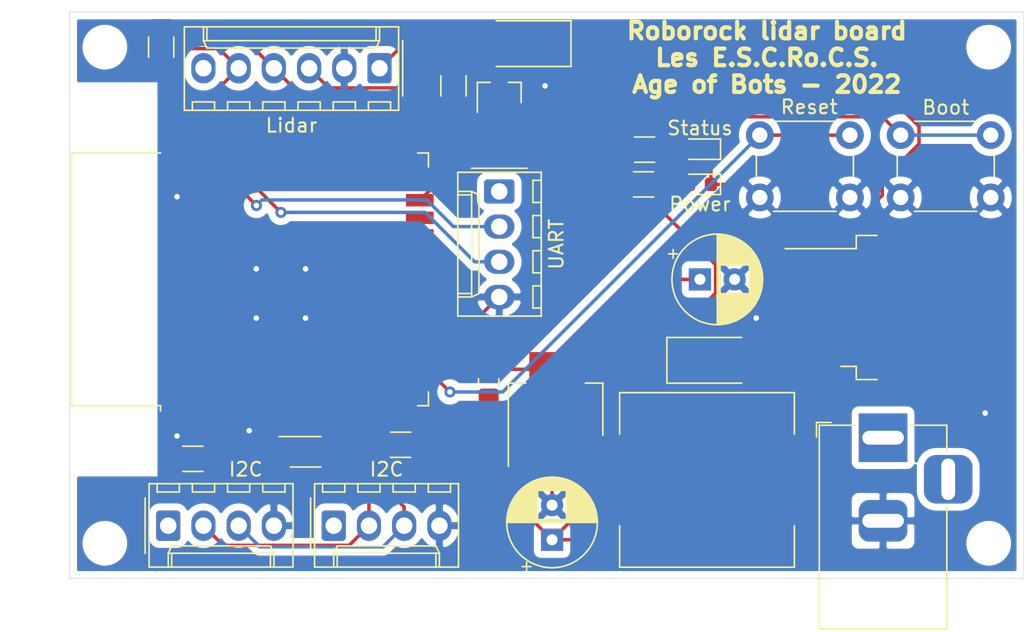
<source format=kicad_pcb>
(kicad_pcb (version 20171130) (host pcbnew 5.1.9+dfsg1-1)

  (general
    (thickness 1.6)
    (drawings 6)
    (tracks 163)
    (zones 0)
    (modules 30)
    (nets 52)
  )

  (page A4)
  (layers
    (0 F.Cu signal)
    (31 B.Cu signal)
    (32 B.Adhes user)
    (33 F.Adhes user)
    (34 B.Paste user)
    (35 F.Paste user)
    (36 B.SilkS user)
    (37 F.SilkS user)
    (38 B.Mask user)
    (39 F.Mask user)
    (40 Dwgs.User user)
    (41 Cmts.User user)
    (42 Eco1.User user)
    (43 Eco2.User user)
    (44 Edge.Cuts user)
    (45 Margin user)
    (46 B.CrtYd user)
    (47 F.CrtYd user)
    (48 B.Fab user)
    (49 F.Fab user)
  )

  (setup
    (last_trace_width 0.25)
    (trace_clearance 0.2)
    (zone_clearance 0.508)
    (zone_45_only no)
    (trace_min 0.2)
    (via_size 0.8)
    (via_drill 0.4)
    (via_min_size 0.4)
    (via_min_drill 0.3)
    (uvia_size 0.3)
    (uvia_drill 0.1)
    (uvias_allowed no)
    (uvia_min_size 0.2)
    (uvia_min_drill 0.1)
    (edge_width 0.05)
    (segment_width 0.2)
    (pcb_text_width 0.3)
    (pcb_text_size 1.5 1.5)
    (mod_edge_width 0.12)
    (mod_text_size 1 1)
    (mod_text_width 0.15)
    (pad_size 1.524 1.524)
    (pad_drill 0.762)
    (pad_to_mask_clearance 0)
    (aux_axis_origin 0 0)
    (visible_elements FFFFFF7F)
    (pcbplotparams
      (layerselection 0x010fc_ffffffff)
      (usegerberextensions false)
      (usegerberattributes true)
      (usegerberadvancedattributes true)
      (creategerberjobfile true)
      (excludeedgelayer true)
      (linewidth 0.100000)
      (plotframeref false)
      (viasonmask false)
      (mode 1)
      (useauxorigin false)
      (hpglpennumber 1)
      (hpglpenspeed 20)
      (hpglpendiameter 15.000000)
      (psnegative false)
      (psa4output false)
      (plotreference true)
      (plotvalue true)
      (plotinvisibletext false)
      (padsonsilk false)
      (subtractmaskfromsilk false)
      (outputformat 1)
      (mirror false)
      (drillshape 0)
      (scaleselection 1)
      (outputdirectory "output/"))
  )

  (net 0 "")
  (net 1 GND)
  (net 2 +5V)
  (net 3 +3V3)
  (net 4 "Net-(D1-Pad1)")
  (net 5 "Net-(D2-Pad2)")
  (net 6 "Net-(D3-Pad2)")
  (net 7 +12V)
  (net 8 /MOT-)
  (net 9 /UART_MOSI)
  (net 10 /UART_MISO)
  (net 11 "Net-(J2-Pad1)")
  (net 12 "Net-(J3-Pad1)")
  (net 13 "Net-(J3-Pad2)")
  (net 14 "Net-(J3-Pad3)")
  (net 15 "Net-(J4-Pad1)")
  (net 16 /LDS_TX)
  (net 17 "Net-(Q1-Pad1)")
  (net 18 "Net-(R1-Pad2)")
  (net 19 "Net-(R3-Pad2)")
  (net 20 "Net-(R4-Pad1)")
  (net 21 /MOT_PWM)
  (net 22 "Net-(SW2-Pad1)")
  (net 23 /I2C_SCL)
  (net 24 /I2C_SDA)
  (net 25 "Net-(U4-Pad4)")
  (net 26 "Net-(U4-Pad5)")
  (net 27 "Net-(U4-Pad6)")
  (net 28 "Net-(U4-Pad7)")
  (net 29 "Net-(U4-Pad10)")
  (net 30 "Net-(U4-Pad11)")
  (net 31 "Net-(U4-Pad12)")
  (net 32 "Net-(U4-Pad13)")
  (net 33 "Net-(U4-Pad14)")
  (net 34 "Net-(U4-Pad17)")
  (net 35 "Net-(U4-Pad18)")
  (net 36 "Net-(U4-Pad19)")
  (net 37 "Net-(U4-Pad20)")
  (net 38 "Net-(U4-Pad21)")
  (net 39 "Net-(U4-Pad22)")
  (net 40 "Net-(U4-Pad23)")
  (net 41 "Net-(U4-Pad28)")
  (net 42 "Net-(U4-Pad29)")
  (net 43 "Net-(U4-Pad30)")
  (net 44 "Net-(U4-Pad31)")
  (net 45 "Net-(U4-Pad32)")
  (net 46 "Net-(U4-Pad37)")
  (net 47 "Net-(U4-Pad16)")
  (net 48 "Net-(U4-Pad33)")
  (net 49 "Net-(U4-Pad36)")
  (net 50 "Net-(F1-Pad2)")
  (net 51 "Net-(J5-Pad6)")

  (net_class Default "This is the default net class."
    (clearance 0.2)
    (trace_width 0.25)
    (via_dia 0.8)
    (via_drill 0.4)
    (uvia_dia 0.3)
    (uvia_drill 0.1)
    (add_net +12V)
    (add_net +3V3)
    (add_net +5V)
    (add_net /I2C_SCL)
    (add_net /I2C_SDA)
    (add_net /LDS_TX)
    (add_net /MOT-)
    (add_net /MOT_PWM)
    (add_net /UART_MISO)
    (add_net /UART_MOSI)
    (add_net GND)
    (add_net "Net-(D1-Pad1)")
    (add_net "Net-(D2-Pad2)")
    (add_net "Net-(D3-Pad2)")
    (add_net "Net-(F1-Pad2)")
    (add_net "Net-(J2-Pad1)")
    (add_net "Net-(J3-Pad1)")
    (add_net "Net-(J3-Pad2)")
    (add_net "Net-(J3-Pad3)")
    (add_net "Net-(J4-Pad1)")
    (add_net "Net-(J5-Pad6)")
    (add_net "Net-(Q1-Pad1)")
    (add_net "Net-(R1-Pad2)")
    (add_net "Net-(R3-Pad2)")
    (add_net "Net-(R4-Pad1)")
    (add_net "Net-(SW2-Pad1)")
    (add_net "Net-(U4-Pad10)")
    (add_net "Net-(U4-Pad11)")
    (add_net "Net-(U4-Pad12)")
    (add_net "Net-(U4-Pad13)")
    (add_net "Net-(U4-Pad14)")
    (add_net "Net-(U4-Pad16)")
    (add_net "Net-(U4-Pad17)")
    (add_net "Net-(U4-Pad18)")
    (add_net "Net-(U4-Pad19)")
    (add_net "Net-(U4-Pad20)")
    (add_net "Net-(U4-Pad21)")
    (add_net "Net-(U4-Pad22)")
    (add_net "Net-(U4-Pad23)")
    (add_net "Net-(U4-Pad28)")
    (add_net "Net-(U4-Pad29)")
    (add_net "Net-(U4-Pad30)")
    (add_net "Net-(U4-Pad31)")
    (add_net "Net-(U4-Pad32)")
    (add_net "Net-(U4-Pad33)")
    (add_net "Net-(U4-Pad36)")
    (add_net "Net-(U4-Pad37)")
    (add_net "Net-(U4-Pad4)")
    (add_net "Net-(U4-Pad5)")
    (add_net "Net-(U4-Pad6)")
    (add_net "Net-(U4-Pad7)")
  )

  (module MountingHole:MountingHole_2.2mm_M2 (layer F.Cu) (tedit 56D1B4CB) (tstamp 618DC6C6)
    (at 135.128 77.978)
    (descr "Mounting Hole 2.2mm, no annular, M2")
    (tags "mounting hole 2.2mm no annular m2")
    (attr virtual)
    (fp_text reference REF** (at 0 -3.2) (layer F.SilkS) hide
      (effects (font (size 1 1) (thickness 0.15)))
    )
    (fp_text value MountingHole_2.2mm_M2 (at 0 3.2) (layer F.Fab) hide
      (effects (font (size 1 1) (thickness 0.15)))
    )
    (fp_circle (center 0 0) (end 2.2 0) (layer Cmts.User) (width 0.15))
    (fp_circle (center 0 0) (end 2.45 0) (layer F.CrtYd) (width 0.05))
    (fp_text user %R (at 0.3 0) (layer F.Fab)
      (effects (font (size 1 1) (thickness 0.15)))
    )
    (pad 1 np_thru_hole circle (at 0 0) (size 2.2 2.2) (drill 2.2) (layers *.Cu *.Mask))
  )

  (module MountingHole:MountingHole_2.2mm_M2 (layer F.Cu) (tedit 56D1B4CB) (tstamp 618DC6A9)
    (at 198.882 77.978)
    (descr "Mounting Hole 2.2mm, no annular, M2")
    (tags "mounting hole 2.2mm no annular m2")
    (attr virtual)
    (fp_text reference REF** (at 0 -3.2) (layer F.SilkS) hide
      (effects (font (size 1 1) (thickness 0.15)))
    )
    (fp_text value MountingHole_2.2mm_M2 (at 0 3.2) (layer F.Fab) hide
      (effects (font (size 1 1) (thickness 0.15)))
    )
    (fp_circle (center 0 0) (end 2.2 0) (layer Cmts.User) (width 0.15))
    (fp_circle (center 0 0) (end 2.45 0) (layer F.CrtYd) (width 0.05))
    (fp_text user %R (at 0.3 0) (layer F.Fab)
      (effects (font (size 1 1) (thickness 0.15)))
    )
    (pad 1 np_thru_hole circle (at 0 0) (size 2.2 2.2) (drill 2.2) (layers *.Cu *.Mask))
  )

  (module MountingHole:MountingHole_2.2mm_M2 (layer F.Cu) (tedit 56D1B4CB) (tstamp 618DB323)
    (at 135.128 113.792)
    (descr "Mounting Hole 2.2mm, no annular, M2")
    (tags "mounting hole 2.2mm no annular m2")
    (attr virtual)
    (fp_text reference REF** (at 0 -3.2) (layer F.SilkS) hide
      (effects (font (size 1 1) (thickness 0.15)))
    )
    (fp_text value MountingHole_2.2mm_M2 (at 0 3.2) (layer F.Fab) hide
      (effects (font (size 1 1) (thickness 0.15)))
    )
    (fp_circle (center 0 0) (end 2.2 0) (layer Cmts.User) (width 0.15))
    (fp_circle (center 0 0) (end 2.45 0) (layer F.CrtYd) (width 0.05))
    (fp_text user %R (at 0.3 0) (layer F.Fab)
      (effects (font (size 1 1) (thickness 0.15)))
    )
    (pad 1 np_thru_hole circle (at 0 0) (size 2.2 2.2) (drill 2.2) (layers *.Cu *.Mask))
  )

  (module MountingHole:MountingHole_2.2mm_M2 (layer F.Cu) (tedit 56D1B4CB) (tstamp 618DB306)
    (at 198.882 113.792)
    (descr "Mounting Hole 2.2mm, no annular, M2")
    (tags "mounting hole 2.2mm no annular m2")
    (attr virtual)
    (fp_text reference REF** (at 0 -3.2) (layer F.SilkS) hide
      (effects (font (size 1 1) (thickness 0.15)))
    )
    (fp_text value MountingHole_2.2mm_M2 (at 0 3.2) (layer F.Fab) hide
      (effects (font (size 1 1) (thickness 0.15)))
    )
    (fp_circle (center 0 0) (end 2.2 0) (layer Cmts.User) (width 0.15))
    (fp_circle (center 0 0) (end 2.45 0) (layer F.CrtYd) (width 0.05))
    (fp_text user %R (at 0.3 0) (layer F.Fab)
      (effects (font (size 1 1) (thickness 0.15)))
    )
    (pad 1 np_thru_hole circle (at 0 0) (size 2.2 2.2) (drill 2.2) (layers *.Cu *.Mask))
  )

  (module Capacitor_THT:CP_Radial_D6.3mm_P2.50mm (layer F.Cu) (tedit 5AE50EF0) (tstamp 618D9D48)
    (at 167.386 113.538 90)
    (descr "CP, Radial series, Radial, pin pitch=2.50mm, , diameter=6.3mm, Electrolytic Capacitor")
    (tags "CP Radial series Radial pin pitch 2.50mm  diameter 6.3mm Electrolytic Capacitor")
    (path /618F2216)
    (fp_text reference C1 (at 1.25 -4.4 90) (layer F.SilkS) hide
      (effects (font (size 1 1) (thickness 0.15)))
    )
    (fp_text value 10u (at 1.25 4.4 90) (layer F.Fab)
      (effects (font (size 1 1) (thickness 0.15)))
    )
    (fp_circle (center 1.25 0) (end 4.4 0) (layer F.Fab) (width 0.1))
    (fp_circle (center 1.25 0) (end 4.52 0) (layer F.SilkS) (width 0.12))
    (fp_circle (center 1.25 0) (end 4.65 0) (layer F.CrtYd) (width 0.05))
    (fp_line (start -1.443972 -1.3735) (end -0.813972 -1.3735) (layer F.Fab) (width 0.1))
    (fp_line (start -1.128972 -1.6885) (end -1.128972 -1.0585) (layer F.Fab) (width 0.1))
    (fp_line (start 1.25 -3.23) (end 1.25 3.23) (layer F.SilkS) (width 0.12))
    (fp_line (start 1.29 -3.23) (end 1.29 3.23) (layer F.SilkS) (width 0.12))
    (fp_line (start 1.33 -3.23) (end 1.33 3.23) (layer F.SilkS) (width 0.12))
    (fp_line (start 1.37 -3.228) (end 1.37 3.228) (layer F.SilkS) (width 0.12))
    (fp_line (start 1.41 -3.227) (end 1.41 3.227) (layer F.SilkS) (width 0.12))
    (fp_line (start 1.45 -3.224) (end 1.45 3.224) (layer F.SilkS) (width 0.12))
    (fp_line (start 1.49 -3.222) (end 1.49 -1.04) (layer F.SilkS) (width 0.12))
    (fp_line (start 1.49 1.04) (end 1.49 3.222) (layer F.SilkS) (width 0.12))
    (fp_line (start 1.53 -3.218) (end 1.53 -1.04) (layer F.SilkS) (width 0.12))
    (fp_line (start 1.53 1.04) (end 1.53 3.218) (layer F.SilkS) (width 0.12))
    (fp_line (start 1.57 -3.215) (end 1.57 -1.04) (layer F.SilkS) (width 0.12))
    (fp_line (start 1.57 1.04) (end 1.57 3.215) (layer F.SilkS) (width 0.12))
    (fp_line (start 1.61 -3.211) (end 1.61 -1.04) (layer F.SilkS) (width 0.12))
    (fp_line (start 1.61 1.04) (end 1.61 3.211) (layer F.SilkS) (width 0.12))
    (fp_line (start 1.65 -3.206) (end 1.65 -1.04) (layer F.SilkS) (width 0.12))
    (fp_line (start 1.65 1.04) (end 1.65 3.206) (layer F.SilkS) (width 0.12))
    (fp_line (start 1.69 -3.201) (end 1.69 -1.04) (layer F.SilkS) (width 0.12))
    (fp_line (start 1.69 1.04) (end 1.69 3.201) (layer F.SilkS) (width 0.12))
    (fp_line (start 1.73 -3.195) (end 1.73 -1.04) (layer F.SilkS) (width 0.12))
    (fp_line (start 1.73 1.04) (end 1.73 3.195) (layer F.SilkS) (width 0.12))
    (fp_line (start 1.77 -3.189) (end 1.77 -1.04) (layer F.SilkS) (width 0.12))
    (fp_line (start 1.77 1.04) (end 1.77 3.189) (layer F.SilkS) (width 0.12))
    (fp_line (start 1.81 -3.182) (end 1.81 -1.04) (layer F.SilkS) (width 0.12))
    (fp_line (start 1.81 1.04) (end 1.81 3.182) (layer F.SilkS) (width 0.12))
    (fp_line (start 1.85 -3.175) (end 1.85 -1.04) (layer F.SilkS) (width 0.12))
    (fp_line (start 1.85 1.04) (end 1.85 3.175) (layer F.SilkS) (width 0.12))
    (fp_line (start 1.89 -3.167) (end 1.89 -1.04) (layer F.SilkS) (width 0.12))
    (fp_line (start 1.89 1.04) (end 1.89 3.167) (layer F.SilkS) (width 0.12))
    (fp_line (start 1.93 -3.159) (end 1.93 -1.04) (layer F.SilkS) (width 0.12))
    (fp_line (start 1.93 1.04) (end 1.93 3.159) (layer F.SilkS) (width 0.12))
    (fp_line (start 1.971 -3.15) (end 1.971 -1.04) (layer F.SilkS) (width 0.12))
    (fp_line (start 1.971 1.04) (end 1.971 3.15) (layer F.SilkS) (width 0.12))
    (fp_line (start 2.011 -3.141) (end 2.011 -1.04) (layer F.SilkS) (width 0.12))
    (fp_line (start 2.011 1.04) (end 2.011 3.141) (layer F.SilkS) (width 0.12))
    (fp_line (start 2.051 -3.131) (end 2.051 -1.04) (layer F.SilkS) (width 0.12))
    (fp_line (start 2.051 1.04) (end 2.051 3.131) (layer F.SilkS) (width 0.12))
    (fp_line (start 2.091 -3.121) (end 2.091 -1.04) (layer F.SilkS) (width 0.12))
    (fp_line (start 2.091 1.04) (end 2.091 3.121) (layer F.SilkS) (width 0.12))
    (fp_line (start 2.131 -3.11) (end 2.131 -1.04) (layer F.SilkS) (width 0.12))
    (fp_line (start 2.131 1.04) (end 2.131 3.11) (layer F.SilkS) (width 0.12))
    (fp_line (start 2.171 -3.098) (end 2.171 -1.04) (layer F.SilkS) (width 0.12))
    (fp_line (start 2.171 1.04) (end 2.171 3.098) (layer F.SilkS) (width 0.12))
    (fp_line (start 2.211 -3.086) (end 2.211 -1.04) (layer F.SilkS) (width 0.12))
    (fp_line (start 2.211 1.04) (end 2.211 3.086) (layer F.SilkS) (width 0.12))
    (fp_line (start 2.251 -3.074) (end 2.251 -1.04) (layer F.SilkS) (width 0.12))
    (fp_line (start 2.251 1.04) (end 2.251 3.074) (layer F.SilkS) (width 0.12))
    (fp_line (start 2.291 -3.061) (end 2.291 -1.04) (layer F.SilkS) (width 0.12))
    (fp_line (start 2.291 1.04) (end 2.291 3.061) (layer F.SilkS) (width 0.12))
    (fp_line (start 2.331 -3.047) (end 2.331 -1.04) (layer F.SilkS) (width 0.12))
    (fp_line (start 2.331 1.04) (end 2.331 3.047) (layer F.SilkS) (width 0.12))
    (fp_line (start 2.371 -3.033) (end 2.371 -1.04) (layer F.SilkS) (width 0.12))
    (fp_line (start 2.371 1.04) (end 2.371 3.033) (layer F.SilkS) (width 0.12))
    (fp_line (start 2.411 -3.018) (end 2.411 -1.04) (layer F.SilkS) (width 0.12))
    (fp_line (start 2.411 1.04) (end 2.411 3.018) (layer F.SilkS) (width 0.12))
    (fp_line (start 2.451 -3.002) (end 2.451 -1.04) (layer F.SilkS) (width 0.12))
    (fp_line (start 2.451 1.04) (end 2.451 3.002) (layer F.SilkS) (width 0.12))
    (fp_line (start 2.491 -2.986) (end 2.491 -1.04) (layer F.SilkS) (width 0.12))
    (fp_line (start 2.491 1.04) (end 2.491 2.986) (layer F.SilkS) (width 0.12))
    (fp_line (start 2.531 -2.97) (end 2.531 -1.04) (layer F.SilkS) (width 0.12))
    (fp_line (start 2.531 1.04) (end 2.531 2.97) (layer F.SilkS) (width 0.12))
    (fp_line (start 2.571 -2.952) (end 2.571 -1.04) (layer F.SilkS) (width 0.12))
    (fp_line (start 2.571 1.04) (end 2.571 2.952) (layer F.SilkS) (width 0.12))
    (fp_line (start 2.611 -2.934) (end 2.611 -1.04) (layer F.SilkS) (width 0.12))
    (fp_line (start 2.611 1.04) (end 2.611 2.934) (layer F.SilkS) (width 0.12))
    (fp_line (start 2.651 -2.916) (end 2.651 -1.04) (layer F.SilkS) (width 0.12))
    (fp_line (start 2.651 1.04) (end 2.651 2.916) (layer F.SilkS) (width 0.12))
    (fp_line (start 2.691 -2.896) (end 2.691 -1.04) (layer F.SilkS) (width 0.12))
    (fp_line (start 2.691 1.04) (end 2.691 2.896) (layer F.SilkS) (width 0.12))
    (fp_line (start 2.731 -2.876) (end 2.731 -1.04) (layer F.SilkS) (width 0.12))
    (fp_line (start 2.731 1.04) (end 2.731 2.876) (layer F.SilkS) (width 0.12))
    (fp_line (start 2.771 -2.856) (end 2.771 -1.04) (layer F.SilkS) (width 0.12))
    (fp_line (start 2.771 1.04) (end 2.771 2.856) (layer F.SilkS) (width 0.12))
    (fp_line (start 2.811 -2.834) (end 2.811 -1.04) (layer F.SilkS) (width 0.12))
    (fp_line (start 2.811 1.04) (end 2.811 2.834) (layer F.SilkS) (width 0.12))
    (fp_line (start 2.851 -2.812) (end 2.851 -1.04) (layer F.SilkS) (width 0.12))
    (fp_line (start 2.851 1.04) (end 2.851 2.812) (layer F.SilkS) (width 0.12))
    (fp_line (start 2.891 -2.79) (end 2.891 -1.04) (layer F.SilkS) (width 0.12))
    (fp_line (start 2.891 1.04) (end 2.891 2.79) (layer F.SilkS) (width 0.12))
    (fp_line (start 2.931 -2.766) (end 2.931 -1.04) (layer F.SilkS) (width 0.12))
    (fp_line (start 2.931 1.04) (end 2.931 2.766) (layer F.SilkS) (width 0.12))
    (fp_line (start 2.971 -2.742) (end 2.971 -1.04) (layer F.SilkS) (width 0.12))
    (fp_line (start 2.971 1.04) (end 2.971 2.742) (layer F.SilkS) (width 0.12))
    (fp_line (start 3.011 -2.716) (end 3.011 -1.04) (layer F.SilkS) (width 0.12))
    (fp_line (start 3.011 1.04) (end 3.011 2.716) (layer F.SilkS) (width 0.12))
    (fp_line (start 3.051 -2.69) (end 3.051 -1.04) (layer F.SilkS) (width 0.12))
    (fp_line (start 3.051 1.04) (end 3.051 2.69) (layer F.SilkS) (width 0.12))
    (fp_line (start 3.091 -2.664) (end 3.091 -1.04) (layer F.SilkS) (width 0.12))
    (fp_line (start 3.091 1.04) (end 3.091 2.664) (layer F.SilkS) (width 0.12))
    (fp_line (start 3.131 -2.636) (end 3.131 -1.04) (layer F.SilkS) (width 0.12))
    (fp_line (start 3.131 1.04) (end 3.131 2.636) (layer F.SilkS) (width 0.12))
    (fp_line (start 3.171 -2.607) (end 3.171 -1.04) (layer F.SilkS) (width 0.12))
    (fp_line (start 3.171 1.04) (end 3.171 2.607) (layer F.SilkS) (width 0.12))
    (fp_line (start 3.211 -2.578) (end 3.211 -1.04) (layer F.SilkS) (width 0.12))
    (fp_line (start 3.211 1.04) (end 3.211 2.578) (layer F.SilkS) (width 0.12))
    (fp_line (start 3.251 -2.548) (end 3.251 -1.04) (layer F.SilkS) (width 0.12))
    (fp_line (start 3.251 1.04) (end 3.251 2.548) (layer F.SilkS) (width 0.12))
    (fp_line (start 3.291 -2.516) (end 3.291 -1.04) (layer F.SilkS) (width 0.12))
    (fp_line (start 3.291 1.04) (end 3.291 2.516) (layer F.SilkS) (width 0.12))
    (fp_line (start 3.331 -2.484) (end 3.331 -1.04) (layer F.SilkS) (width 0.12))
    (fp_line (start 3.331 1.04) (end 3.331 2.484) (layer F.SilkS) (width 0.12))
    (fp_line (start 3.371 -2.45) (end 3.371 -1.04) (layer F.SilkS) (width 0.12))
    (fp_line (start 3.371 1.04) (end 3.371 2.45) (layer F.SilkS) (width 0.12))
    (fp_line (start 3.411 -2.416) (end 3.411 -1.04) (layer F.SilkS) (width 0.12))
    (fp_line (start 3.411 1.04) (end 3.411 2.416) (layer F.SilkS) (width 0.12))
    (fp_line (start 3.451 -2.38) (end 3.451 -1.04) (layer F.SilkS) (width 0.12))
    (fp_line (start 3.451 1.04) (end 3.451 2.38) (layer F.SilkS) (width 0.12))
    (fp_line (start 3.491 -2.343) (end 3.491 -1.04) (layer F.SilkS) (width 0.12))
    (fp_line (start 3.491 1.04) (end 3.491 2.343) (layer F.SilkS) (width 0.12))
    (fp_line (start 3.531 -2.305) (end 3.531 -1.04) (layer F.SilkS) (width 0.12))
    (fp_line (start 3.531 1.04) (end 3.531 2.305) (layer F.SilkS) (width 0.12))
    (fp_line (start 3.571 -2.265) (end 3.571 2.265) (layer F.SilkS) (width 0.12))
    (fp_line (start 3.611 -2.224) (end 3.611 2.224) (layer F.SilkS) (width 0.12))
    (fp_line (start 3.651 -2.182) (end 3.651 2.182) (layer F.SilkS) (width 0.12))
    (fp_line (start 3.691 -2.137) (end 3.691 2.137) (layer F.SilkS) (width 0.12))
    (fp_line (start 3.731 -2.092) (end 3.731 2.092) (layer F.SilkS) (width 0.12))
    (fp_line (start 3.771 -2.044) (end 3.771 2.044) (layer F.SilkS) (width 0.12))
    (fp_line (start 3.811 -1.995) (end 3.811 1.995) (layer F.SilkS) (width 0.12))
    (fp_line (start 3.851 -1.944) (end 3.851 1.944) (layer F.SilkS) (width 0.12))
    (fp_line (start 3.891 -1.89) (end 3.891 1.89) (layer F.SilkS) (width 0.12))
    (fp_line (start 3.931 -1.834) (end 3.931 1.834) (layer F.SilkS) (width 0.12))
    (fp_line (start 3.971 -1.776) (end 3.971 1.776) (layer F.SilkS) (width 0.12))
    (fp_line (start 4.011 -1.714) (end 4.011 1.714) (layer F.SilkS) (width 0.12))
    (fp_line (start 4.051 -1.65) (end 4.051 1.65) (layer F.SilkS) (width 0.12))
    (fp_line (start 4.091 -1.581) (end 4.091 1.581) (layer F.SilkS) (width 0.12))
    (fp_line (start 4.131 -1.509) (end 4.131 1.509) (layer F.SilkS) (width 0.12))
    (fp_line (start 4.171 -1.432) (end 4.171 1.432) (layer F.SilkS) (width 0.12))
    (fp_line (start 4.211 -1.35) (end 4.211 1.35) (layer F.SilkS) (width 0.12))
    (fp_line (start 4.251 -1.262) (end 4.251 1.262) (layer F.SilkS) (width 0.12))
    (fp_line (start 4.291 -1.165) (end 4.291 1.165) (layer F.SilkS) (width 0.12))
    (fp_line (start 4.331 -1.059) (end 4.331 1.059) (layer F.SilkS) (width 0.12))
    (fp_line (start 4.371 -0.94) (end 4.371 0.94) (layer F.SilkS) (width 0.12))
    (fp_line (start 4.411 -0.802) (end 4.411 0.802) (layer F.SilkS) (width 0.12))
    (fp_line (start 4.451 -0.633) (end 4.451 0.633) (layer F.SilkS) (width 0.12))
    (fp_line (start 4.491 -0.402) (end 4.491 0.402) (layer F.SilkS) (width 0.12))
    (fp_line (start -2.250241 -1.839) (end -1.620241 -1.839) (layer F.SilkS) (width 0.12))
    (fp_line (start -1.935241 -2.154) (end -1.935241 -1.524) (layer F.SilkS) (width 0.12))
    (fp_text user %R (at 1.25 0 90) (layer F.Fab)
      (effects (font (size 1 1) (thickness 0.15)))
    )
    (pad 2 thru_hole circle (at 2.5 0 90) (size 1.6 1.6) (drill 0.8) (layers *.Cu *.Mask)
      (net 1 GND))
    (pad 1 thru_hole rect (at 0 0 90) (size 1.6 1.6) (drill 0.8) (layers *.Cu *.Mask)
      (net 2 +5V))
    (model ${KISYS3DMOD}/Capacitor_THT.3dshapes/CP_Radial_D6.3mm_P2.50mm.wrl
      (at (xyz 0 0 0))
      (scale (xyz 1 1 1))
      (rotate (xyz 0 0 0))
    )
  )

  (module Capacitor_THT:CP_Radial_D6.3mm_P2.50mm (layer F.Cu) (tedit 5AE50EF0) (tstamp 618D9DDC)
    (at 178.054 94.742)
    (descr "CP, Radial series, Radial, pin pitch=2.50mm, , diameter=6.3mm, Electrolytic Capacitor")
    (tags "CP Radial series Radial pin pitch 2.50mm  diameter 6.3mm Electrolytic Capacitor")
    (path /61909C63)
    (fp_text reference C2 (at -3.302 -0.762) (layer F.SilkS) hide
      (effects (font (size 1 1) (thickness 0.15)))
    )
    (fp_text value 10u (at -3.302 1.016) (layer F.Fab)
      (effects (font (size 1 1) (thickness 0.15)))
    )
    (fp_line (start -1.935241 -2.154) (end -1.935241 -1.524) (layer F.SilkS) (width 0.12))
    (fp_line (start -2.250241 -1.839) (end -1.620241 -1.839) (layer F.SilkS) (width 0.12))
    (fp_line (start 4.491 -0.402) (end 4.491 0.402) (layer F.SilkS) (width 0.12))
    (fp_line (start 4.451 -0.633) (end 4.451 0.633) (layer F.SilkS) (width 0.12))
    (fp_line (start 4.411 -0.802) (end 4.411 0.802) (layer F.SilkS) (width 0.12))
    (fp_line (start 4.371 -0.94) (end 4.371 0.94) (layer F.SilkS) (width 0.12))
    (fp_line (start 4.331 -1.059) (end 4.331 1.059) (layer F.SilkS) (width 0.12))
    (fp_line (start 4.291 -1.165) (end 4.291 1.165) (layer F.SilkS) (width 0.12))
    (fp_line (start 4.251 -1.262) (end 4.251 1.262) (layer F.SilkS) (width 0.12))
    (fp_line (start 4.211 -1.35) (end 4.211 1.35) (layer F.SilkS) (width 0.12))
    (fp_line (start 4.171 -1.432) (end 4.171 1.432) (layer F.SilkS) (width 0.12))
    (fp_line (start 4.131 -1.509) (end 4.131 1.509) (layer F.SilkS) (width 0.12))
    (fp_line (start 4.091 -1.581) (end 4.091 1.581) (layer F.SilkS) (width 0.12))
    (fp_line (start 4.051 -1.65) (end 4.051 1.65) (layer F.SilkS) (width 0.12))
    (fp_line (start 4.011 -1.714) (end 4.011 1.714) (layer F.SilkS) (width 0.12))
    (fp_line (start 3.971 -1.776) (end 3.971 1.776) (layer F.SilkS) (width 0.12))
    (fp_line (start 3.931 -1.834) (end 3.931 1.834) (layer F.SilkS) (width 0.12))
    (fp_line (start 3.891 -1.89) (end 3.891 1.89) (layer F.SilkS) (width 0.12))
    (fp_line (start 3.851 -1.944) (end 3.851 1.944) (layer F.SilkS) (width 0.12))
    (fp_line (start 3.811 -1.995) (end 3.811 1.995) (layer F.SilkS) (width 0.12))
    (fp_line (start 3.771 -2.044) (end 3.771 2.044) (layer F.SilkS) (width 0.12))
    (fp_line (start 3.731 -2.092) (end 3.731 2.092) (layer F.SilkS) (width 0.12))
    (fp_line (start 3.691 -2.137) (end 3.691 2.137) (layer F.SilkS) (width 0.12))
    (fp_line (start 3.651 -2.182) (end 3.651 2.182) (layer F.SilkS) (width 0.12))
    (fp_line (start 3.611 -2.224) (end 3.611 2.224) (layer F.SilkS) (width 0.12))
    (fp_line (start 3.571 -2.265) (end 3.571 2.265) (layer F.SilkS) (width 0.12))
    (fp_line (start 3.531 1.04) (end 3.531 2.305) (layer F.SilkS) (width 0.12))
    (fp_line (start 3.531 -2.305) (end 3.531 -1.04) (layer F.SilkS) (width 0.12))
    (fp_line (start 3.491 1.04) (end 3.491 2.343) (layer F.SilkS) (width 0.12))
    (fp_line (start 3.491 -2.343) (end 3.491 -1.04) (layer F.SilkS) (width 0.12))
    (fp_line (start 3.451 1.04) (end 3.451 2.38) (layer F.SilkS) (width 0.12))
    (fp_line (start 3.451 -2.38) (end 3.451 -1.04) (layer F.SilkS) (width 0.12))
    (fp_line (start 3.411 1.04) (end 3.411 2.416) (layer F.SilkS) (width 0.12))
    (fp_line (start 3.411 -2.416) (end 3.411 -1.04) (layer F.SilkS) (width 0.12))
    (fp_line (start 3.371 1.04) (end 3.371 2.45) (layer F.SilkS) (width 0.12))
    (fp_line (start 3.371 -2.45) (end 3.371 -1.04) (layer F.SilkS) (width 0.12))
    (fp_line (start 3.331 1.04) (end 3.331 2.484) (layer F.SilkS) (width 0.12))
    (fp_line (start 3.331 -2.484) (end 3.331 -1.04) (layer F.SilkS) (width 0.12))
    (fp_line (start 3.291 1.04) (end 3.291 2.516) (layer F.SilkS) (width 0.12))
    (fp_line (start 3.291 -2.516) (end 3.291 -1.04) (layer F.SilkS) (width 0.12))
    (fp_line (start 3.251 1.04) (end 3.251 2.548) (layer F.SilkS) (width 0.12))
    (fp_line (start 3.251 -2.548) (end 3.251 -1.04) (layer F.SilkS) (width 0.12))
    (fp_line (start 3.211 1.04) (end 3.211 2.578) (layer F.SilkS) (width 0.12))
    (fp_line (start 3.211 -2.578) (end 3.211 -1.04) (layer F.SilkS) (width 0.12))
    (fp_line (start 3.171 1.04) (end 3.171 2.607) (layer F.SilkS) (width 0.12))
    (fp_line (start 3.171 -2.607) (end 3.171 -1.04) (layer F.SilkS) (width 0.12))
    (fp_line (start 3.131 1.04) (end 3.131 2.636) (layer F.SilkS) (width 0.12))
    (fp_line (start 3.131 -2.636) (end 3.131 -1.04) (layer F.SilkS) (width 0.12))
    (fp_line (start 3.091 1.04) (end 3.091 2.664) (layer F.SilkS) (width 0.12))
    (fp_line (start 3.091 -2.664) (end 3.091 -1.04) (layer F.SilkS) (width 0.12))
    (fp_line (start 3.051 1.04) (end 3.051 2.69) (layer F.SilkS) (width 0.12))
    (fp_line (start 3.051 -2.69) (end 3.051 -1.04) (layer F.SilkS) (width 0.12))
    (fp_line (start 3.011 1.04) (end 3.011 2.716) (layer F.SilkS) (width 0.12))
    (fp_line (start 3.011 -2.716) (end 3.011 -1.04) (layer F.SilkS) (width 0.12))
    (fp_line (start 2.971 1.04) (end 2.971 2.742) (layer F.SilkS) (width 0.12))
    (fp_line (start 2.971 -2.742) (end 2.971 -1.04) (layer F.SilkS) (width 0.12))
    (fp_line (start 2.931 1.04) (end 2.931 2.766) (layer F.SilkS) (width 0.12))
    (fp_line (start 2.931 -2.766) (end 2.931 -1.04) (layer F.SilkS) (width 0.12))
    (fp_line (start 2.891 1.04) (end 2.891 2.79) (layer F.SilkS) (width 0.12))
    (fp_line (start 2.891 -2.79) (end 2.891 -1.04) (layer F.SilkS) (width 0.12))
    (fp_line (start 2.851 1.04) (end 2.851 2.812) (layer F.SilkS) (width 0.12))
    (fp_line (start 2.851 -2.812) (end 2.851 -1.04) (layer F.SilkS) (width 0.12))
    (fp_line (start 2.811 1.04) (end 2.811 2.834) (layer F.SilkS) (width 0.12))
    (fp_line (start 2.811 -2.834) (end 2.811 -1.04) (layer F.SilkS) (width 0.12))
    (fp_line (start 2.771 1.04) (end 2.771 2.856) (layer F.SilkS) (width 0.12))
    (fp_line (start 2.771 -2.856) (end 2.771 -1.04) (layer F.SilkS) (width 0.12))
    (fp_line (start 2.731 1.04) (end 2.731 2.876) (layer F.SilkS) (width 0.12))
    (fp_line (start 2.731 -2.876) (end 2.731 -1.04) (layer F.SilkS) (width 0.12))
    (fp_line (start 2.691 1.04) (end 2.691 2.896) (layer F.SilkS) (width 0.12))
    (fp_line (start 2.691 -2.896) (end 2.691 -1.04) (layer F.SilkS) (width 0.12))
    (fp_line (start 2.651 1.04) (end 2.651 2.916) (layer F.SilkS) (width 0.12))
    (fp_line (start 2.651 -2.916) (end 2.651 -1.04) (layer F.SilkS) (width 0.12))
    (fp_line (start 2.611 1.04) (end 2.611 2.934) (layer F.SilkS) (width 0.12))
    (fp_line (start 2.611 -2.934) (end 2.611 -1.04) (layer F.SilkS) (width 0.12))
    (fp_line (start 2.571 1.04) (end 2.571 2.952) (layer F.SilkS) (width 0.12))
    (fp_line (start 2.571 -2.952) (end 2.571 -1.04) (layer F.SilkS) (width 0.12))
    (fp_line (start 2.531 1.04) (end 2.531 2.97) (layer F.SilkS) (width 0.12))
    (fp_line (start 2.531 -2.97) (end 2.531 -1.04) (layer F.SilkS) (width 0.12))
    (fp_line (start 2.491 1.04) (end 2.491 2.986) (layer F.SilkS) (width 0.12))
    (fp_line (start 2.491 -2.986) (end 2.491 -1.04) (layer F.SilkS) (width 0.12))
    (fp_line (start 2.451 1.04) (end 2.451 3.002) (layer F.SilkS) (width 0.12))
    (fp_line (start 2.451 -3.002) (end 2.451 -1.04) (layer F.SilkS) (width 0.12))
    (fp_line (start 2.411 1.04) (end 2.411 3.018) (layer F.SilkS) (width 0.12))
    (fp_line (start 2.411 -3.018) (end 2.411 -1.04) (layer F.SilkS) (width 0.12))
    (fp_line (start 2.371 1.04) (end 2.371 3.033) (layer F.SilkS) (width 0.12))
    (fp_line (start 2.371 -3.033) (end 2.371 -1.04) (layer F.SilkS) (width 0.12))
    (fp_line (start 2.331 1.04) (end 2.331 3.047) (layer F.SilkS) (width 0.12))
    (fp_line (start 2.331 -3.047) (end 2.331 -1.04) (layer F.SilkS) (width 0.12))
    (fp_line (start 2.291 1.04) (end 2.291 3.061) (layer F.SilkS) (width 0.12))
    (fp_line (start 2.291 -3.061) (end 2.291 -1.04) (layer F.SilkS) (width 0.12))
    (fp_line (start 2.251 1.04) (end 2.251 3.074) (layer F.SilkS) (width 0.12))
    (fp_line (start 2.251 -3.074) (end 2.251 -1.04) (layer F.SilkS) (width 0.12))
    (fp_line (start 2.211 1.04) (end 2.211 3.086) (layer F.SilkS) (width 0.12))
    (fp_line (start 2.211 -3.086) (end 2.211 -1.04) (layer F.SilkS) (width 0.12))
    (fp_line (start 2.171 1.04) (end 2.171 3.098) (layer F.SilkS) (width 0.12))
    (fp_line (start 2.171 -3.098) (end 2.171 -1.04) (layer F.SilkS) (width 0.12))
    (fp_line (start 2.131 1.04) (end 2.131 3.11) (layer F.SilkS) (width 0.12))
    (fp_line (start 2.131 -3.11) (end 2.131 -1.04) (layer F.SilkS) (width 0.12))
    (fp_line (start 2.091 1.04) (end 2.091 3.121) (layer F.SilkS) (width 0.12))
    (fp_line (start 2.091 -3.121) (end 2.091 -1.04) (layer F.SilkS) (width 0.12))
    (fp_line (start 2.051 1.04) (end 2.051 3.131) (layer F.SilkS) (width 0.12))
    (fp_line (start 2.051 -3.131) (end 2.051 -1.04) (layer F.SilkS) (width 0.12))
    (fp_line (start 2.011 1.04) (end 2.011 3.141) (layer F.SilkS) (width 0.12))
    (fp_line (start 2.011 -3.141) (end 2.011 -1.04) (layer F.SilkS) (width 0.12))
    (fp_line (start 1.971 1.04) (end 1.971 3.15) (layer F.SilkS) (width 0.12))
    (fp_line (start 1.971 -3.15) (end 1.971 -1.04) (layer F.SilkS) (width 0.12))
    (fp_line (start 1.93 1.04) (end 1.93 3.159) (layer F.SilkS) (width 0.12))
    (fp_line (start 1.93 -3.159) (end 1.93 -1.04) (layer F.SilkS) (width 0.12))
    (fp_line (start 1.89 1.04) (end 1.89 3.167) (layer F.SilkS) (width 0.12))
    (fp_line (start 1.89 -3.167) (end 1.89 -1.04) (layer F.SilkS) (width 0.12))
    (fp_line (start 1.85 1.04) (end 1.85 3.175) (layer F.SilkS) (width 0.12))
    (fp_line (start 1.85 -3.175) (end 1.85 -1.04) (layer F.SilkS) (width 0.12))
    (fp_line (start 1.81 1.04) (end 1.81 3.182) (layer F.SilkS) (width 0.12))
    (fp_line (start 1.81 -3.182) (end 1.81 -1.04) (layer F.SilkS) (width 0.12))
    (fp_line (start 1.77 1.04) (end 1.77 3.189) (layer F.SilkS) (width 0.12))
    (fp_line (start 1.77 -3.189) (end 1.77 -1.04) (layer F.SilkS) (width 0.12))
    (fp_line (start 1.73 1.04) (end 1.73 3.195) (layer F.SilkS) (width 0.12))
    (fp_line (start 1.73 -3.195) (end 1.73 -1.04) (layer F.SilkS) (width 0.12))
    (fp_line (start 1.69 1.04) (end 1.69 3.201) (layer F.SilkS) (width 0.12))
    (fp_line (start 1.69 -3.201) (end 1.69 -1.04) (layer F.SilkS) (width 0.12))
    (fp_line (start 1.65 1.04) (end 1.65 3.206) (layer F.SilkS) (width 0.12))
    (fp_line (start 1.65 -3.206) (end 1.65 -1.04) (layer F.SilkS) (width 0.12))
    (fp_line (start 1.61 1.04) (end 1.61 3.211) (layer F.SilkS) (width 0.12))
    (fp_line (start 1.61 -3.211) (end 1.61 -1.04) (layer F.SilkS) (width 0.12))
    (fp_line (start 1.57 1.04) (end 1.57 3.215) (layer F.SilkS) (width 0.12))
    (fp_line (start 1.57 -3.215) (end 1.57 -1.04) (layer F.SilkS) (width 0.12))
    (fp_line (start 1.53 1.04) (end 1.53 3.218) (layer F.SilkS) (width 0.12))
    (fp_line (start 1.53 -3.218) (end 1.53 -1.04) (layer F.SilkS) (width 0.12))
    (fp_line (start 1.49 1.04) (end 1.49 3.222) (layer F.SilkS) (width 0.12))
    (fp_line (start 1.49 -3.222) (end 1.49 -1.04) (layer F.SilkS) (width 0.12))
    (fp_line (start 1.45 -3.224) (end 1.45 3.224) (layer F.SilkS) (width 0.12))
    (fp_line (start 1.41 -3.227) (end 1.41 3.227) (layer F.SilkS) (width 0.12))
    (fp_line (start 1.37 -3.228) (end 1.37 3.228) (layer F.SilkS) (width 0.12))
    (fp_line (start 1.33 -3.23) (end 1.33 3.23) (layer F.SilkS) (width 0.12))
    (fp_line (start 1.29 -3.23) (end 1.29 3.23) (layer F.SilkS) (width 0.12))
    (fp_line (start 1.25 -3.23) (end 1.25 3.23) (layer F.SilkS) (width 0.12))
    (fp_line (start -1.128972 -1.6885) (end -1.128972 -1.0585) (layer F.Fab) (width 0.1))
    (fp_line (start -1.443972 -1.3735) (end -0.813972 -1.3735) (layer F.Fab) (width 0.1))
    (fp_circle (center 1.25 0) (end 4.65 0) (layer F.CrtYd) (width 0.05))
    (fp_circle (center 1.25 0) (end 4.52 0) (layer F.SilkS) (width 0.12))
    (fp_circle (center 1.25 0) (end 4.4 0) (layer F.Fab) (width 0.1))
    (fp_text user %R (at 1.25 0) (layer F.Fab)
      (effects (font (size 1 1) (thickness 0.15)))
    )
    (pad 1 thru_hole rect (at 0 0) (size 1.6 1.6) (drill 0.8) (layers *.Cu *.Mask)
      (net 3 +3V3))
    (pad 2 thru_hole circle (at 2.5 0) (size 1.6 1.6) (drill 0.8) (layers *.Cu *.Mask)
      (net 1 GND))
    (model ${KISYS3DMOD}/Capacitor_THT.3dshapes/CP_Radial_D6.3mm_P2.50mm.wrl
      (at (xyz 0 0 0))
      (scale (xyz 1 1 1))
      (rotate (xyz 0 0 0))
    )
  )

  (module Capacitor_SMD:C_0805_2012Metric (layer F.Cu) (tedit 5F68FEEE) (tstamp 618D9DED)
    (at 162.814 102.174 270)
    (descr "Capacitor SMD 0805 (2012 Metric), square (rectangular) end terminal, IPC_7351 nominal, (Body size source: IPC-SM-782 page 76, https://www.pcb-3d.com/wordpress/wp-content/uploads/ipc-sm-782a_amendment_1_and_2.pdf, https://docs.google.com/spreadsheets/d/1BsfQQcO9C6DZCsRaXUlFlo91Tg2WpOkGARC1WS5S8t0/edit?usp=sharing), generated with kicad-footprint-generator")
    (tags capacitor)
    (path /6190A902)
    (attr smd)
    (fp_text reference C3 (at -2.352 1.016 180) (layer F.SilkS) hide
      (effects (font (size 1 1) (thickness 0.15)))
    )
    (fp_text value 100n (at 0 1.68 90) (layer F.Fab)
      (effects (font (size 1 1) (thickness 0.15)))
    )
    (fp_line (start 1.7 0.98) (end -1.7 0.98) (layer F.CrtYd) (width 0.05))
    (fp_line (start 1.7 -0.98) (end 1.7 0.98) (layer F.CrtYd) (width 0.05))
    (fp_line (start -1.7 -0.98) (end 1.7 -0.98) (layer F.CrtYd) (width 0.05))
    (fp_line (start -1.7 0.98) (end -1.7 -0.98) (layer F.CrtYd) (width 0.05))
    (fp_line (start -0.261252 0.735) (end 0.261252 0.735) (layer F.SilkS) (width 0.12))
    (fp_line (start -0.261252 -0.735) (end 0.261252 -0.735) (layer F.SilkS) (width 0.12))
    (fp_line (start 1 0.625) (end -1 0.625) (layer F.Fab) (width 0.1))
    (fp_line (start 1 -0.625) (end 1 0.625) (layer F.Fab) (width 0.1))
    (fp_line (start -1 -0.625) (end 1 -0.625) (layer F.Fab) (width 0.1))
    (fp_line (start -1 0.625) (end -1 -0.625) (layer F.Fab) (width 0.1))
    (fp_text user %R (at 0 0 90) (layer F.Fab)
      (effects (font (size 0.5 0.5) (thickness 0.08)))
    )
    (pad 1 smd roundrect (at -0.95 0 270) (size 1 1.45) (layers F.Cu F.Paste F.Mask) (roundrect_rratio 0.25)
      (net 3 +3V3))
    (pad 2 smd roundrect (at 0.95 0 270) (size 1 1.45) (layers F.Cu F.Paste F.Mask) (roundrect_rratio 0.25)
      (net 1 GND))
    (model ${KISYS3DMOD}/Capacitor_SMD.3dshapes/C_0805_2012Metric.wrl
      (at (xyz 0 0 0))
      (scale (xyz 1 1 1))
      (rotate (xyz 0 0 0))
    )
  )

  (module Diode_SMD:D_SMA (layer F.Cu) (tedit 586432E5) (tstamp 618D9E05)
    (at 179.07 100.584)
    (descr "Diode SMA (DO-214AC)")
    (tags "Diode SMA (DO-214AC)")
    (path /618EFE92)
    (attr smd)
    (fp_text reference D1 (at -2.54 -2.5) (layer F.SilkS) hide
      (effects (font (size 1 1) (thickness 0.15)))
    )
    (fp_text value SS54 (at -0.254 -1.524) (layer F.Fab)
      (effects (font (size 1 1) (thickness 0.15)))
    )
    (fp_line (start -3.4 -1.65) (end -3.4 1.65) (layer F.SilkS) (width 0.12))
    (fp_line (start 2.3 1.5) (end -2.3 1.5) (layer F.Fab) (width 0.1))
    (fp_line (start -2.3 1.5) (end -2.3 -1.5) (layer F.Fab) (width 0.1))
    (fp_line (start 2.3 -1.5) (end 2.3 1.5) (layer F.Fab) (width 0.1))
    (fp_line (start 2.3 -1.5) (end -2.3 -1.5) (layer F.Fab) (width 0.1))
    (fp_line (start -3.5 -1.75) (end 3.5 -1.75) (layer F.CrtYd) (width 0.05))
    (fp_line (start 3.5 -1.75) (end 3.5 1.75) (layer F.CrtYd) (width 0.05))
    (fp_line (start 3.5 1.75) (end -3.5 1.75) (layer F.CrtYd) (width 0.05))
    (fp_line (start -3.5 1.75) (end -3.5 -1.75) (layer F.CrtYd) (width 0.05))
    (fp_line (start -0.64944 0.00102) (end -1.55114 0.00102) (layer F.Fab) (width 0.1))
    (fp_line (start 0.50118 0.00102) (end 1.4994 0.00102) (layer F.Fab) (width 0.1))
    (fp_line (start -0.64944 -0.79908) (end -0.64944 0.80112) (layer F.Fab) (width 0.1))
    (fp_line (start 0.50118 0.75032) (end 0.50118 -0.79908) (layer F.Fab) (width 0.1))
    (fp_line (start -0.64944 0.00102) (end 0.50118 0.75032) (layer F.Fab) (width 0.1))
    (fp_line (start -0.64944 0.00102) (end 0.50118 -0.79908) (layer F.Fab) (width 0.1))
    (fp_line (start -3.4 1.65) (end 2 1.65) (layer F.SilkS) (width 0.12))
    (fp_line (start -3.4 -1.65) (end 2 -1.65) (layer F.SilkS) (width 0.12))
    (fp_text user %R (at -0.762 -2.54) (layer F.Fab) hide
      (effects (font (size 1 1) (thickness 0.15)))
    )
    (pad 2 smd rect (at 2 0) (size 2.5 1.8) (layers F.Cu F.Paste F.Mask)
      (net 1 GND))
    (pad 1 smd rect (at -2 0) (size 2.5 1.8) (layers F.Cu F.Paste F.Mask)
      (net 4 "Net-(D1-Pad1)"))
    (model ${KISYS3DMOD}/Diode_SMD.3dshapes/D_SMA.wrl
      (at (xyz 0 0 0))
      (scale (xyz 1 1 1))
      (rotate (xyz 0 0 0))
    )
  )

  (module LED_SMD:LED_0603_1608Metric (layer F.Cu) (tedit 5F68FEF1) (tstamp 618D9E18)
    (at 178.054 87.884 180)
    (descr "LED SMD 0603 (1608 Metric), square (rectangular) end terminal, IPC_7351 nominal, (Body size source: http://www.tortai-tech.com/upload/download/2011102023233369053.pdf), generated with kicad-footprint-generator")
    (tags LED)
    (path /618FB78A)
    (attr smd)
    (fp_text reference Power (at 0 -1.43) (layer F.SilkS)
      (effects (font (size 1 1) (thickness 0.15)))
    )
    (fp_text value PWR (at 0 1.43) (layer F.Fab) hide
      (effects (font (size 1 1) (thickness 0.15)))
    )
    (fp_line (start 0.8 -0.4) (end -0.5 -0.4) (layer F.Fab) (width 0.1))
    (fp_line (start -0.5 -0.4) (end -0.8 -0.1) (layer F.Fab) (width 0.1))
    (fp_line (start -0.8 -0.1) (end -0.8 0.4) (layer F.Fab) (width 0.1))
    (fp_line (start -0.8 0.4) (end 0.8 0.4) (layer F.Fab) (width 0.1))
    (fp_line (start 0.8 0.4) (end 0.8 -0.4) (layer F.Fab) (width 0.1))
    (fp_line (start 0.8 -0.735) (end -1.485 -0.735) (layer F.SilkS) (width 0.12))
    (fp_line (start -1.485 -0.735) (end -1.485 0.735) (layer F.SilkS) (width 0.12))
    (fp_line (start -1.485 0.735) (end 0.8 0.735) (layer F.SilkS) (width 0.12))
    (fp_line (start -1.48 0.73) (end -1.48 -0.73) (layer F.CrtYd) (width 0.05))
    (fp_line (start -1.48 -0.73) (end 1.48 -0.73) (layer F.CrtYd) (width 0.05))
    (fp_line (start 1.48 -0.73) (end 1.48 0.73) (layer F.CrtYd) (width 0.05))
    (fp_line (start 1.48 0.73) (end -1.48 0.73) (layer F.CrtYd) (width 0.05))
    (fp_text user %R (at 0 0) (layer F.Fab)
      (effects (font (size 0.4 0.4) (thickness 0.06)))
    )
    (pad 2 smd roundrect (at 0.7875 0 180) (size 0.875 0.95) (layers F.Cu F.Paste F.Mask) (roundrect_rratio 0.25)
      (net 5 "Net-(D2-Pad2)"))
    (pad 1 smd roundrect (at -0.7875 0 180) (size 0.875 0.95) (layers F.Cu F.Paste F.Mask) (roundrect_rratio 0.25)
      (net 1 GND))
    (model ${KISYS3DMOD}/LED_SMD.3dshapes/LED_0603_1608Metric.wrl
      (at (xyz 0 0 0))
      (scale (xyz 1 1 1))
      (rotate (xyz 0 0 0))
    )
  )

  (module LED_SMD:LED_0603_1608Metric (layer F.Cu) (tedit 5F68FEF1) (tstamp 618D9E2B)
    (at 178.054 85.344 180)
    (descr "LED SMD 0603 (1608 Metric), square (rectangular) end terminal, IPC_7351 nominal, (Body size source: http://www.tortai-tech.com/upload/download/2011102023233369053.pdf), generated with kicad-footprint-generator")
    (tags LED)
    (path /61A4F81C)
    (attr smd)
    (fp_text reference Status (at 0 1.524) (layer F.SilkS)
      (effects (font (size 1 1) (thickness 0.15)))
    )
    (fp_text value Status (at 0 1.43) (layer F.Fab) hide
      (effects (font (size 1 1) (thickness 0.15)))
    )
    (fp_line (start 1.48 0.73) (end -1.48 0.73) (layer F.CrtYd) (width 0.05))
    (fp_line (start 1.48 -0.73) (end 1.48 0.73) (layer F.CrtYd) (width 0.05))
    (fp_line (start -1.48 -0.73) (end 1.48 -0.73) (layer F.CrtYd) (width 0.05))
    (fp_line (start -1.48 0.73) (end -1.48 -0.73) (layer F.CrtYd) (width 0.05))
    (fp_line (start -1.485 0.735) (end 0.8 0.735) (layer F.SilkS) (width 0.12))
    (fp_line (start -1.485 -0.735) (end -1.485 0.735) (layer F.SilkS) (width 0.12))
    (fp_line (start 0.8 -0.735) (end -1.485 -0.735) (layer F.SilkS) (width 0.12))
    (fp_line (start 0.8 0.4) (end 0.8 -0.4) (layer F.Fab) (width 0.1))
    (fp_line (start -0.8 0.4) (end 0.8 0.4) (layer F.Fab) (width 0.1))
    (fp_line (start -0.8 -0.1) (end -0.8 0.4) (layer F.Fab) (width 0.1))
    (fp_line (start -0.5 -0.4) (end -0.8 -0.1) (layer F.Fab) (width 0.1))
    (fp_line (start 0.8 -0.4) (end -0.5 -0.4) (layer F.Fab) (width 0.1))
    (fp_text user %R (at 0 0) (layer F.Fab)
      (effects (font (size 0.4 0.4) (thickness 0.06)))
    )
    (pad 1 smd roundrect (at -0.7875 0 180) (size 0.875 0.95) (layers F.Cu F.Paste F.Mask) (roundrect_rratio 0.25)
      (net 1 GND))
    (pad 2 smd roundrect (at 0.7875 0 180) (size 0.875 0.95) (layers F.Cu F.Paste F.Mask) (roundrect_rratio 0.25)
      (net 6 "Net-(D3-Pad2)"))
    (model ${KISYS3DMOD}/LED_SMD.3dshapes/LED_0603_1608Metric.wrl
      (at (xyz 0 0 0))
      (scale (xyz 1 1 1))
      (rotate (xyz 0 0 0))
    )
  )

  (module Diode_SMD:D_SMA (layer F.Cu) (tedit 586432E5) (tstamp 618D9E43)
    (at 165.354 77.724 180)
    (descr "Diode SMA (DO-214AC)")
    (tags "Diode SMA (DO-214AC)")
    (path /6194B1CB)
    (attr smd)
    (fp_text reference D4 (at -4.572 -1.27) (layer F.SilkS) hide
      (effects (font (size 1 1) (thickness 0.15)))
    )
    (fp_text value SS54 (at -5.588 1.016) (layer F.Fab)
      (effects (font (size 1 1) (thickness 0.15)))
    )
    (fp_line (start -3.4 -1.65) (end 2 -1.65) (layer F.SilkS) (width 0.12))
    (fp_line (start -3.4 1.65) (end 2 1.65) (layer F.SilkS) (width 0.12))
    (fp_line (start -0.64944 0.00102) (end 0.50118 -0.79908) (layer F.Fab) (width 0.1))
    (fp_line (start -0.64944 0.00102) (end 0.50118 0.75032) (layer F.Fab) (width 0.1))
    (fp_line (start 0.50118 0.75032) (end 0.50118 -0.79908) (layer F.Fab) (width 0.1))
    (fp_line (start -0.64944 -0.79908) (end -0.64944 0.80112) (layer F.Fab) (width 0.1))
    (fp_line (start 0.50118 0.00102) (end 1.4994 0.00102) (layer F.Fab) (width 0.1))
    (fp_line (start -0.64944 0.00102) (end -1.55114 0.00102) (layer F.Fab) (width 0.1))
    (fp_line (start -3.5 1.75) (end -3.5 -1.75) (layer F.CrtYd) (width 0.05))
    (fp_line (start 3.5 1.75) (end -3.5 1.75) (layer F.CrtYd) (width 0.05))
    (fp_line (start 3.5 -1.75) (end 3.5 1.75) (layer F.CrtYd) (width 0.05))
    (fp_line (start -3.5 -1.75) (end 3.5 -1.75) (layer F.CrtYd) (width 0.05))
    (fp_line (start 2.3 -1.5) (end -2.3 -1.5) (layer F.Fab) (width 0.1))
    (fp_line (start 2.3 -1.5) (end 2.3 1.5) (layer F.Fab) (width 0.1))
    (fp_line (start -2.3 1.5) (end -2.3 -1.5) (layer F.Fab) (width 0.1))
    (fp_line (start 2.3 1.5) (end -2.3 1.5) (layer F.Fab) (width 0.1))
    (fp_line (start -3.4 -1.65) (end -3.4 1.65) (layer F.SilkS) (width 0.12))
    (fp_text user %R (at -1.016 -2.5) (layer F.Fab) hide
      (effects (font (size 1 1) (thickness 0.15)))
    )
    (pad 1 smd rect (at -2 0 180) (size 2.5 1.8) (layers F.Cu F.Paste F.Mask)
      (net 7 +12V))
    (pad 2 smd rect (at 2 0 180) (size 2.5 1.8) (layers F.Cu F.Paste F.Mask)
      (net 8 /MOT-))
    (model ${KISYS3DMOD}/Diode_SMD.3dshapes/D_SMA.wrl
      (at (xyz 0 0 0))
      (scale (xyz 1 1 1))
      (rotate (xyz 0 0 0))
    )
  )

  (module Connector_BarrelJack:BarrelJack_Horizontal (layer F.Cu) (tedit 5A1DBF6A) (tstamp 618D9E66)
    (at 191.262 106.172 90)
    (descr "DC Barrel Jack")
    (tags "Power Jack")
    (path /619024DB)
    (fp_text reference J1 (at 2.032 -4.064 180) (layer F.SilkS) hide
      (effects (font (size 1 1) (thickness 0.15)))
    )
    (fp_text value "12V in" (at -6.2 -5.5 90) (layer F.Fab) hide
      (effects (font (size 1 1) (thickness 0.15)))
    )
    (fp_line (start 0 -4.5) (end -13.7 -4.5) (layer F.Fab) (width 0.1))
    (fp_line (start 0.8 4.5) (end 0.8 -3.75) (layer F.Fab) (width 0.1))
    (fp_line (start -13.7 4.5) (end 0.8 4.5) (layer F.Fab) (width 0.1))
    (fp_line (start -13.7 -4.5) (end -13.7 4.5) (layer F.Fab) (width 0.1))
    (fp_line (start -10.2 -4.5) (end -10.2 4.5) (layer F.Fab) (width 0.1))
    (fp_line (start 0.9 -4.6) (end 0.9 -2) (layer F.SilkS) (width 0.12))
    (fp_line (start -13.8 -4.6) (end 0.9 -4.6) (layer F.SilkS) (width 0.12))
    (fp_line (start 0.9 4.6) (end -1 4.6) (layer F.SilkS) (width 0.12))
    (fp_line (start 0.9 1.9) (end 0.9 4.6) (layer F.SilkS) (width 0.12))
    (fp_line (start -13.8 4.6) (end -13.8 -4.6) (layer F.SilkS) (width 0.12))
    (fp_line (start -5 4.6) (end -13.8 4.6) (layer F.SilkS) (width 0.12))
    (fp_line (start -14 4.75) (end -14 -4.75) (layer F.CrtYd) (width 0.05))
    (fp_line (start -5 4.75) (end -14 4.75) (layer F.CrtYd) (width 0.05))
    (fp_line (start -5 6.75) (end -5 4.75) (layer F.CrtYd) (width 0.05))
    (fp_line (start -1 6.75) (end -5 6.75) (layer F.CrtYd) (width 0.05))
    (fp_line (start -1 4.75) (end -1 6.75) (layer F.CrtYd) (width 0.05))
    (fp_line (start 1 4.75) (end -1 4.75) (layer F.CrtYd) (width 0.05))
    (fp_line (start 1 2) (end 1 4.75) (layer F.CrtYd) (width 0.05))
    (fp_line (start 2 2) (end 1 2) (layer F.CrtYd) (width 0.05))
    (fp_line (start 2 -2) (end 2 2) (layer F.CrtYd) (width 0.05))
    (fp_line (start 1 -2) (end 2 -2) (layer F.CrtYd) (width 0.05))
    (fp_line (start 1 -4.5) (end 1 -2) (layer F.CrtYd) (width 0.05))
    (fp_line (start 1 -4.75) (end -14 -4.75) (layer F.CrtYd) (width 0.05))
    (fp_line (start 1 -4.5) (end 1 -4.75) (layer F.CrtYd) (width 0.05))
    (fp_line (start 0.05 -4.8) (end 1.1 -4.8) (layer F.SilkS) (width 0.12))
    (fp_line (start 1.1 -3.75) (end 1.1 -4.8) (layer F.SilkS) (width 0.12))
    (fp_line (start -0.003213 -4.505425) (end 0.8 -3.75) (layer F.Fab) (width 0.1))
    (fp_text user %R (at -3 -2.95 90) (layer F.Fab) hide
      (effects (font (size 1 1) (thickness 0.15)))
    )
    (pad 1 thru_hole rect (at 0 0 90) (size 3.5 3.5) (drill oval 1 3) (layers *.Cu *.Mask)
      (net 50 "Net-(F1-Pad2)"))
    (pad 2 thru_hole roundrect (at -6 0 90) (size 3 3.5) (drill oval 1 3) (layers *.Cu *.Mask) (roundrect_rratio 0.25)
      (net 1 GND))
    (pad 3 thru_hole roundrect (at -3 4.7 90) (size 3.5 3.5) (drill oval 3 1) (layers *.Cu *.Mask) (roundrect_rratio 0.25))
    (model ${KISYS3DMOD}/Connector_BarrelJack.3dshapes/BarrelJack_Horizontal.wrl
      (at (xyz 0 0 0))
      (scale (xyz 1 1 1))
      (rotate (xyz 0 0 0))
    )
  )

  (module Connector_Molex:Molex_KK-254_AE-6410-04A_1x04_P2.54mm_Vertical (layer F.Cu) (tedit 5EA53D3B) (tstamp 618D9E92)
    (at 163.576 88.392 270)
    (descr "Molex KK-254 Interconnect System, old/engineering part number: AE-6410-04A example for new part number: 22-27-2041, 4 Pins (http://www.molex.com/pdm_docs/sd/022272021_sd.pdf), generated with kicad-footprint-generator")
    (tags "connector Molex KK-254 vertical")
    (path /618EADBA)
    (fp_text reference UART (at 3.81 -4.12 90) (layer F.SilkS)
      (effects (font (size 1 1) (thickness 0.15)))
    )
    (fp_text value UART (at 3.81 4.08 90) (layer F.Fab)
      (effects (font (size 1 1) (thickness 0.15)))
    )
    (fp_line (start -1.27 -2.92) (end -1.27 2.88) (layer F.Fab) (width 0.1))
    (fp_line (start -1.27 2.88) (end 8.89 2.88) (layer F.Fab) (width 0.1))
    (fp_line (start 8.89 2.88) (end 8.89 -2.92) (layer F.Fab) (width 0.1))
    (fp_line (start 8.89 -2.92) (end -1.27 -2.92) (layer F.Fab) (width 0.1))
    (fp_line (start -1.38 -3.03) (end -1.38 2.99) (layer F.SilkS) (width 0.12))
    (fp_line (start -1.38 2.99) (end 9 2.99) (layer F.SilkS) (width 0.12))
    (fp_line (start 9 2.99) (end 9 -3.03) (layer F.SilkS) (width 0.12))
    (fp_line (start 9 -3.03) (end -1.38 -3.03) (layer F.SilkS) (width 0.12))
    (fp_line (start -1.67 -2) (end -1.67 2) (layer F.SilkS) (width 0.12))
    (fp_line (start -1.27 -0.5) (end -0.562893 0) (layer F.Fab) (width 0.1))
    (fp_line (start -0.562893 0) (end -1.27 0.5) (layer F.Fab) (width 0.1))
    (fp_line (start 0 2.99) (end 0 1.99) (layer F.SilkS) (width 0.12))
    (fp_line (start 0 1.99) (end 7.62 1.99) (layer F.SilkS) (width 0.12))
    (fp_line (start 7.62 1.99) (end 7.62 2.99) (layer F.SilkS) (width 0.12))
    (fp_line (start 0 1.99) (end 0.25 1.46) (layer F.SilkS) (width 0.12))
    (fp_line (start 0.25 1.46) (end 7.37 1.46) (layer F.SilkS) (width 0.12))
    (fp_line (start 7.37 1.46) (end 7.62 1.99) (layer F.SilkS) (width 0.12))
    (fp_line (start 0.25 2.99) (end 0.25 1.99) (layer F.SilkS) (width 0.12))
    (fp_line (start 7.37 2.99) (end 7.37 1.99) (layer F.SilkS) (width 0.12))
    (fp_line (start -0.8 -3.03) (end -0.8 -2.43) (layer F.SilkS) (width 0.12))
    (fp_line (start -0.8 -2.43) (end 0.8 -2.43) (layer F.SilkS) (width 0.12))
    (fp_line (start 0.8 -2.43) (end 0.8 -3.03) (layer F.SilkS) (width 0.12))
    (fp_line (start 1.74 -3.03) (end 1.74 -2.43) (layer F.SilkS) (width 0.12))
    (fp_line (start 1.74 -2.43) (end 3.34 -2.43) (layer F.SilkS) (width 0.12))
    (fp_line (start 3.34 -2.43) (end 3.34 -3.03) (layer F.SilkS) (width 0.12))
    (fp_line (start 4.28 -3.03) (end 4.28 -2.43) (layer F.SilkS) (width 0.12))
    (fp_line (start 4.28 -2.43) (end 5.88 -2.43) (layer F.SilkS) (width 0.12))
    (fp_line (start 5.88 -2.43) (end 5.88 -3.03) (layer F.SilkS) (width 0.12))
    (fp_line (start 6.82 -3.03) (end 6.82 -2.43) (layer F.SilkS) (width 0.12))
    (fp_line (start 6.82 -2.43) (end 8.42 -2.43) (layer F.SilkS) (width 0.12))
    (fp_line (start 8.42 -2.43) (end 8.42 -3.03) (layer F.SilkS) (width 0.12))
    (fp_line (start -1.77 -3.42) (end -1.77 3.38) (layer F.CrtYd) (width 0.05))
    (fp_line (start -1.77 3.38) (end 9.39 3.38) (layer F.CrtYd) (width 0.05))
    (fp_line (start 9.39 3.38) (end 9.39 -3.42) (layer F.CrtYd) (width 0.05))
    (fp_line (start 9.39 -3.42) (end -1.77 -3.42) (layer F.CrtYd) (width 0.05))
    (fp_text user %R (at 3.81 -2.22 90) (layer F.Fab)
      (effects (font (size 1 1) (thickness 0.15)))
    )
    (pad 4 thru_hole oval (at 7.62 0 270) (size 1.74 2.19) (drill 1.19) (layers *.Cu *.Mask)
      (net 1 GND))
    (pad 3 thru_hole oval (at 5.08 0 270) (size 1.74 2.19) (drill 1.19) (layers *.Cu *.Mask)
      (net 9 /UART_MOSI))
    (pad 2 thru_hole oval (at 2.54 0 270) (size 1.74 2.19) (drill 1.19) (layers *.Cu *.Mask)
      (net 10 /UART_MISO))
    (pad 1 thru_hole roundrect (at 0 0 270) (size 1.74 2.19) (drill 1.19) (layers *.Cu *.Mask) (roundrect_rratio 0.1436775862068966)
      (net 11 "Net-(J2-Pad1)"))
    (model ${KISYS3DMOD}/Connector_Molex.3dshapes/Molex_KK-254_AE-6410-04A_1x04_P2.54mm_Vertical.wrl
      (at (xyz 0 0 0))
      (scale (xyz 1 1 1))
      (rotate (xyz 0 0 0))
    )
  )

  (module Connector_Molex:Molex_KK-254_AE-6410-04A_1x04_P2.54mm_Vertical (layer F.Cu) (tedit 5EA53D3B) (tstamp 618D9EBE)
    (at 151.638 112.522)
    (descr "Molex KK-254 Interconnect System, old/engineering part number: AE-6410-04A example for new part number: 22-27-2041, 4 Pins (http://www.molex.com/pdm_docs/sd/022272021_sd.pdf), generated with kicad-footprint-generator")
    (tags "connector Molex KK-254 vertical")
    (path /618E6571)
    (fp_text reference I2C (at 3.81 -4.064) (layer F.SilkS)
      (effects (font (size 1 1) (thickness 0.15)))
    )
    (fp_text value "I2C bus" (at 3.81 4.08) (layer F.Fab)
      (effects (font (size 1 1) (thickness 0.15)))
    )
    (fp_line (start 9.39 -3.42) (end -1.77 -3.42) (layer F.CrtYd) (width 0.05))
    (fp_line (start 9.39 3.38) (end 9.39 -3.42) (layer F.CrtYd) (width 0.05))
    (fp_line (start -1.77 3.38) (end 9.39 3.38) (layer F.CrtYd) (width 0.05))
    (fp_line (start -1.77 -3.42) (end -1.77 3.38) (layer F.CrtYd) (width 0.05))
    (fp_line (start 8.42 -2.43) (end 8.42 -3.03) (layer F.SilkS) (width 0.12))
    (fp_line (start 6.82 -2.43) (end 8.42 -2.43) (layer F.SilkS) (width 0.12))
    (fp_line (start 6.82 -3.03) (end 6.82 -2.43) (layer F.SilkS) (width 0.12))
    (fp_line (start 5.88 -2.43) (end 5.88 -3.03) (layer F.SilkS) (width 0.12))
    (fp_line (start 4.28 -2.43) (end 5.88 -2.43) (layer F.SilkS) (width 0.12))
    (fp_line (start 4.28 -3.03) (end 4.28 -2.43) (layer F.SilkS) (width 0.12))
    (fp_line (start 3.34 -2.43) (end 3.34 -3.03) (layer F.SilkS) (width 0.12))
    (fp_line (start 1.74 -2.43) (end 3.34 -2.43) (layer F.SilkS) (width 0.12))
    (fp_line (start 1.74 -3.03) (end 1.74 -2.43) (layer F.SilkS) (width 0.12))
    (fp_line (start 0.8 -2.43) (end 0.8 -3.03) (layer F.SilkS) (width 0.12))
    (fp_line (start -0.8 -2.43) (end 0.8 -2.43) (layer F.SilkS) (width 0.12))
    (fp_line (start -0.8 -3.03) (end -0.8 -2.43) (layer F.SilkS) (width 0.12))
    (fp_line (start 7.37 2.99) (end 7.37 1.99) (layer F.SilkS) (width 0.12))
    (fp_line (start 0.25 2.99) (end 0.25 1.99) (layer F.SilkS) (width 0.12))
    (fp_line (start 7.37 1.46) (end 7.62 1.99) (layer F.SilkS) (width 0.12))
    (fp_line (start 0.25 1.46) (end 7.37 1.46) (layer F.SilkS) (width 0.12))
    (fp_line (start 0 1.99) (end 0.25 1.46) (layer F.SilkS) (width 0.12))
    (fp_line (start 7.62 1.99) (end 7.62 2.99) (layer F.SilkS) (width 0.12))
    (fp_line (start 0 1.99) (end 7.62 1.99) (layer F.SilkS) (width 0.12))
    (fp_line (start 0 2.99) (end 0 1.99) (layer F.SilkS) (width 0.12))
    (fp_line (start -0.562893 0) (end -1.27 0.5) (layer F.Fab) (width 0.1))
    (fp_line (start -1.27 -0.5) (end -0.562893 0) (layer F.Fab) (width 0.1))
    (fp_line (start -1.67 -2) (end -1.67 2) (layer F.SilkS) (width 0.12))
    (fp_line (start 9 -3.03) (end -1.38 -3.03) (layer F.SilkS) (width 0.12))
    (fp_line (start 9 2.99) (end 9 -3.03) (layer F.SilkS) (width 0.12))
    (fp_line (start -1.38 2.99) (end 9 2.99) (layer F.SilkS) (width 0.12))
    (fp_line (start -1.38 -3.03) (end -1.38 2.99) (layer F.SilkS) (width 0.12))
    (fp_line (start 8.89 -2.92) (end -1.27 -2.92) (layer F.Fab) (width 0.1))
    (fp_line (start 8.89 2.88) (end 8.89 -2.92) (layer F.Fab) (width 0.1))
    (fp_line (start -1.27 2.88) (end 8.89 2.88) (layer F.Fab) (width 0.1))
    (fp_line (start -1.27 -2.92) (end -1.27 2.88) (layer F.Fab) (width 0.1))
    (fp_text user %R (at 3.81 -2.22) (layer F.Fab) hide
      (effects (font (size 1 1) (thickness 0.15)))
    )
    (pad 1 thru_hole roundrect (at 0 0) (size 1.74 2.19) (drill 1.19) (layers *.Cu *.Mask) (roundrect_rratio 0.1436775862068966)
      (net 12 "Net-(J3-Pad1)"))
    (pad 2 thru_hole oval (at 2.54 0) (size 1.74 2.19) (drill 1.19) (layers *.Cu *.Mask)
      (net 13 "Net-(J3-Pad2)"))
    (pad 3 thru_hole oval (at 5.08 0) (size 1.74 2.19) (drill 1.19) (layers *.Cu *.Mask)
      (net 14 "Net-(J3-Pad3)"))
    (pad 4 thru_hole oval (at 7.62 0) (size 1.74 2.19) (drill 1.19) (layers *.Cu *.Mask)
      (net 1 GND))
    (model ${KISYS3DMOD}/Connector_Molex.3dshapes/Molex_KK-254_AE-6410-04A_1x04_P2.54mm_Vertical.wrl
      (at (xyz 0 0 0))
      (scale (xyz 1 1 1))
      (rotate (xyz 0 0 0))
    )
  )

  (module Connector_Molex:Molex_KK-254_AE-6410-04A_1x04_P2.54mm_Vertical (layer F.Cu) (tedit 5EA53D3B) (tstamp 618D9EEA)
    (at 139.7 112.522)
    (descr "Molex KK-254 Interconnect System, old/engineering part number: AE-6410-04A example for new part number: 22-27-2041, 4 Pins (http://www.molex.com/pdm_docs/sd/022272021_sd.pdf), generated with kicad-footprint-generator")
    (tags "connector Molex KK-254 vertical")
    (path /619D0D0C)
    (fp_text reference I2C (at 5.588 -4.064) (layer F.SilkS)
      (effects (font (size 1 1) (thickness 0.15)))
    )
    (fp_text value "I2C bus" (at 3.81 4.08) (layer F.Fab)
      (effects (font (size 1 1) (thickness 0.15)))
    )
    (fp_line (start 9.39 -3.42) (end -1.77 -3.42) (layer F.CrtYd) (width 0.05))
    (fp_line (start 9.39 3.38) (end 9.39 -3.42) (layer F.CrtYd) (width 0.05))
    (fp_line (start -1.77 3.38) (end 9.39 3.38) (layer F.CrtYd) (width 0.05))
    (fp_line (start -1.77 -3.42) (end -1.77 3.38) (layer F.CrtYd) (width 0.05))
    (fp_line (start 8.42 -2.43) (end 8.42 -3.03) (layer F.SilkS) (width 0.12))
    (fp_line (start 6.82 -2.43) (end 8.42 -2.43) (layer F.SilkS) (width 0.12))
    (fp_line (start 6.82 -3.03) (end 6.82 -2.43) (layer F.SilkS) (width 0.12))
    (fp_line (start 5.88 -2.43) (end 5.88 -3.03) (layer F.SilkS) (width 0.12))
    (fp_line (start 4.28 -2.43) (end 5.88 -2.43) (layer F.SilkS) (width 0.12))
    (fp_line (start 4.28 -3.03) (end 4.28 -2.43) (layer F.SilkS) (width 0.12))
    (fp_line (start 3.34 -2.43) (end 3.34 -3.03) (layer F.SilkS) (width 0.12))
    (fp_line (start 1.74 -2.43) (end 3.34 -2.43) (layer F.SilkS) (width 0.12))
    (fp_line (start 1.74 -3.03) (end 1.74 -2.43) (layer F.SilkS) (width 0.12))
    (fp_line (start 0.8 -2.43) (end 0.8 -3.03) (layer F.SilkS) (width 0.12))
    (fp_line (start -0.8 -2.43) (end 0.8 -2.43) (layer F.SilkS) (width 0.12))
    (fp_line (start -0.8 -3.03) (end -0.8 -2.43) (layer F.SilkS) (width 0.12))
    (fp_line (start 7.37 2.99) (end 7.37 1.99) (layer F.SilkS) (width 0.12))
    (fp_line (start 0.25 2.99) (end 0.25 1.99) (layer F.SilkS) (width 0.12))
    (fp_line (start 7.37 1.46) (end 7.62 1.99) (layer F.SilkS) (width 0.12))
    (fp_line (start 0.25 1.46) (end 7.37 1.46) (layer F.SilkS) (width 0.12))
    (fp_line (start 0 1.99) (end 0.25 1.46) (layer F.SilkS) (width 0.12))
    (fp_line (start 7.62 1.99) (end 7.62 2.99) (layer F.SilkS) (width 0.12))
    (fp_line (start 0 1.99) (end 7.62 1.99) (layer F.SilkS) (width 0.12))
    (fp_line (start 0 2.99) (end 0 1.99) (layer F.SilkS) (width 0.12))
    (fp_line (start -0.562893 0) (end -1.27 0.5) (layer F.Fab) (width 0.1))
    (fp_line (start -1.27 -0.5) (end -0.562893 0) (layer F.Fab) (width 0.1))
    (fp_line (start -1.67 -2) (end -1.67 2) (layer F.SilkS) (width 0.12))
    (fp_line (start 9 -3.03) (end -1.38 -3.03) (layer F.SilkS) (width 0.12))
    (fp_line (start 9 2.99) (end 9 -3.03) (layer F.SilkS) (width 0.12))
    (fp_line (start -1.38 2.99) (end 9 2.99) (layer F.SilkS) (width 0.12))
    (fp_line (start -1.38 -3.03) (end -1.38 2.99) (layer F.SilkS) (width 0.12))
    (fp_line (start 8.89 -2.92) (end -1.27 -2.92) (layer F.Fab) (width 0.1))
    (fp_line (start 8.89 2.88) (end 8.89 -2.92) (layer F.Fab) (width 0.1))
    (fp_line (start -1.27 2.88) (end 8.89 2.88) (layer F.Fab) (width 0.1))
    (fp_line (start -1.27 -2.92) (end -1.27 2.88) (layer F.Fab) (width 0.1))
    (fp_text user %R (at 3.81 -2.22) (layer F.Fab) hide
      (effects (font (size 1 1) (thickness 0.15)))
    )
    (pad 1 thru_hole roundrect (at 0 0) (size 1.74 2.19) (drill 1.19) (layers *.Cu *.Mask) (roundrect_rratio 0.1436775862068966)
      (net 15 "Net-(J4-Pad1)"))
    (pad 2 thru_hole oval (at 2.54 0) (size 1.74 2.19) (drill 1.19) (layers *.Cu *.Mask)
      (net 13 "Net-(J3-Pad2)"))
    (pad 3 thru_hole oval (at 5.08 0) (size 1.74 2.19) (drill 1.19) (layers *.Cu *.Mask)
      (net 14 "Net-(J3-Pad3)"))
    (pad 4 thru_hole oval (at 7.62 0) (size 1.74 2.19) (drill 1.19) (layers *.Cu *.Mask)
      (net 1 GND))
    (model ${KISYS3DMOD}/Connector_Molex.3dshapes/Molex_KK-254_AE-6410-04A_1x04_P2.54mm_Vertical.wrl
      (at (xyz 0 0 0))
      (scale (xyz 1 1 1))
      (rotate (xyz 0 0 0))
    )
  )

  (module Inductor_SMD:L_12x12mm_H6mm (layer F.Cu) (tedit 5990349B) (tstamp 618D9F4C)
    (at 178.562 109.22)
    (descr "Choke, SMD, 12x12mm 6mm height")
    (tags "Choke SMD")
    (path /618F098A)
    (attr smd)
    (fp_text reference L1 (at -4.826 -7.112) (layer F.SilkS) hide
      (effects (font (size 1 1) (thickness 0.15)))
    )
    (fp_text value 100u (at 0 7.5) (layer F.Fab)
      (effects (font (size 1 1) (thickness 0.15)))
    )
    (fp_circle (center -2.1 3) (end -1.8 3.25) (layer F.Fab) (width 0.1))
    (fp_circle (center 0 0) (end 0.15 0.15) (layer F.Adhes) (width 0.38))
    (fp_circle (center 0 0) (end 0.55 0) (layer F.Adhes) (width 0.38))
    (fp_circle (center 0 0) (end 0.9 0) (layer F.Adhes) (width 0.38))
    (fp_line (start 6.2 -6.2) (end 6.2 -3.3) (layer F.Fab) (width 0.1))
    (fp_line (start -6.2 -6.2) (end -6.2 -3.3) (layer F.Fab) (width 0.1))
    (fp_line (start 6.2 -6.2) (end -6.2 -6.2) (layer F.Fab) (width 0.1))
    (fp_line (start 6.2 6.2) (end 6.2 3.3) (layer F.Fab) (width 0.1))
    (fp_line (start -6.2 6.2) (end 6.2 6.2) (layer F.Fab) (width 0.1))
    (fp_line (start -6.2 3.3) (end -6.2 6.2) (layer F.Fab) (width 0.1))
    (fp_line (start -5 -3.5) (end -4.8 -3.2) (layer F.Fab) (width 0.1))
    (fp_line (start -5.1 -4) (end -5 -3.5) (layer F.Fab) (width 0.1))
    (fp_line (start -4.9 -4.5) (end -5.1 -4) (layer F.Fab) (width 0.1))
    (fp_line (start -4.6 -4.8) (end -4.9 -4.5) (layer F.Fab) (width 0.1))
    (fp_line (start -4.2 -5) (end -4.6 -4.8) (layer F.Fab) (width 0.1))
    (fp_line (start -3.7 -5.1) (end -4.2 -5) (layer F.Fab) (width 0.1))
    (fp_line (start -3.3 -4.9) (end -3.7 -5.1) (layer F.Fab) (width 0.1))
    (fp_line (start -3 -4.7) (end -3.3 -4.9) (layer F.Fab) (width 0.1))
    (fp_line (start -2.6 -4.9) (end -3 -4.7) (layer F.Fab) (width 0.1))
    (fp_line (start -1.7 -5.3) (end -2.6 -4.9) (layer F.Fab) (width 0.1))
    (fp_line (start -0.8 -5.5) (end -1.7 -5.3) (layer F.Fab) (width 0.1))
    (fp_line (start 0 -5.6) (end -0.8 -5.5) (layer F.Fab) (width 0.1))
    (fp_line (start 0.9 -5.5) (end 0 -5.6) (layer F.Fab) (width 0.1))
    (fp_line (start 1.7 -5.3) (end 0.9 -5.5) (layer F.Fab) (width 0.1))
    (fp_line (start 2.2 -5.1) (end 1.7 -5.3) (layer F.Fab) (width 0.1))
    (fp_line (start 2.6 -4.9) (end 2.2 -5.1) (layer F.Fab) (width 0.1))
    (fp_line (start 3 -4.6) (end 2.6 -4.9) (layer F.Fab) (width 0.1))
    (fp_line (start 3.3 -4.9) (end 3 -4.6) (layer F.Fab) (width 0.1))
    (fp_line (start 3.6 -5) (end 3.3 -4.9) (layer F.Fab) (width 0.1))
    (fp_line (start 3.9 -5.1) (end 3.6 -5) (layer F.Fab) (width 0.1))
    (fp_line (start 4.2 -5.1) (end 3.9 -5.1) (layer F.Fab) (width 0.1))
    (fp_line (start 4.5 -4.9) (end 4.2 -5.1) (layer F.Fab) (width 0.1))
    (fp_line (start 4.8 -4.7) (end 4.5 -4.9) (layer F.Fab) (width 0.1))
    (fp_line (start 5 -4.3) (end 4.8 -4.7) (layer F.Fab) (width 0.1))
    (fp_line (start 5.1 -4) (end 5 -4.3) (layer F.Fab) (width 0.1))
    (fp_line (start 5 -3.6) (end 5.1 -4) (layer F.Fab) (width 0.1))
    (fp_line (start 4.9 -3.3) (end 5 -3.6) (layer F.Fab) (width 0.1))
    (fp_line (start -5 3.6) (end -4.8 3.2) (layer F.Fab) (width 0.1))
    (fp_line (start -5.1 4.1) (end -5 3.6) (layer F.Fab) (width 0.1))
    (fp_line (start -4.9 4.6) (end -5.1 4.1) (layer F.Fab) (width 0.1))
    (fp_line (start -4.6 4.8) (end -4.9 4.6) (layer F.Fab) (width 0.1))
    (fp_line (start -4.3 5) (end -4.6 4.8) (layer F.Fab) (width 0.1))
    (fp_line (start -3.9 5.1) (end -4.3 5) (layer F.Fab) (width 0.1))
    (fp_line (start -3.3 4.9) (end -3.9 5.1) (layer F.Fab) (width 0.1))
    (fp_line (start -3 4.7) (end -3.3 4.9) (layer F.Fab) (width 0.1))
    (fp_line (start -2.6 4.9) (end -3 4.7) (layer F.Fab) (width 0.1))
    (fp_line (start -2.1 5.1) (end -2.6 4.9) (layer F.Fab) (width 0.1))
    (fp_line (start -1.5 5.3) (end -2.1 5.1) (layer F.Fab) (width 0.1))
    (fp_line (start -0.6 5.5) (end -1.5 5.3) (layer F.Fab) (width 0.1))
    (fp_line (start 0.6 5.5) (end -0.6 5.5) (layer F.Fab) (width 0.1))
    (fp_line (start 1.6 5.3) (end 0.6 5.5) (layer F.Fab) (width 0.1))
    (fp_line (start 2.4 5) (end 1.6 5.3) (layer F.Fab) (width 0.1))
    (fp_line (start 3 4.6) (end 2.4 5) (layer F.Fab) (width 0.1))
    (fp_line (start 3.1 4.7) (end 3 4.6) (layer F.Fab) (width 0.1))
    (fp_line (start 3.5 5) (end 3.1 4.7) (layer F.Fab) (width 0.1))
    (fp_line (start 4 5.1) (end 3.5 5) (layer F.Fab) (width 0.1))
    (fp_line (start 4.5 5) (end 4 5.1) (layer F.Fab) (width 0.1))
    (fp_line (start 4.8 4.6) (end 4.5 5) (layer F.Fab) (width 0.1))
    (fp_line (start 5 4.3) (end 4.8 4.6) (layer F.Fab) (width 0.1))
    (fp_line (start 5.1 3.8) (end 5 4.3) (layer F.Fab) (width 0.1))
    (fp_line (start 5 3.4) (end 5.1 3.8) (layer F.Fab) (width 0.1))
    (fp_line (start 4.9 3.3) (end 5 3.4) (layer F.Fab) (width 0.1))
    (fp_line (start -6.86 6.6) (end -6.86 -6.6) (layer F.CrtYd) (width 0.05))
    (fp_line (start 6.86 6.6) (end -6.86 6.6) (layer F.CrtYd) (width 0.05))
    (fp_line (start 6.86 -6.6) (end 6.86 6.6) (layer F.CrtYd) (width 0.05))
    (fp_line (start -6.86 -6.6) (end 6.86 -6.6) (layer F.CrtYd) (width 0.05))
    (fp_line (start 6.3 -6.3) (end 6.3 -3.3) (layer F.SilkS) (width 0.12))
    (fp_line (start -6.3 -6.3) (end 6.3 -6.3) (layer F.SilkS) (width 0.12))
    (fp_line (start -6.3 -3.3) (end -6.3 -6.3) (layer F.SilkS) (width 0.12))
    (fp_line (start -6.3 6.3) (end -6.3 3.3) (layer F.SilkS) (width 0.12))
    (fp_line (start 6.3 6.3) (end -6.3 6.3) (layer F.SilkS) (width 0.12))
    (fp_line (start 6.3 3.3) (end 6.3 6.3) (layer F.SilkS) (width 0.12))
    (fp_text user %R (at 0 0) (layer F.Fab)
      (effects (font (size 1 1) (thickness 0.15)))
    )
    (pad 1 smd rect (at -4.95 0) (size 2.9 5.4) (layers F.Cu F.Paste F.Mask)
      (net 4 "Net-(D1-Pad1)"))
    (pad 2 smd rect (at 4.95 0) (size 2.9 5.4) (layers F.Cu F.Paste F.Mask)
      (net 2 +5V))
    (model ${KISYS3DMOD}/Inductor_SMD.3dshapes/L_12x12mm_H6mm.wrl
      (at (xyz 0 0 0))
      (scale (xyz 1 1 1))
      (rotate (xyz 0 0 0))
    )
  )

  (module Package_TO_SOT_SMD:SOT-23 (layer F.Cu) (tedit 5A02FF57) (tstamp 618D9F61)
    (at 163.576 81.28 90)
    (descr "SOT-23, Standard")
    (tags SOT-23)
    (path /6192F376)
    (attr smd)
    (fp_text reference Q1 (at -2.54 0 180) (layer F.SilkS) hide
      (effects (font (size 1 1) (thickness 0.15)))
    )
    (fp_text value AO3400A (at -0.762 5.08 180) (layer F.Fab)
      (effects (font (size 1 1) (thickness 0.15)))
    )
    (fp_line (start 0.76 1.58) (end -0.7 1.58) (layer F.SilkS) (width 0.12))
    (fp_line (start 0.76 -1.58) (end -1.4 -1.58) (layer F.SilkS) (width 0.12))
    (fp_line (start -1.7 1.75) (end -1.7 -1.75) (layer F.CrtYd) (width 0.05))
    (fp_line (start 1.7 1.75) (end -1.7 1.75) (layer F.CrtYd) (width 0.05))
    (fp_line (start 1.7 -1.75) (end 1.7 1.75) (layer F.CrtYd) (width 0.05))
    (fp_line (start -1.7 -1.75) (end 1.7 -1.75) (layer F.CrtYd) (width 0.05))
    (fp_line (start 0.76 -1.58) (end 0.76 -0.65) (layer F.SilkS) (width 0.12))
    (fp_line (start 0.76 1.58) (end 0.76 0.65) (layer F.SilkS) (width 0.12))
    (fp_line (start -0.7 1.52) (end 0.7 1.52) (layer F.Fab) (width 0.1))
    (fp_line (start 0.7 -1.52) (end 0.7 1.52) (layer F.Fab) (width 0.1))
    (fp_line (start -0.7 -0.95) (end -0.15 -1.52) (layer F.Fab) (width 0.1))
    (fp_line (start -0.15 -1.52) (end 0.7 -1.52) (layer F.Fab) (width 0.1))
    (fp_line (start -0.7 -0.95) (end -0.7 1.5) (layer F.Fab) (width 0.1))
    (fp_text user %R (at 0 0) (layer F.Fab)
      (effects (font (size 0.5 0.5) (thickness 0.075)))
    )
    (pad 1 smd rect (at -1 -0.95 90) (size 0.9 0.8) (layers F.Cu F.Paste F.Mask)
      (net 17 "Net-(Q1-Pad1)"))
    (pad 2 smd rect (at -1 0.95 90) (size 0.9 0.8) (layers F.Cu F.Paste F.Mask)
      (net 1 GND))
    (pad 3 smd rect (at 1 0 90) (size 0.9 0.8) (layers F.Cu F.Paste F.Mask)
      (net 8 /MOT-))
    (model ${KISYS3DMOD}/Package_TO_SOT_SMD.3dshapes/SOT-23.wrl
      (at (xyz 0 0 0))
      (scale (xyz 1 1 1))
      (rotate (xyz 0 0 0))
    )
  )

  (module Resistor_SMD:R_1206_3216Metric (layer F.Cu) (tedit 5F68FEEE) (tstamp 618D9F72)
    (at 156.464 106.68 180)
    (descr "Resistor SMD 1206 (3216 Metric), square (rectangular) end terminal, IPC_7351 nominal, (Body size source: IPC-SM-782 page 72, https://www.pcb-3d.com/wordpress/wp-content/uploads/ipc-sm-782a_amendment_1_and_2.pdf), generated with kicad-footprint-generator")
    (tags resistor)
    (path /619B7B34)
    (attr smd)
    (fp_text reference R1 (at -3.302 0.762) (layer F.SilkS) hide
      (effects (font (size 1 1) (thickness 0.15)))
    )
    (fp_text value 100k (at 0 1.82) (layer F.Fab)
      (effects (font (size 1 1) (thickness 0.15)))
    )
    (fp_line (start 2.28 1.12) (end -2.28 1.12) (layer F.CrtYd) (width 0.05))
    (fp_line (start 2.28 -1.12) (end 2.28 1.12) (layer F.CrtYd) (width 0.05))
    (fp_line (start -2.28 -1.12) (end 2.28 -1.12) (layer F.CrtYd) (width 0.05))
    (fp_line (start -2.28 1.12) (end -2.28 -1.12) (layer F.CrtYd) (width 0.05))
    (fp_line (start -0.727064 0.91) (end 0.727064 0.91) (layer F.SilkS) (width 0.12))
    (fp_line (start -0.727064 -0.91) (end 0.727064 -0.91) (layer F.SilkS) (width 0.12))
    (fp_line (start 1.6 0.8) (end -1.6 0.8) (layer F.Fab) (width 0.1))
    (fp_line (start 1.6 -0.8) (end 1.6 0.8) (layer F.Fab) (width 0.1))
    (fp_line (start -1.6 -0.8) (end 1.6 -0.8) (layer F.Fab) (width 0.1))
    (fp_line (start -1.6 0.8) (end -1.6 -0.8) (layer F.Fab) (width 0.1))
    (fp_text user %R (at 0 0) (layer F.Fab)
      (effects (font (size 0.8 0.8) (thickness 0.12)))
    )
    (pad 1 smd roundrect (at -1.4625 0 180) (size 1.125 1.75) (layers F.Cu F.Paste F.Mask) (roundrect_rratio 0.2222213333333333)
      (net 2 +5V))
    (pad 2 smd roundrect (at 1.4625 0 180) (size 1.125 1.75) (layers F.Cu F.Paste F.Mask) (roundrect_rratio 0.2222213333333333)
      (net 18 "Net-(R1-Pad2)"))
    (model ${KISYS3DMOD}/Resistor_SMD.3dshapes/R_1206_3216Metric.wrl
      (at (xyz 0 0 0))
      (scale (xyz 1 1 1))
      (rotate (xyz 0 0 0))
    )
  )

  (module Resistor_SMD:R_1206_3216Metric (layer F.Cu) (tedit 5F68FEEE) (tstamp 618D9F83)
    (at 173.99 87.884)
    (descr "Resistor SMD 1206 (3216 Metric), square (rectangular) end terminal, IPC_7351 nominal, (Body size source: IPC-SM-782 page 72, https://www.pcb-3d.com/wordpress/wp-content/uploads/ipc-sm-782a_amendment_1_and_2.pdf), generated with kicad-footprint-generator")
    (tags resistor)
    (path /618F293F)
    (attr smd)
    (fp_text reference R2 (at -3.302 -0.762) (layer F.SilkS) hide
      (effects (font (size 1 1) (thickness 0.15)))
    )
    (fp_text value 100 (at -3.81 0.762) (layer F.Fab)
      (effects (font (size 1 1) (thickness 0.15)))
    )
    (fp_line (start -1.6 0.8) (end -1.6 -0.8) (layer F.Fab) (width 0.1))
    (fp_line (start -1.6 -0.8) (end 1.6 -0.8) (layer F.Fab) (width 0.1))
    (fp_line (start 1.6 -0.8) (end 1.6 0.8) (layer F.Fab) (width 0.1))
    (fp_line (start 1.6 0.8) (end -1.6 0.8) (layer F.Fab) (width 0.1))
    (fp_line (start -0.727064 -0.91) (end 0.727064 -0.91) (layer F.SilkS) (width 0.12))
    (fp_line (start -0.727064 0.91) (end 0.727064 0.91) (layer F.SilkS) (width 0.12))
    (fp_line (start -2.28 1.12) (end -2.28 -1.12) (layer F.CrtYd) (width 0.05))
    (fp_line (start -2.28 -1.12) (end 2.28 -1.12) (layer F.CrtYd) (width 0.05))
    (fp_line (start 2.28 -1.12) (end 2.28 1.12) (layer F.CrtYd) (width 0.05))
    (fp_line (start 2.28 1.12) (end -2.28 1.12) (layer F.CrtYd) (width 0.05))
    (fp_text user %R (at 0 0) (layer F.Fab)
      (effects (font (size 0.8 0.8) (thickness 0.12)))
    )
    (pad 2 smd roundrect (at 1.4625 0) (size 1.125 1.75) (layers F.Cu F.Paste F.Mask) (roundrect_rratio 0.2222213333333333)
      (net 5 "Net-(D2-Pad2)"))
    (pad 1 smd roundrect (at -1.4625 0) (size 1.125 1.75) (layers F.Cu F.Paste F.Mask) (roundrect_rratio 0.2222213333333333)
      (net 2 +5V))
    (model ${KISYS3DMOD}/Resistor_SMD.3dshapes/R_1206_3216Metric.wrl
      (at (xyz 0 0 0))
      (scale (xyz 1 1 1))
      (rotate (xyz 0 0 0))
    )
  )

  (module Resistor_SMD:R_1206_3216Metric (layer F.Cu) (tedit 5F68FEEE) (tstamp 618D9F94)
    (at 141.478 107.696)
    (descr "Resistor SMD 1206 (3216 Metric), square (rectangular) end terminal, IPC_7351 nominal, (Body size source: IPC-SM-782 page 72, https://www.pcb-3d.com/wordpress/wp-content/uploads/ipc-sm-782a_amendment_1_and_2.pdf), generated with kicad-footprint-generator")
    (tags resistor)
    (path /61A268EB)
    (attr smd)
    (fp_text reference R3 (at 0 -1.82) (layer F.SilkS) hide
      (effects (font (size 1 1) (thickness 0.15)))
    )
    (fp_text value 10k (at -3.81 0) (layer F.Fab)
      (effects (font (size 1 1) (thickness 0.15)))
    )
    (fp_line (start -1.6 0.8) (end -1.6 -0.8) (layer F.Fab) (width 0.1))
    (fp_line (start -1.6 -0.8) (end 1.6 -0.8) (layer F.Fab) (width 0.1))
    (fp_line (start 1.6 -0.8) (end 1.6 0.8) (layer F.Fab) (width 0.1))
    (fp_line (start 1.6 0.8) (end -1.6 0.8) (layer F.Fab) (width 0.1))
    (fp_line (start -0.727064 -0.91) (end 0.727064 -0.91) (layer F.SilkS) (width 0.12))
    (fp_line (start -0.727064 0.91) (end 0.727064 0.91) (layer F.SilkS) (width 0.12))
    (fp_line (start -2.28 1.12) (end -2.28 -1.12) (layer F.CrtYd) (width 0.05))
    (fp_line (start -2.28 -1.12) (end 2.28 -1.12) (layer F.CrtYd) (width 0.05))
    (fp_line (start 2.28 -1.12) (end 2.28 1.12) (layer F.CrtYd) (width 0.05))
    (fp_line (start 2.28 1.12) (end -2.28 1.12) (layer F.CrtYd) (width 0.05))
    (fp_text user %R (at 0 0) (layer F.Fab)
      (effects (font (size 0.8 0.8) (thickness 0.12)))
    )
    (pad 2 smd roundrect (at 1.4625 0) (size 1.125 1.75) (layers F.Cu F.Paste F.Mask) (roundrect_rratio 0.2222213333333333)
      (net 19 "Net-(R3-Pad2)"))
    (pad 1 smd roundrect (at -1.4625 0) (size 1.125 1.75) (layers F.Cu F.Paste F.Mask) (roundrect_rratio 0.2222213333333333)
      (net 3 +3V3))
    (model ${KISYS3DMOD}/Resistor_SMD.3dshapes/R_1206_3216Metric.wrl
      (at (xyz 0 0 0))
      (scale (xyz 1 1 1))
      (rotate (xyz 0 0 0))
    )
  )

  (module Resistor_SMD:R_1206_3216Metric (layer F.Cu) (tedit 5F68FEEE) (tstamp 618D9FA5)
    (at 174.058001 85.375001)
    (descr "Resistor SMD 1206 (3216 Metric), square (rectangular) end terminal, IPC_7351 nominal, (Body size source: IPC-SM-782 page 72, https://www.pcb-3d.com/wordpress/wp-content/uploads/ipc-sm-782a_amendment_1_and_2.pdf), generated with kicad-footprint-generator")
    (tags resistor)
    (path /61A4F816)
    (attr smd)
    (fp_text reference R4 (at -3.370001 -0.793001) (layer F.SilkS) hide
      (effects (font (size 1 1) (thickness 0.15)))
    )
    (fp_text value 100 (at -3.878001 0.476999) (layer F.Fab)
      (effects (font (size 1 1) (thickness 0.15)))
    )
    (fp_line (start 2.28 1.12) (end -2.28 1.12) (layer F.CrtYd) (width 0.05))
    (fp_line (start 2.28 -1.12) (end 2.28 1.12) (layer F.CrtYd) (width 0.05))
    (fp_line (start -2.28 -1.12) (end 2.28 -1.12) (layer F.CrtYd) (width 0.05))
    (fp_line (start -2.28 1.12) (end -2.28 -1.12) (layer F.CrtYd) (width 0.05))
    (fp_line (start -0.727064 0.91) (end 0.727064 0.91) (layer F.SilkS) (width 0.12))
    (fp_line (start -0.727064 -0.91) (end 0.727064 -0.91) (layer F.SilkS) (width 0.12))
    (fp_line (start 1.6 0.8) (end -1.6 0.8) (layer F.Fab) (width 0.1))
    (fp_line (start 1.6 -0.8) (end 1.6 0.8) (layer F.Fab) (width 0.1))
    (fp_line (start -1.6 -0.8) (end 1.6 -0.8) (layer F.Fab) (width 0.1))
    (fp_line (start -1.6 0.8) (end -1.6 -0.8) (layer F.Fab) (width 0.1))
    (fp_text user %R (at 0 0) (layer F.Fab)
      (effects (font (size 0.8 0.8) (thickness 0.12)))
    )
    (pad 1 smd roundrect (at -1.4625 0) (size 1.125 1.75) (layers F.Cu F.Paste F.Mask) (roundrect_rratio 0.2222213333333333)
      (net 20 "Net-(R4-Pad1)"))
    (pad 2 smd roundrect (at 1.4625 0) (size 1.125 1.75) (layers F.Cu F.Paste F.Mask) (roundrect_rratio 0.2222213333333333)
      (net 6 "Net-(D3-Pad2)"))
    (model ${KISYS3DMOD}/Resistor_SMD.3dshapes/R_1206_3216Metric.wrl
      (at (xyz 0 0 0))
      (scale (xyz 1 1 1))
      (rotate (xyz 0 0 0))
    )
  )

  (module Resistor_SMD:R_1206_3216Metric (layer F.Cu) (tedit 5F68FEEE) (tstamp 618D9FB6)
    (at 160.274 80.772 270)
    (descr "Resistor SMD 1206 (3216 Metric), square (rectangular) end terminal, IPC_7351 nominal, (Body size source: IPC-SM-782 page 72, https://www.pcb-3d.com/wordpress/wp-content/uploads/ipc-sm-782a_amendment_1_and_2.pdf), generated with kicad-footprint-generator")
    (tags resistor)
    (path /61964AFB)
    (attr smd)
    (fp_text reference R5 (at 0 2.032 90) (layer F.SilkS) hide
      (effects (font (size 1 1) (thickness 0.15)))
    )
    (fp_text value 470 (at 1.778 2.794 180) (layer F.Fab)
      (effects (font (size 1 1) (thickness 0.15)))
    )
    (fp_line (start 2.28 1.12) (end -2.28 1.12) (layer F.CrtYd) (width 0.05))
    (fp_line (start 2.28 -1.12) (end 2.28 1.12) (layer F.CrtYd) (width 0.05))
    (fp_line (start -2.28 -1.12) (end 2.28 -1.12) (layer F.CrtYd) (width 0.05))
    (fp_line (start -2.28 1.12) (end -2.28 -1.12) (layer F.CrtYd) (width 0.05))
    (fp_line (start -0.727064 0.91) (end 0.727064 0.91) (layer F.SilkS) (width 0.12))
    (fp_line (start -0.727064 -0.91) (end 0.727064 -0.91) (layer F.SilkS) (width 0.12))
    (fp_line (start 1.6 0.8) (end -1.6 0.8) (layer F.Fab) (width 0.1))
    (fp_line (start 1.6 -0.8) (end 1.6 0.8) (layer F.Fab) (width 0.1))
    (fp_line (start -1.6 -0.8) (end 1.6 -0.8) (layer F.Fab) (width 0.1))
    (fp_line (start -1.6 0.8) (end -1.6 -0.8) (layer F.Fab) (width 0.1))
    (fp_text user %R (at 0 0 90) (layer F.Fab)
      (effects (font (size 0.8 0.8) (thickness 0.12)))
    )
    (pad 1 smd roundrect (at -1.4625 0 270) (size 1.125 1.75) (layers F.Cu F.Paste F.Mask) (roundrect_rratio 0.2222213333333333)
      (net 17 "Net-(Q1-Pad1)"))
    (pad 2 smd roundrect (at 1.4625 0 270) (size 1.125 1.75) (layers F.Cu F.Paste F.Mask) (roundrect_rratio 0.2222213333333333)
      (net 21 /MOT_PWM))
    (model ${KISYS3DMOD}/Resistor_SMD.3dshapes/R_1206_3216Metric.wrl
      (at (xyz 0 0 0))
      (scale (xyz 1 1 1))
      (rotate (xyz 0 0 0))
    )
  )

  (module Button_Switch_THT:SW_PUSH_6mm (layer F.Cu) (tedit 5A02FE31) (tstamp 618D9FD5)
    (at 182.372 84.328)
    (descr https://www.omron.com/ecb/products/pdf/en-b3f.pdf)
    (tags "tact sw push 6mm")
    (path /61A18DDB)
    (fp_text reference Reset (at 3.556 -2.032) (layer F.SilkS)
      (effects (font (size 1 1) (thickness 0.15)))
    )
    (fp_text value Reset (at 3.75 6.7) (layer F.Fab) hide
      (effects (font (size 1 1) (thickness 0.15)))
    )
    (fp_line (start 3.25 -0.75) (end 6.25 -0.75) (layer F.Fab) (width 0.1))
    (fp_line (start 6.25 -0.75) (end 6.25 5.25) (layer F.Fab) (width 0.1))
    (fp_line (start 6.25 5.25) (end 0.25 5.25) (layer F.Fab) (width 0.1))
    (fp_line (start 0.25 5.25) (end 0.25 -0.75) (layer F.Fab) (width 0.1))
    (fp_line (start 0.25 -0.75) (end 3.25 -0.75) (layer F.Fab) (width 0.1))
    (fp_line (start 7.75 6) (end 8 6) (layer F.CrtYd) (width 0.05))
    (fp_line (start 8 6) (end 8 5.75) (layer F.CrtYd) (width 0.05))
    (fp_line (start 7.75 -1.5) (end 8 -1.5) (layer F.CrtYd) (width 0.05))
    (fp_line (start 8 -1.5) (end 8 -1.25) (layer F.CrtYd) (width 0.05))
    (fp_line (start -1.5 -1.25) (end -1.5 -1.5) (layer F.CrtYd) (width 0.05))
    (fp_line (start -1.5 -1.5) (end -1.25 -1.5) (layer F.CrtYd) (width 0.05))
    (fp_line (start -1.5 5.75) (end -1.5 6) (layer F.CrtYd) (width 0.05))
    (fp_line (start -1.5 6) (end -1.25 6) (layer F.CrtYd) (width 0.05))
    (fp_line (start -1.25 -1.5) (end 7.75 -1.5) (layer F.CrtYd) (width 0.05))
    (fp_line (start -1.5 5.75) (end -1.5 -1.25) (layer F.CrtYd) (width 0.05))
    (fp_line (start 7.75 6) (end -1.25 6) (layer F.CrtYd) (width 0.05))
    (fp_line (start 8 -1.25) (end 8 5.75) (layer F.CrtYd) (width 0.05))
    (fp_line (start 1 5.5) (end 5.5 5.5) (layer F.SilkS) (width 0.12))
    (fp_line (start -0.25 1.5) (end -0.25 3) (layer F.SilkS) (width 0.12))
    (fp_line (start 5.5 -1) (end 1 -1) (layer F.SilkS) (width 0.12))
    (fp_line (start 6.75 3) (end 6.75 1.5) (layer F.SilkS) (width 0.12))
    (fp_circle (center 3.25 2.25) (end 1.25 2.5) (layer F.Fab) (width 0.1))
    (fp_text user %R (at 3.25 2.25) (layer F.Fab)
      (effects (font (size 1 1) (thickness 0.15)))
    )
    (pad 1 thru_hole circle (at 6.5 0 90) (size 2 2) (drill 1.1) (layers *.Cu *.Mask)
      (net 19 "Net-(R3-Pad2)"))
    (pad 2 thru_hole circle (at 6.5 4.5 90) (size 2 2) (drill 1.1) (layers *.Cu *.Mask)
      (net 1 GND))
    (pad 1 thru_hole circle (at 0 0 90) (size 2 2) (drill 1.1) (layers *.Cu *.Mask)
      (net 19 "Net-(R3-Pad2)"))
    (pad 2 thru_hole circle (at 0 4.5 90) (size 2 2) (drill 1.1) (layers *.Cu *.Mask)
      (net 1 GND))
    (model ${KISYS3DMOD}/Button_Switch_THT.3dshapes/SW_PUSH_6mm.wrl
      (at (xyz 0 0 0))
      (scale (xyz 1 1 1))
      (rotate (xyz 0 0 0))
    )
  )

  (module Button_Switch_THT:SW_PUSH_6mm (layer F.Cu) (tedit 5A02FE31) (tstamp 618D9FF4)
    (at 192.532 84.328)
    (descr https://www.omron.com/ecb/products/pdf/en-b3f.pdf)
    (tags "tact sw push 6mm")
    (path /61A03E8F)
    (fp_text reference Boot (at 3.25 -2) (layer F.SilkS)
      (effects (font (size 1 1) (thickness 0.15)))
    )
    (fp_text value Boot (at 3.75 6.7) (layer F.Fab) hide
      (effects (font (size 1 1) (thickness 0.15)))
    )
    (fp_circle (center 3.25 2.25) (end 1.25 2.5) (layer F.Fab) (width 0.1))
    (fp_line (start 6.75 3) (end 6.75 1.5) (layer F.SilkS) (width 0.12))
    (fp_line (start 5.5 -1) (end 1 -1) (layer F.SilkS) (width 0.12))
    (fp_line (start -0.25 1.5) (end -0.25 3) (layer F.SilkS) (width 0.12))
    (fp_line (start 1 5.5) (end 5.5 5.5) (layer F.SilkS) (width 0.12))
    (fp_line (start 8 -1.25) (end 8 5.75) (layer F.CrtYd) (width 0.05))
    (fp_line (start 7.75 6) (end -1.25 6) (layer F.CrtYd) (width 0.05))
    (fp_line (start -1.5 5.75) (end -1.5 -1.25) (layer F.CrtYd) (width 0.05))
    (fp_line (start -1.25 -1.5) (end 7.75 -1.5) (layer F.CrtYd) (width 0.05))
    (fp_line (start -1.5 6) (end -1.25 6) (layer F.CrtYd) (width 0.05))
    (fp_line (start -1.5 5.75) (end -1.5 6) (layer F.CrtYd) (width 0.05))
    (fp_line (start -1.5 -1.5) (end -1.25 -1.5) (layer F.CrtYd) (width 0.05))
    (fp_line (start -1.5 -1.25) (end -1.5 -1.5) (layer F.CrtYd) (width 0.05))
    (fp_line (start 8 -1.5) (end 8 -1.25) (layer F.CrtYd) (width 0.05))
    (fp_line (start 7.75 -1.5) (end 8 -1.5) (layer F.CrtYd) (width 0.05))
    (fp_line (start 8 6) (end 8 5.75) (layer F.CrtYd) (width 0.05))
    (fp_line (start 7.75 6) (end 8 6) (layer F.CrtYd) (width 0.05))
    (fp_line (start 0.25 -0.75) (end 3.25 -0.75) (layer F.Fab) (width 0.1))
    (fp_line (start 0.25 5.25) (end 0.25 -0.75) (layer F.Fab) (width 0.1))
    (fp_line (start 6.25 5.25) (end 0.25 5.25) (layer F.Fab) (width 0.1))
    (fp_line (start 6.25 -0.75) (end 6.25 5.25) (layer F.Fab) (width 0.1))
    (fp_line (start 3.25 -0.75) (end 6.25 -0.75) (layer F.Fab) (width 0.1))
    (fp_text user %R (at 3.25 2.25) (layer F.Fab)
      (effects (font (size 1 1) (thickness 0.15)))
    )
    (pad 2 thru_hole circle (at 0 4.5 90) (size 2 2) (drill 1.1) (layers *.Cu *.Mask)
      (net 1 GND))
    (pad 1 thru_hole circle (at 0 0 90) (size 2 2) (drill 1.1) (layers *.Cu *.Mask)
      (net 22 "Net-(SW2-Pad1)"))
    (pad 2 thru_hole circle (at 6.5 4.5 90) (size 2 2) (drill 1.1) (layers *.Cu *.Mask)
      (net 1 GND))
    (pad 1 thru_hole circle (at 6.5 0 90) (size 2 2) (drill 1.1) (layers *.Cu *.Mask)
      (net 22 "Net-(SW2-Pad1)"))
    (model ${KISYS3DMOD}/Button_Switch_THT.3dshapes/SW_PUSH_6mm.wrl
      (at (xyz 0 0 0))
      (scale (xyz 1 1 1))
      (rotate (xyz 0 0 0))
    )
  )

  (module Package_TO_SOT_SMD:TO-263-5_TabPin3 (layer F.Cu) (tedit 5A70FBB6) (tstamp 618DB773)
    (at 192.278 96.774)
    (descr "TO-263 / D2PAK / DDPAK SMD package, http://www.infineon.com/cms/en/product/packages/PG-TO263/PG-TO263-5-1/")
    (tags "D2PAK DDPAK TO-263 D2PAK-5 TO-263-5 SOT-426")
    (path /618EE50B)
    (attr smd)
    (fp_text reference U1 (at -9.398 -5.08) (layer F.SilkS) hide
      (effects (font (size 1 1) (thickness 0.15)))
    )
    (fp_text value LM2576HVS-5 (at 3.048 6.35) (layer F.Fab)
      (effects (font (size 1 1) (thickness 0.15)))
    )
    (fp_line (start 8.32 -5.65) (end -8.32 -5.65) (layer F.CrtYd) (width 0.05))
    (fp_line (start 8.32 5.65) (end 8.32 -5.65) (layer F.CrtYd) (width 0.05))
    (fp_line (start -8.32 5.65) (end 8.32 5.65) (layer F.CrtYd) (width 0.05))
    (fp_line (start -8.32 -5.65) (end -8.32 5.65) (layer F.CrtYd) (width 0.05))
    (fp_line (start -2.95 4.25) (end -4.05 4.25) (layer F.SilkS) (width 0.12))
    (fp_line (start -2.95 5.2) (end -2.95 4.25) (layer F.SilkS) (width 0.12))
    (fp_line (start -1.45 5.2) (end -2.95 5.2) (layer F.SilkS) (width 0.12))
    (fp_line (start -2.95 -4.25) (end -8.075 -4.25) (layer F.SilkS) (width 0.12))
    (fp_line (start -2.95 -5.2) (end -2.95 -4.25) (layer F.SilkS) (width 0.12))
    (fp_line (start -1.45 -5.2) (end -2.95 -5.2) (layer F.SilkS) (width 0.12))
    (fp_line (start -7.45 3.8) (end -2.75 3.8) (layer F.Fab) (width 0.1))
    (fp_line (start -7.45 3) (end -7.45 3.8) (layer F.Fab) (width 0.1))
    (fp_line (start -2.75 3) (end -7.45 3) (layer F.Fab) (width 0.1))
    (fp_line (start -7.45 2.1) (end -2.75 2.1) (layer F.Fab) (width 0.1))
    (fp_line (start -7.45 1.3) (end -7.45 2.1) (layer F.Fab) (width 0.1))
    (fp_line (start -2.75 1.3) (end -7.45 1.3) (layer F.Fab) (width 0.1))
    (fp_line (start -7.45 0.4) (end -2.75 0.4) (layer F.Fab) (width 0.1))
    (fp_line (start -7.45 -0.4) (end -7.45 0.4) (layer F.Fab) (width 0.1))
    (fp_line (start -2.75 -0.4) (end -7.45 -0.4) (layer F.Fab) (width 0.1))
    (fp_line (start -7.45 -1.3) (end -2.75 -1.3) (layer F.Fab) (width 0.1))
    (fp_line (start -7.45 -2.1) (end -7.45 -1.3) (layer F.Fab) (width 0.1))
    (fp_line (start -2.75 -2.1) (end -7.45 -2.1) (layer F.Fab) (width 0.1))
    (fp_line (start -7.45 -3) (end -2.75 -3) (layer F.Fab) (width 0.1))
    (fp_line (start -7.45 -3.8) (end -7.45 -3) (layer F.Fab) (width 0.1))
    (fp_line (start -2.75 -3.8) (end -7.45 -3.8) (layer F.Fab) (width 0.1))
    (fp_line (start -1.75 -5) (end 6.5 -5) (layer F.Fab) (width 0.1))
    (fp_line (start -2.75 -4) (end -1.75 -5) (layer F.Fab) (width 0.1))
    (fp_line (start -2.75 5) (end -2.75 -4) (layer F.Fab) (width 0.1))
    (fp_line (start 6.5 5) (end -2.75 5) (layer F.Fab) (width 0.1))
    (fp_line (start 6.5 -5) (end 6.5 5) (layer F.Fab) (width 0.1))
    (fp_line (start 7.5 5) (end 6.5 5) (layer F.Fab) (width 0.1))
    (fp_line (start 7.5 -5) (end 7.5 5) (layer F.Fab) (width 0.1))
    (fp_line (start 6.5 -5) (end 7.5 -5) (layer F.Fab) (width 0.1))
    (fp_text user %R (at 0 0) (layer F.Fab)
      (effects (font (size 1 1) (thickness 0.15)))
    )
    (pad 1 smd rect (at -5.775 -3.4) (size 4.6 1.1) (layers F.Cu F.Paste F.Mask)
      (net 7 +12V))
    (pad 2 smd rect (at -5.775 -1.7) (size 4.6 1.1) (layers F.Cu F.Paste F.Mask)
      (net 4 "Net-(D1-Pad1)"))
    (pad 3 smd rect (at -5.775 0) (size 4.6 1.1) (layers F.Cu F.Paste F.Mask)
      (net 1 GND))
    (pad 4 smd rect (at -5.775 1.7) (size 4.6 1.1) (layers F.Cu F.Paste F.Mask)
      (net 2 +5V))
    (pad 5 smd rect (at -5.775 3.4) (size 4.6 1.1) (layers F.Cu F.Paste F.Mask)
      (net 1 GND))
    (pad 3 smd rect (at 3.375 0) (size 9.4 10.8) (layers F.Cu F.Mask)
      (net 1 GND))
    (pad "" smd rect (at 5.8 2.775) (size 4.55 5.25) (layers F.Paste))
    (pad "" smd rect (at 0.95 -2.775) (size 4.55 5.25) (layers F.Paste))
    (pad "" smd rect (at 5.8 -2.775) (size 4.55 5.25) (layers F.Paste))
    (pad "" smd rect (at 0.95 2.775) (size 4.55 5.25) (layers F.Paste))
    (model ${KISYS3DMOD}/Package_TO_SOT_SMD.3dshapes/TO-263-5_TabPin3.wrl
      (at (xyz 0 0 0))
      (scale (xyz 1 1 1))
      (rotate (xyz 0 0 0))
    )
  )

  (module Package_SO:VSSOP-8_2.3x2mm_P0.5mm (layer F.Cu) (tedit 5A02F25C) (tstamp 618DA03C)
    (at 149.606 107.188)
    (descr "VSSOP-8 2.3x2mm Pitch 0.5mm")
    (tags "VSSOP-8 2.3x2mm Pitch 0.5mm")
    (path /619ACB66)
    (attr smd)
    (fp_text reference U2 (at -2.286 -2) (layer F.SilkS) hide
      (effects (font (size 1 1) (thickness 0.15)))
    )
    (fp_text value PCA9306DC1 (at -0.254 -2.032) (layer F.Fab)
      (effects (font (size 1 1) (thickness 0.15)))
    )
    (fp_line (start 1.15 -1) (end 1.15 1) (layer F.Fab) (width 0.1))
    (fp_line (start 1.15 1) (end -1.15 1) (layer F.Fab) (width 0.1))
    (fp_line (start -1.15 1) (end -1.15 -0.45) (layer F.Fab) (width 0.1))
    (fp_line (start -0.6 -1) (end 1.15 -1) (layer F.Fab) (width 0.1))
    (fp_line (start -0.6 -1) (end -1.15 -0.45) (layer F.Fab) (width 0.1))
    (fp_line (start 1.1 -1.1) (end -1.9 -1.1) (layer F.SilkS) (width 0.12))
    (fp_line (start 1.1 1.1) (end -1.1 1.1) (layer F.SilkS) (width 0.12))
    (fp_line (start 2.25 -1.25) (end 2.25 1.25) (layer F.CrtYd) (width 0.05))
    (fp_line (start 2.25 1.25) (end -2.25 1.25) (layer F.CrtYd) (width 0.05))
    (fp_line (start -2.25 1.25) (end -2.25 -1.25) (layer F.CrtYd) (width 0.05))
    (fp_line (start -2.25 -1.25) (end 2.25 -1.25) (layer F.CrtYd) (width 0.05))
    (fp_text user %R (at 0 0) (layer F.Fab)
      (effects (font (size 0.5 0.5) (thickness 0.1)))
    )
    (pad 1 smd rect (at -1.55 -0.75 270) (size 0.3 0.8) (layers F.Cu F.Paste F.Mask)
      (net 1 GND))
    (pad 2 smd rect (at -1.55 -0.25 270) (size 0.3 0.8) (layers F.Cu F.Paste F.Mask)
      (net 3 +3V3))
    (pad 3 smd rect (at -1.55 0.25 270) (size 0.3 0.8) (layers F.Cu F.Paste F.Mask)
      (net 23 /I2C_SCL))
    (pad 4 smd rect (at -1.55 0.75 270) (size 0.3 0.8) (layers F.Cu F.Paste F.Mask)
      (net 24 /I2C_SDA))
    (pad 5 smd rect (at 1.55 0.75 270) (size 0.3 0.8) (layers F.Cu F.Paste F.Mask)
      (net 13 "Net-(J3-Pad2)"))
    (pad 6 smd rect (at 1.55 0.25 270) (size 0.3 0.8) (layers F.Cu F.Paste F.Mask)
      (net 14 "Net-(J3-Pad3)"))
    (pad 7 smd rect (at 1.55 -0.25 270) (size 0.3 0.8) (layers F.Cu F.Paste F.Mask)
      (net 18 "Net-(R1-Pad2)"))
    (pad 8 smd rect (at 1.55 -0.75 270) (size 0.3 0.8) (layers F.Cu F.Paste F.Mask)
      (net 18 "Net-(R1-Pad2)"))
    (model ${KISYS3DMOD}/Package_SO.3dshapes/VSSOP-8_2.3x2mm_P0.5mm.wrl
      (at (xyz 0 0 0))
      (scale (xyz 1 1 1))
      (rotate (xyz 0 0 0))
    )
  )

  (module Package_TO_SOT_SMD:SOT-223-3_TabPin2 (layer F.Cu) (tedit 5A02FF57) (tstamp 618DA052)
    (at 167.64 104.14 90)
    (descr "module CMS SOT223 4 pins")
    (tags "CMS SOT")
    (path /61906E2F)
    (attr smd)
    (fp_text reference U3 (at -3.302 -4.826 180) (layer F.SilkS) hide
      (effects (font (size 1 1) (thickness 0.15)))
    )
    (fp_text value AMS1117-3.3 (at 5.08 0.508 180) (layer F.Fab)
      (effects (font (size 1 1) (thickness 0.15)))
    )
    (fp_line (start 1.85 -3.35) (end 1.85 3.35) (layer F.Fab) (width 0.1))
    (fp_line (start -1.85 3.35) (end 1.85 3.35) (layer F.Fab) (width 0.1))
    (fp_line (start -4.1 -3.41) (end 1.91 -3.41) (layer F.SilkS) (width 0.12))
    (fp_line (start -0.85 -3.35) (end 1.85 -3.35) (layer F.Fab) (width 0.1))
    (fp_line (start -1.85 3.41) (end 1.91 3.41) (layer F.SilkS) (width 0.12))
    (fp_line (start -1.85 -2.35) (end -1.85 3.35) (layer F.Fab) (width 0.1))
    (fp_line (start -1.85 -2.35) (end -0.85 -3.35) (layer F.Fab) (width 0.1))
    (fp_line (start -4.4 -3.6) (end -4.4 3.6) (layer F.CrtYd) (width 0.05))
    (fp_line (start -4.4 3.6) (end 4.4 3.6) (layer F.CrtYd) (width 0.05))
    (fp_line (start 4.4 3.6) (end 4.4 -3.6) (layer F.CrtYd) (width 0.05))
    (fp_line (start 4.4 -3.6) (end -4.4 -3.6) (layer F.CrtYd) (width 0.05))
    (fp_line (start 1.91 -3.41) (end 1.91 -2.15) (layer F.SilkS) (width 0.12))
    (fp_line (start 1.91 3.41) (end 1.91 2.15) (layer F.SilkS) (width 0.12))
    (fp_text user %R (at 0 0) (layer F.Fab)
      (effects (font (size 0.8 0.8) (thickness 0.12)))
    )
    (pad 2 smd rect (at 3.15 0 90) (size 2 3.8) (layers F.Cu F.Paste F.Mask)
      (net 3 +3V3))
    (pad 2 smd rect (at -3.15 0 90) (size 2 1.5) (layers F.Cu F.Paste F.Mask)
      (net 3 +3V3))
    (pad 3 smd rect (at -3.15 2.3 90) (size 2 1.5) (layers F.Cu F.Paste F.Mask)
      (net 2 +5V))
    (pad 1 smd rect (at -3.15 -2.3 90) (size 2 1.5) (layers F.Cu F.Paste F.Mask)
      (net 1 GND))
    (model ${KISYS3DMOD}/Package_TO_SOT_SMD.3dshapes/SOT-223.wrl
      (at (xyz 0 0 0))
      (scale (xyz 1 1 1))
      (rotate (xyz 0 0 0))
    )
  )

  (module RF_Module:ESP32-WROOM-32 (layer F.Cu) (tedit 5B5B4654) (tstamp 618DA0C1)
    (at 148.59 94.742 90)
    (descr "Single 2.4 GHz Wi-Fi and Bluetooth combo chip https://www.espressif.com/sites/default/files/documentation/esp32-wroom-32_datasheet_en.pdf")
    (tags "Single 2.4 GHz Wi-Fi and Bluetooth combo  chip")
    (path /618DF7AE)
    (attr smd)
    (fp_text reference U4 (at 10.922 -8.636) (layer F.SilkS) hide
      (effects (font (size 1 1) (thickness 0.15)))
    )
    (fp_text value ESP32-WROOM-32 (at 0 11.5 90) (layer F.Fab)
      (effects (font (size 1 1) (thickness 0.15)))
    )
    (fp_line (start -9.12 -9.445) (end -9.5 -9.445) (layer F.SilkS) (width 0.12))
    (fp_line (start -9.12 -15.865) (end -9.12 -9.445) (layer F.SilkS) (width 0.12))
    (fp_line (start 9.12 -15.865) (end 9.12 -9.445) (layer F.SilkS) (width 0.12))
    (fp_line (start -9.12 -15.865) (end 9.12 -15.865) (layer F.SilkS) (width 0.12))
    (fp_line (start 9.12 9.88) (end 8.12 9.88) (layer F.SilkS) (width 0.12))
    (fp_line (start 9.12 9.1) (end 9.12 9.88) (layer F.SilkS) (width 0.12))
    (fp_line (start -9.12 9.88) (end -8.12 9.88) (layer F.SilkS) (width 0.12))
    (fp_line (start -9.12 9.1) (end -9.12 9.88) (layer F.SilkS) (width 0.12))
    (fp_line (start 8.4 -20.6) (end 8.2 -20.4) (layer Cmts.User) (width 0.1))
    (fp_line (start 8.4 -16) (end 8.4 -20.6) (layer Cmts.User) (width 0.1))
    (fp_line (start 8.4 -20.6) (end 8.6 -20.4) (layer Cmts.User) (width 0.1))
    (fp_line (start 8.4 -16) (end 8.6 -16.2) (layer Cmts.User) (width 0.1))
    (fp_line (start 8.4 -16) (end 8.2 -16.2) (layer Cmts.User) (width 0.1))
    (fp_line (start -9.2 -13.875) (end -9.4 -14.075) (layer Cmts.User) (width 0.1))
    (fp_line (start -13.8 -13.875) (end -9.2 -13.875) (layer Cmts.User) (width 0.1))
    (fp_line (start -9.2 -13.875) (end -9.4 -13.675) (layer Cmts.User) (width 0.1))
    (fp_line (start -13.8 -13.875) (end -13.6 -13.675) (layer Cmts.User) (width 0.1))
    (fp_line (start -13.8 -13.875) (end -13.6 -14.075) (layer Cmts.User) (width 0.1))
    (fp_line (start 9.2 -13.875) (end 9.4 -13.675) (layer Cmts.User) (width 0.1))
    (fp_line (start 9.2 -13.875) (end 9.4 -14.075) (layer Cmts.User) (width 0.1))
    (fp_line (start 13.8 -13.875) (end 13.6 -13.675) (layer Cmts.User) (width 0.1))
    (fp_line (start 13.8 -13.875) (end 13.6 -14.075) (layer Cmts.User) (width 0.1))
    (fp_line (start 9.2 -13.875) (end 13.8 -13.875) (layer Cmts.User) (width 0.1))
    (fp_line (start 14 -11.585) (end 12 -9.97) (layer Dwgs.User) (width 0.1))
    (fp_line (start 14 -13.2) (end 10 -9.97) (layer Dwgs.User) (width 0.1))
    (fp_line (start 14 -14.815) (end 8 -9.97) (layer Dwgs.User) (width 0.1))
    (fp_line (start 14 -16.43) (end 6 -9.97) (layer Dwgs.User) (width 0.1))
    (fp_line (start 14 -18.045) (end 4 -9.97) (layer Dwgs.User) (width 0.1))
    (fp_line (start 14 -19.66) (end 2 -9.97) (layer Dwgs.User) (width 0.1))
    (fp_line (start 13.475 -20.75) (end 0 -9.97) (layer Dwgs.User) (width 0.1))
    (fp_line (start 11.475 -20.75) (end -2 -9.97) (layer Dwgs.User) (width 0.1))
    (fp_line (start 9.475 -20.75) (end -4 -9.97) (layer Dwgs.User) (width 0.1))
    (fp_line (start 7.475 -20.75) (end -6 -9.97) (layer Dwgs.User) (width 0.1))
    (fp_line (start -8 -9.97) (end 5.475 -20.75) (layer Dwgs.User) (width 0.1))
    (fp_line (start 3.475 -20.75) (end -10 -9.97) (layer Dwgs.User) (width 0.1))
    (fp_line (start 1.475 -20.75) (end -12 -9.97) (layer Dwgs.User) (width 0.1))
    (fp_line (start -0.525 -20.75) (end -14 -9.97) (layer Dwgs.User) (width 0.1))
    (fp_line (start -2.525 -20.75) (end -14 -11.585) (layer Dwgs.User) (width 0.1))
    (fp_line (start -4.525 -20.75) (end -14 -13.2) (layer Dwgs.User) (width 0.1))
    (fp_line (start -6.525 -20.75) (end -14 -14.815) (layer Dwgs.User) (width 0.1))
    (fp_line (start -8.525 -20.75) (end -14 -16.43) (layer Dwgs.User) (width 0.1))
    (fp_line (start -10.525 -20.75) (end -14 -18.045) (layer Dwgs.User) (width 0.1))
    (fp_line (start -12.525 -20.75) (end -14 -19.66) (layer Dwgs.User) (width 0.1))
    (fp_line (start 9.75 -9.72) (end 14.25 -9.72) (layer F.CrtYd) (width 0.05))
    (fp_line (start -14.25 -9.72) (end -9.75 -9.72) (layer F.CrtYd) (width 0.05))
    (fp_line (start 14.25 -21) (end 14.25 -9.72) (layer F.CrtYd) (width 0.05))
    (fp_line (start -14.25 -21) (end -14.25 -9.72) (layer F.CrtYd) (width 0.05))
    (fp_line (start 14 -20.75) (end -14 -20.75) (layer Dwgs.User) (width 0.1))
    (fp_line (start 14 -9.97) (end 14 -20.75) (layer Dwgs.User) (width 0.1))
    (fp_line (start 14 -9.97) (end -14 -9.97) (layer Dwgs.User) (width 0.1))
    (fp_line (start -9 -9.02) (end -8.5 -9.52) (layer F.Fab) (width 0.1))
    (fp_line (start -8.5 -9.52) (end -9 -10.02) (layer F.Fab) (width 0.1))
    (fp_line (start -9 -9.02) (end -9 9.76) (layer F.Fab) (width 0.1))
    (fp_line (start -14.25 -21) (end 14.25 -21) (layer F.CrtYd) (width 0.05))
    (fp_line (start 9.75 -9.72) (end 9.75 10.5) (layer F.CrtYd) (width 0.05))
    (fp_line (start -9.75 10.5) (end 9.75 10.5) (layer F.CrtYd) (width 0.05))
    (fp_line (start -9.75 10.5) (end -9.75 -9.72) (layer F.CrtYd) (width 0.05))
    (fp_line (start -9 -15.745) (end 9 -15.745) (layer F.Fab) (width 0.1))
    (fp_line (start -9 -15.745) (end -9 -10.02) (layer F.Fab) (width 0.1))
    (fp_line (start -9 9.76) (end 9 9.76) (layer F.Fab) (width 0.1))
    (fp_line (start 9 9.76) (end 9 -15.745) (layer F.Fab) (width 0.1))
    (fp_line (start -14 -9.97) (end -14 -20.75) (layer Dwgs.User) (width 0.1))
    (fp_text user %R (at 0 0 90) (layer F.Fab)
      (effects (font (size 1 1) (thickness 0.15)))
    )
    (fp_text user "KEEP-OUT ZONE" (at 0 -19 90) (layer Cmts.User)
      (effects (font (size 1 1) (thickness 0.15)))
    )
    (fp_text user Antenna (at 0 -13 90) (layer Cmts.User)
      (effects (font (size 1 1) (thickness 0.15)))
    )
    (fp_text user "5 mm" (at 11.8 -14.375 90) (layer Cmts.User)
      (effects (font (size 0.5 0.5) (thickness 0.1)))
    )
    (fp_text user "5 mm" (at -11.2 -14.375 90) (layer Cmts.User)
      (effects (font (size 0.5 0.5) (thickness 0.1)))
    )
    (fp_text user "5 mm" (at 7.8 -19.075) (layer Cmts.User)
      (effects (font (size 0.5 0.5) (thickness 0.1)))
    )
    (pad 39 smd rect (at -1 -0.755 90) (size 5 5) (layers F.Cu F.Paste F.Mask)
      (net 1 GND))
    (pad 1 smd rect (at -8.5 -8.255 90) (size 2 0.9) (layers F.Cu F.Paste F.Mask)
      (net 1 GND))
    (pad 2 smd rect (at -8.5 -6.985 90) (size 2 0.9) (layers F.Cu F.Paste F.Mask)
      (net 3 +3V3))
    (pad 3 smd rect (at -8.5 -5.715 90) (size 2 0.9) (layers F.Cu F.Paste F.Mask)
      (net 19 "Net-(R3-Pad2)"))
    (pad 4 smd rect (at -8.5 -4.445 90) (size 2 0.9) (layers F.Cu F.Paste F.Mask)
      (net 25 "Net-(U4-Pad4)"))
    (pad 5 smd rect (at -8.5 -3.175 90) (size 2 0.9) (layers F.Cu F.Paste F.Mask)
      (net 26 "Net-(U4-Pad5)"))
    (pad 6 smd rect (at -8.5 -1.905 90) (size 2 0.9) (layers F.Cu F.Paste F.Mask)
      (net 27 "Net-(U4-Pad6)"))
    (pad 7 smd rect (at -8.5 -0.635 90) (size 2 0.9) (layers F.Cu F.Paste F.Mask)
      (net 28 "Net-(U4-Pad7)"))
    (pad 8 smd rect (at -8.5 0.635 90) (size 2 0.9) (layers F.Cu F.Paste F.Mask)
      (net 23 /I2C_SCL))
    (pad 9 smd rect (at -8.5 1.905 90) (size 2 0.9) (layers F.Cu F.Paste F.Mask)
      (net 24 /I2C_SDA))
    (pad 10 smd rect (at -8.5 3.175 90) (size 2 0.9) (layers F.Cu F.Paste F.Mask)
      (net 29 "Net-(U4-Pad10)"))
    (pad 11 smd rect (at -8.5 4.445 90) (size 2 0.9) (layers F.Cu F.Paste F.Mask)
      (net 30 "Net-(U4-Pad11)"))
    (pad 12 smd rect (at -8.5 5.715 90) (size 2 0.9) (layers F.Cu F.Paste F.Mask)
      (net 31 "Net-(U4-Pad12)"))
    (pad 13 smd rect (at -8.5 6.985 90) (size 2 0.9) (layers F.Cu F.Paste F.Mask)
      (net 32 "Net-(U4-Pad13)"))
    (pad 14 smd rect (at -8.5 8.255 90) (size 2 0.9) (layers F.Cu F.Paste F.Mask)
      (net 33 "Net-(U4-Pad14)"))
    (pad 15 smd rect (at -5.715 9.255 180) (size 2 0.9) (layers F.Cu F.Paste F.Mask)
      (net 1 GND))
    (pad 16 smd rect (at -4.445 9.255 180) (size 2 0.9) (layers F.Cu F.Paste F.Mask)
      (net 47 "Net-(U4-Pad16)"))
    (pad 17 smd rect (at -3.175 9.255 180) (size 2 0.9) (layers F.Cu F.Paste F.Mask)
      (net 34 "Net-(U4-Pad17)"))
    (pad 18 smd rect (at -1.905 9.255 180) (size 2 0.9) (layers F.Cu F.Paste F.Mask)
      (net 35 "Net-(U4-Pad18)"))
    (pad 19 smd rect (at -0.635 9.255 180) (size 2 0.9) (layers F.Cu F.Paste F.Mask)
      (net 36 "Net-(U4-Pad19)"))
    (pad 20 smd rect (at 0.635 9.255 180) (size 2 0.9) (layers F.Cu F.Paste F.Mask)
      (net 37 "Net-(U4-Pad20)"))
    (pad 21 smd rect (at 1.905 9.255 180) (size 2 0.9) (layers F.Cu F.Paste F.Mask)
      (net 38 "Net-(U4-Pad21)"))
    (pad 22 smd rect (at 3.175 9.255 180) (size 2 0.9) (layers F.Cu F.Paste F.Mask)
      (net 39 "Net-(U4-Pad22)"))
    (pad 23 smd rect (at 4.445 9.255 180) (size 2 0.9) (layers F.Cu F.Paste F.Mask)
      (net 40 "Net-(U4-Pad23)"))
    (pad 24 smd rect (at 5.715 9.255 180) (size 2 0.9) (layers F.Cu F.Paste F.Mask)
      (net 20 "Net-(R4-Pad1)"))
    (pad 25 smd rect (at 8.5 8.255 90) (size 2 0.9) (layers F.Cu F.Paste F.Mask)
      (net 22 "Net-(SW2-Pad1)"))
    (pad 26 smd rect (at 8.5 6.985 90) (size 2 0.9) (layers F.Cu F.Paste F.Mask)
      (net 21 /MOT_PWM))
    (pad 27 smd rect (at 8.5 5.715 90) (size 2 0.9) (layers F.Cu F.Paste F.Mask)
      (net 16 /LDS_TX))
    (pad 28 smd rect (at 8.5 4.445 90) (size 2 0.9) (layers F.Cu F.Paste F.Mask)
      (net 41 "Net-(U4-Pad28)"))
    (pad 29 smd rect (at 8.5 3.175 90) (size 2 0.9) (layers F.Cu F.Paste F.Mask)
      (net 42 "Net-(U4-Pad29)"))
    (pad 30 smd rect (at 8.5 1.905 90) (size 2 0.9) (layers F.Cu F.Paste F.Mask)
      (net 43 "Net-(U4-Pad30)"))
    (pad 31 smd rect (at 8.5 0.635 90) (size 2 0.9) (layers F.Cu F.Paste F.Mask)
      (net 44 "Net-(U4-Pad31)"))
    (pad 32 smd rect (at 8.5 -0.635 90) (size 2 0.9) (layers F.Cu F.Paste F.Mask)
      (net 45 "Net-(U4-Pad32)"))
    (pad 33 smd rect (at 8.5 -1.905 90) (size 2 0.9) (layers F.Cu F.Paste F.Mask)
      (net 48 "Net-(U4-Pad33)"))
    (pad 34 smd rect (at 8.5 -3.175 90) (size 2 0.9) (layers F.Cu F.Paste F.Mask)
      (net 9 /UART_MOSI))
    (pad 35 smd rect (at 8.5 -4.445 90) (size 2 0.9) (layers F.Cu F.Paste F.Mask)
      (net 10 /UART_MISO))
    (pad 36 smd rect (at 8.5 -5.715 90) (size 2 0.9) (layers F.Cu F.Paste F.Mask)
      (net 49 "Net-(U4-Pad36)"))
    (pad 37 smd rect (at 8.5 -6.985 90) (size 2 0.9) (layers F.Cu F.Paste F.Mask)
      (net 46 "Net-(U4-Pad37)"))
    (pad 38 smd rect (at 8.5 -8.255 90) (size 2 0.9) (layers F.Cu F.Paste F.Mask)
      (net 1 GND))
    (model ${KISYS3DMOD}/RF_Module.3dshapes/ESP32-WROOM-32.wrl
      (at (xyz 0 0 0))
      (scale (xyz 1 1 1))
      (rotate (xyz 0 0 0))
    )
  )

  (module Connector_Molex:Molex_KK-254_AE-6410-06A_1x06_P2.54mm_Vertical (layer F.Cu) (tedit 5EA53D3B) (tstamp 61C37CC2)
    (at 154.94 79.502 180)
    (descr "Molex KK-254 Interconnect System, old/engineering part number: AE-6410-06A example for new part number: 22-27-2061, 6 Pins (http://www.molex.com/pdm_docs/sd/022272021_sd.pdf), generated with kicad-footprint-generator")
    (tags "connector Molex KK-254 vertical")
    (path /61C63BA3)
    (fp_text reference Lidar (at 6.35 -4.12) (layer F.SilkS)
      (effects (font (size 1 1) (thickness 0.15)))
    )
    (fp_text value "Lidar connector" (at 6.35 4.08) (layer F.Fab)
      (effects (font (size 1 1) (thickness 0.15)))
    )
    (fp_line (start 14.47 -3.42) (end -1.77 -3.42) (layer F.CrtYd) (width 0.05))
    (fp_line (start 14.47 3.38) (end 14.47 -3.42) (layer F.CrtYd) (width 0.05))
    (fp_line (start -1.77 3.38) (end 14.47 3.38) (layer F.CrtYd) (width 0.05))
    (fp_line (start -1.77 -3.42) (end -1.77 3.38) (layer F.CrtYd) (width 0.05))
    (fp_line (start 13.5 -2.43) (end 13.5 -3.03) (layer F.SilkS) (width 0.12))
    (fp_line (start 11.9 -2.43) (end 13.5 -2.43) (layer F.SilkS) (width 0.12))
    (fp_line (start 11.9 -3.03) (end 11.9 -2.43) (layer F.SilkS) (width 0.12))
    (fp_line (start 10.96 -2.43) (end 10.96 -3.03) (layer F.SilkS) (width 0.12))
    (fp_line (start 9.36 -2.43) (end 10.96 -2.43) (layer F.SilkS) (width 0.12))
    (fp_line (start 9.36 -3.03) (end 9.36 -2.43) (layer F.SilkS) (width 0.12))
    (fp_line (start 8.42 -2.43) (end 8.42 -3.03) (layer F.SilkS) (width 0.12))
    (fp_line (start 6.82 -2.43) (end 8.42 -2.43) (layer F.SilkS) (width 0.12))
    (fp_line (start 6.82 -3.03) (end 6.82 -2.43) (layer F.SilkS) (width 0.12))
    (fp_line (start 5.88 -2.43) (end 5.88 -3.03) (layer F.SilkS) (width 0.12))
    (fp_line (start 4.28 -2.43) (end 5.88 -2.43) (layer F.SilkS) (width 0.12))
    (fp_line (start 4.28 -3.03) (end 4.28 -2.43) (layer F.SilkS) (width 0.12))
    (fp_line (start 3.34 -2.43) (end 3.34 -3.03) (layer F.SilkS) (width 0.12))
    (fp_line (start 1.74 -2.43) (end 3.34 -2.43) (layer F.SilkS) (width 0.12))
    (fp_line (start 1.74 -3.03) (end 1.74 -2.43) (layer F.SilkS) (width 0.12))
    (fp_line (start 0.8 -2.43) (end 0.8 -3.03) (layer F.SilkS) (width 0.12))
    (fp_line (start -0.8 -2.43) (end 0.8 -2.43) (layer F.SilkS) (width 0.12))
    (fp_line (start -0.8 -3.03) (end -0.8 -2.43) (layer F.SilkS) (width 0.12))
    (fp_line (start 12.45 2.99) (end 12.45 1.99) (layer F.SilkS) (width 0.12))
    (fp_line (start 0.25 2.99) (end 0.25 1.99) (layer F.SilkS) (width 0.12))
    (fp_line (start 12.45 1.46) (end 12.7 1.99) (layer F.SilkS) (width 0.12))
    (fp_line (start 0.25 1.46) (end 12.45 1.46) (layer F.SilkS) (width 0.12))
    (fp_line (start 0 1.99) (end 0.25 1.46) (layer F.SilkS) (width 0.12))
    (fp_line (start 12.7 1.99) (end 12.7 2.99) (layer F.SilkS) (width 0.12))
    (fp_line (start 0 1.99) (end 12.7 1.99) (layer F.SilkS) (width 0.12))
    (fp_line (start 0 2.99) (end 0 1.99) (layer F.SilkS) (width 0.12))
    (fp_line (start -0.562893 0) (end -1.27 0.5) (layer F.Fab) (width 0.1))
    (fp_line (start -1.27 -0.5) (end -0.562893 0) (layer F.Fab) (width 0.1))
    (fp_line (start -1.67 -2) (end -1.67 2) (layer F.SilkS) (width 0.12))
    (fp_line (start 14.08 -3.03) (end -1.38 -3.03) (layer F.SilkS) (width 0.12))
    (fp_line (start 14.08 2.99) (end 14.08 -3.03) (layer F.SilkS) (width 0.12))
    (fp_line (start -1.38 2.99) (end 14.08 2.99) (layer F.SilkS) (width 0.12))
    (fp_line (start -1.38 -3.03) (end -1.38 2.99) (layer F.SilkS) (width 0.12))
    (fp_line (start 13.97 -2.92) (end -1.27 -2.92) (layer F.Fab) (width 0.1))
    (fp_line (start 13.97 2.88) (end 13.97 -2.92) (layer F.Fab) (width 0.1))
    (fp_line (start -1.27 2.88) (end 13.97 2.88) (layer F.Fab) (width 0.1))
    (fp_line (start -1.27 -2.92) (end -1.27 2.88) (layer F.Fab) (width 0.1))
    (fp_text user %R (at 6.35 -2.22) (layer F.Fab)
      (effects (font (size 1 1) (thickness 0.15)))
    )
    (pad 1 thru_hole roundrect (at 0 0 180) (size 1.74 2.19) (drill 1.19) (layers *.Cu *.Mask) (roundrect_rratio 0.143678)
      (net 7 +12V))
    (pad 2 thru_hole oval (at 2.54 0 180) (size 1.74 2.19) (drill 1.19) (layers *.Cu *.Mask)
      (net 1 GND))
    (pad 3 thru_hole oval (at 5.08 0 180) (size 1.74 2.19) (drill 1.19) (layers *.Cu *.Mask)
      (net 8 /MOT-))
    (pad 4 thru_hole oval (at 7.62 0 180) (size 1.74 2.19) (drill 1.19) (layers *.Cu *.Mask)
      (net 16 /LDS_TX))
    (pad 5 thru_hole oval (at 10.16 0 180) (size 1.74 2.19) (drill 1.19) (layers *.Cu *.Mask)
      (net 3 +3V3))
    (pad 6 thru_hole oval (at 12.7 0 180) (size 1.74 2.19) (drill 1.19) (layers *.Cu *.Mask)
      (net 51 "Net-(J5-Pad6)"))
    (model ${KISYS3DMOD}/Connector_Molex.3dshapes/Molex_KK-254_AE-6410-06A_1x06_P2.54mm_Vertical.wrl
      (at (xyz 0 0 0))
      (scale (xyz 1 1 1))
      (rotate (xyz 0 0 0))
    )
  )

  (module Resistor_SMD:R_1206_3216Metric (layer F.Cu) (tedit 5F68FEEE) (tstamp 61C37CD3)
    (at 139.192 77.978 270)
    (descr "Resistor SMD 1206 (3216 Metric), square (rectangular) end terminal, IPC_7351 nominal, (Body size source: IPC-SM-782 page 72, https://www.pcb-3d.com/wordpress/wp-content/uploads/ipc-sm-782a_amendment_1_and_2.pdf), generated with kicad-footprint-generator")
    (tags resistor)
    (path /61C347E5)
    (attr smd)
    (fp_text reference R6 (at 0 -1.82 90) (layer F.SilkS) hide
      (effects (font (size 1 1) (thickness 0.15)))
    )
    (fp_text value 1k (at 0 1.82 90) (layer F.Fab)
      (effects (font (size 1 1) (thickness 0.15)))
    )
    (fp_line (start 2.28 1.12) (end -2.28 1.12) (layer F.CrtYd) (width 0.05))
    (fp_line (start 2.28 -1.12) (end 2.28 1.12) (layer F.CrtYd) (width 0.05))
    (fp_line (start -2.28 -1.12) (end 2.28 -1.12) (layer F.CrtYd) (width 0.05))
    (fp_line (start -2.28 1.12) (end -2.28 -1.12) (layer F.CrtYd) (width 0.05))
    (fp_line (start -0.727064 0.91) (end 0.727064 0.91) (layer F.SilkS) (width 0.12))
    (fp_line (start -0.727064 -0.91) (end 0.727064 -0.91) (layer F.SilkS) (width 0.12))
    (fp_line (start 1.6 0.8) (end -1.6 0.8) (layer F.Fab) (width 0.1))
    (fp_line (start 1.6 -0.8) (end 1.6 0.8) (layer F.Fab) (width 0.1))
    (fp_line (start -1.6 -0.8) (end 1.6 -0.8) (layer F.Fab) (width 0.1))
    (fp_line (start -1.6 0.8) (end -1.6 -0.8) (layer F.Fab) (width 0.1))
    (fp_text user %R (at 0 0 90) (layer F.Fab)
      (effects (font (size 0.8 0.8) (thickness 0.12)))
    )
    (pad 1 smd roundrect (at -1.4625 0 270) (size 1.125 1.75) (layers F.Cu F.Paste F.Mask) (roundrect_rratio 0.222222)
      (net 16 /LDS_TX))
    (pad 2 smd roundrect (at 1.4625 0 270) (size 1.125 1.75) (layers F.Cu F.Paste F.Mask) (roundrect_rratio 0.222222)
      (net 3 +3V3))
    (model ${KISYS3DMOD}/Resistor_SMD.3dshapes/R_1206_3216Metric.wrl
      (at (xyz 0 0 0))
      (scale (xyz 1 1 1))
      (rotate (xyz 0 0 0))
    )
  )

  (gr_text "Roborock lidar board\nLes E.S.C.Ro.C.S.\nAge of Bots - 2022" (at 182.88 78.74) (layer F.SilkS)
    (effects (font (size 1.2 1.25) (thickness 0.3)))
  )
  (gr_line (start 132.588 116.332) (end 132.588 75.438) (layer Edge.Cuts) (width 0.05))
  (gr_line (start 201.422 116.332) (end 201.422 75.438) (layer Edge.Cuts) (width 0.05))
  (gr_line (start 132.588 116.332) (end 201.422 116.332) (layer Edge.Cuts) (width 0.05))
  (gr_line (start 152.654 75.438) (end 201.422 75.438) (layer Edge.Cuts) (width 0.05))
  (gr_line (start 152.654 75.438) (end 132.588 75.438) (layer Edge.Cuts) (width 0.05) (tstamp 618DA9D2))

  (via (at 149.606 93.98) (size 0.8) (drill 0.4) (layers F.Cu B.Cu) (net 1) (status 30))
  (via (at 146.05 93.98) (size 0.8) (drill 0.4) (layers F.Cu B.Cu) (net 1) (status 30))
  (via (at 146.05 97.536) (size 0.8) (drill 0.4) (layers F.Cu B.Cu) (net 1) (status 30))
  (via (at 149.606 97.536) (size 0.8) (drill 0.4) (layers F.Cu B.Cu) (net 1) (status 30))
  (segment (start 189.053 96.774) (end 186.503 96.774) (width 0.25) (layer F.Cu) (net 1) (status 20))
  (segment (start 189.128001 96.849001) (end 189.053 96.774) (width 0.25) (layer F.Cu) (net 1))
  (segment (start 189.053 100.174) (end 189.128001 100.098999) (width 0.25) (layer F.Cu) (net 1))
  (segment (start 189.128001 100.098999) (end 189.128001 96.849001) (width 0.25) (layer F.Cu) (net 1))
  (segment (start 186.503 100.174) (end 189.053 100.174) (width 0.25) (layer F.Cu) (net 1) (status 10))
  (segment (start 167.386 109.336) (end 165.34 107.29) (width 0.25) (layer F.Cu) (net 1) (status 20))
  (segment (start 167.386 111.038) (end 167.386 109.336) (width 0.25) (layer F.Cu) (net 1) (status 10))
  (segment (start 148.056 106.438) (end 146.316 106.438) (width 0.25) (layer F.Cu) (net 1) (status 10))
  (segment (start 146.316 106.438) (end 145.542 105.664) (width 0.25) (layer F.Cu) (net 1))
  (via (at 145.542 105.664) (size 0.8) (drill 0.4) (layers F.Cu B.Cu) (net 1))
  (segment (start 140.335 103.242) (end 140.335 106.045) (width 0.25) (layer F.Cu) (net 1) (status 10))
  (via (at 140.335 106.045) (size 0.8) (drill 0.4) (layers F.Cu B.Cu) (net 1))
  (segment (start 165.34 105.65) (end 162.814 103.124) (width 0.25) (layer F.Cu) (net 1) (status 20))
  (segment (start 165.34 107.29) (end 165.34 105.65) (width 0.25) (layer F.Cu) (net 1) (status 10))
  (segment (start 178.8415 85.344) (end 178.8415 87.884) (width 0.25) (layer F.Cu) (net 1) (status 30))
  (segment (start 181.428 87.884) (end 182.372 88.828) (width 0.25) (layer F.Cu) (net 1) (status 20))
  (segment (start 178.8415 87.884) (end 181.428 87.884) (width 0.25) (layer F.Cu) (net 1) (status 10))
  (segment (start 181.07 100.584) (end 181.07 98.584) (width 0.25) (layer F.Cu) (net 1) (status 10))
  (segment (start 181.07 98.584) (end 182.118 97.536) (width 0.25) (layer F.Cu) (net 1))
  (via (at 182.118 97.536) (size 0.8) (drill 0.4) (layers F.Cu B.Cu) (net 1))
  (segment (start 182.88 96.774) (end 182.118 97.536) (width 0.25) (layer F.Cu) (net 1))
  (segment (start 186.503 96.774) (end 182.88 96.774) (width 0.25) (layer F.Cu) (net 1) (status 10))
  (segment (start 195.653 96.774) (end 195.653 101.419) (width 0.25) (layer F.Cu) (net 1) (status 30))
  (segment (start 195.653 101.419) (end 198.628 104.394) (width 0.25) (layer F.Cu) (net 1) (status 10))
  (via (at 198.628 104.394) (size 0.8) (drill 0.4) (layers F.Cu B.Cu) (net 1))
  (segment (start 163.54 96.012) (end 163.576 96.012) (width 0.25) (layer F.Cu) (net 1) (status 30))
  (segment (start 159.095 100.457) (end 163.54 96.012) (width 0.25) (layer F.Cu) (net 1) (status 20))
  (segment (start 157.845 100.457) (end 159.095 100.457) (width 0.25) (layer F.Cu) (net 1) (status 10))
  (segment (start 140.335 86.242) (end 140.335 88.773) (width 0.25) (layer F.Cu) (net 1) (status 10))
  (via (at 140.335 88.773) (size 0.8) (drill 0.4) (layers F.Cu B.Cu) (net 1))
  (segment (start 164.526 82.28) (end 165.37 82.28) (width 0.25) (layer F.Cu) (net 1))
  (segment (start 165.37 82.28) (end 166.878 80.772) (width 0.25) (layer F.Cu) (net 1))
  (segment (start 166.878 80.772) (end 166.878 80.772) (width 0.25) (layer F.Cu) (net 1) (tstamp 61C386B7))
  (via (at 166.878 80.772) (size 0.8) (drill 0.4) (layers F.Cu B.Cu) (net 1))
  (segment (start 183.953 98.474) (end 186.503 98.474) (width 0.25) (layer F.Cu) (net 2) (status 20))
  (segment (start 183.512 98.915) (end 183.953 98.474) (width 0.25) (layer F.Cu) (net 2))
  (segment (start 183.512 109.22) (end 183.512 98.915) (width 0.25) (layer F.Cu) (net 2) (status 10))
  (segment (start 179.194 113.538) (end 183.512 109.22) (width 0.25) (layer F.Cu) (net 2) (status 20))
  (segment (start 167.386 113.538) (end 179.194 113.538) (width 0.25) (layer F.Cu) (net 2) (status 10))
  (segment (start 169.94 110.984) (end 167.386 113.538) (width 0.25) (layer F.Cu) (net 2) (status 20))
  (segment (start 169.94 107.29) (end 169.94 110.984) (width 0.25) (layer F.Cu) (net 2) (status 10))
  (segment (start 160.528 106.68) (end 167.386 113.538) (width 0.25) (layer F.Cu) (net 2) (status 20))
  (segment (start 157.9265 106.68) (end 160.528 106.68) (width 0.25) (layer F.Cu) (net 2) (status 10))
  (segment (start 179.179001 95.739997) (end 169.94 104.978998) (width 0.25) (layer F.Cu) (net 2))
  (segment (start 169.94 104.978998) (end 169.94 107.29) (width 0.25) (layer F.Cu) (net 2) (status 20))
  (segment (start 179.179001 93.681999) (end 179.179001 95.739997) (width 0.25) (layer F.Cu) (net 2))
  (segment (start 174.581012 89.08401) (end 179.179001 93.681999) (width 0.25) (layer F.Cu) (net 2))
  (segment (start 173.72751 89.08401) (end 174.581012 89.08401) (width 0.25) (layer F.Cu) (net 2))
  (segment (start 172.5275 87.884) (end 173.72751 89.08401) (width 0.25) (layer F.Cu) (net 2) (status 10))
  (segment (start 167.64 107.29) (end 167.64 100.99) (width 0.25) (layer F.Cu) (net 3) (status 30))
  (segment (start 141.605 102.476998) (end 141.605 103.242) (width 0.25) (layer F.Cu) (net 3) (status 30))
  (segment (start 142.849997 101.232001) (end 141.605 102.476998) (width 0.25) (layer F.Cu) (net 3) (status 20))
  (segment (start 167.397999 101.232001) (end 142.849997 101.232001) (width 0.25) (layer F.Cu) (net 3) (status 10))
  (segment (start 167.64 100.99) (end 167.397999 101.232001) (width 0.25) (layer F.Cu) (net 3) (status 30))
  (segment (start 141.605 104.007002) (end 141.605 103.242) (width 0.25) (layer F.Cu) (net 3) (status 30))
  (segment (start 173.888 94.742) (end 167.64 100.99) (width 0.25) (layer F.Cu) (net 3) (status 20))
  (segment (start 178.054 94.742) (end 173.888 94.742) (width 0.25) (layer F.Cu) (net 3) (status 10))
  (segment (start 141.605 106.1065) (end 141.605 103.242) (width 0.25) (layer F.Cu) (net 3) (status 20))
  (segment (start 140.0155 107.696) (end 141.605 106.1065) (width 0.25) (layer F.Cu) (net 3) (status 10))
  (segment (start 141.21551 108.89601) (end 140.0155 107.696) (width 0.25) (layer F.Cu) (net 3) (status 20))
  (segment (start 143.49118 108.89601) (end 141.21551 108.89601) (width 0.25) (layer F.Cu) (net 3))
  (segment (start 145.44919 106.938) (end 143.49118 108.89601) (width 0.25) (layer F.Cu) (net 3))
  (segment (start 148.056 106.938) (end 145.44919 106.938) (width 0.25) (layer F.Cu) (net 3) (status 10))
  (segment (start 139.192 85.09) (end 144.78 79.502) (width 0.25) (layer F.Cu) (net 3))
  (segment (start 139.192 99.579) (end 139.192 85.09) (width 0.25) (layer F.Cu) (net 3))
  (segment (start 141.605 101.992) (end 139.192 99.579) (width 0.25) (layer F.Cu) (net 3))
  (segment (start 141.605 103.242) (end 141.605 101.992) (width 0.25) (layer F.Cu) (net 3))
  (segment (start 140.80451 78.08199) (end 139.192 79.6945) (width 0.25) (layer F.Cu) (net 3))
  (segment (start 143.35999 78.08199) (end 140.80451 78.08199) (width 0.25) (layer F.Cu) (net 3))
  (segment (start 144.78 79.502) (end 143.35999 78.08199) (width 0.25) (layer F.Cu) (net 3))
  (segment (start 184.767998 95.074) (end 186.503 95.074) (width 0.25) (layer F.Cu) (net 4) (status 30))
  (segment (start 173.612 104.042) (end 177.07 100.584) (width 0.25) (layer F.Cu) (net 4) (status 20))
  (segment (start 173.612 109.22) (end 173.612 104.042) (width 0.25) (layer F.Cu) (net 4) (status 10))
  (segment (start 182.58 95.074) (end 186.503 95.074) (width 0.25) (layer F.Cu) (net 4) (status 20))
  (segment (start 177.07 100.584) (end 182.58 95.074) (width 0.25) (layer F.Cu) (net 4) (status 10))
  (segment (start 177.2665 87.884) (end 175.4525 87.884) (width 0.25) (layer F.Cu) (net 5) (status 30))
  (segment (start 175.551502 85.344) (end 175.520501 85.375001) (width 0.25) (layer F.Cu) (net 6) (status 30))
  (segment (start 177.2665 85.344) (end 175.551502 85.344) (width 0.25) (layer F.Cu) (net 6) (status 30))
  (segment (start 189.992 104.902) (end 191.262 106.172) (width 0.25) (layer F.Cu) (net 50) (status 30))
  (segment (start 193.857001 83.691999) (end 187.889002 77.724) (width 0.25) (layer F.Cu) (net 7))
  (segment (start 191.206999 87.614003) (end 193.857001 84.964001) (width 0.25) (layer F.Cu) (net 7))
  (segment (start 193.857001 84.964001) (end 193.857001 83.691999) (width 0.25) (layer F.Cu) (net 7))
  (segment (start 191.206999 88.670001) (end 191.206999 87.614003) (width 0.25) (layer F.Cu) (net 7))
  (segment (start 186.503 93.374) (end 191.206999 88.670001) (width 0.25) (layer F.Cu) (net 7) (status 10))
  (segment (start 166.128999 76.498999) (end 167.354 77.724) (width 0.25) (layer F.Cu) (net 7))
  (segment (start 157.943001 76.498999) (end 166.128999 76.498999) (width 0.25) (layer F.Cu) (net 7))
  (segment (start 154.94 79.502) (end 157.943001 76.498999) (width 0.25) (layer F.Cu) (net 7))
  (segment (start 187.889002 77.724) (end 167.354 77.724) (width 0.25) (layer F.Cu) (net 7))
  (segment (start 163.576 77.946) (end 163.354 77.724) (width 0.25) (layer F.Cu) (net 8))
  (segment (start 163.576 80.28) (end 163.576 77.946) (width 0.25) (layer F.Cu) (net 8))
  (segment (start 160.10881 77.724) (end 163.354 77.724) (width 0.25) (layer F.Cu) (net 8))
  (segment (start 156.9108 80.92201) (end 160.10881 77.724) (width 0.25) (layer F.Cu) (net 8))
  (segment (start 151.28001 80.92201) (end 156.9108 80.92201) (width 0.25) (layer F.Cu) (net 8))
  (segment (start 149.86 79.502) (end 151.28001 80.92201) (width 0.25) (layer F.Cu) (net 8))
  (segment (start 163.576 93.472) (end 163.322 93.472) (width 0.25) (layer F.Cu) (net 9) (status 30))
  (segment (start 145.415 87.492) (end 147.828 89.905) (width 0.25) (layer F.Cu) (net 9))
  (segment (start 145.415 86.242) (end 145.415 87.492) (width 0.25) (layer F.Cu) (net 9) (status 10))
  (via (at 147.828 89.905) (size 0.8) (drill 0.4) (layers F.Cu B.Cu) (net 9))
  (segment (start 147.828 89.905) (end 158.231 89.905) (width 0.25) (layer B.Cu) (net 9))
  (segment (start 161.798 93.472) (end 163.576 93.472) (width 0.25) (layer B.Cu) (net 9) (status 20))
  (segment (start 158.231 89.905) (end 161.798 93.472) (width 0.25) (layer B.Cu) (net 9))
  (segment (start 144.145 87.492) (end 146.061 89.408) (width 0.25) (layer F.Cu) (net 10))
  (segment (start 144.145 86.242) (end 144.145 87.492) (width 0.25) (layer F.Cu) (net 10) (status 10))
  (via (at 146.061 89.408) (size 0.8) (drill 0.4) (layers F.Cu B.Cu) (net 10))
  (segment (start 146.460999 89.008001) (end 158.350001 89.008001) (width 0.25) (layer B.Cu) (net 10))
  (segment (start 146.061 89.408) (end 146.460999 89.008001) (width 0.25) (layer B.Cu) (net 10))
  (segment (start 160.274 90.932) (end 163.576 90.932) (width 0.25) (layer B.Cu) (net 10) (status 20))
  (segment (start 158.350001 89.008001) (end 160.274 90.932) (width 0.25) (layer B.Cu) (net 10))
  (segment (start 151.156 107.938) (end 152.388 107.938) (width 0.25) (layer F.Cu) (net 13) (status 10))
  (segment (start 154.178 109.728) (end 154.178 112.522) (width 0.25) (layer F.Cu) (net 13) (status 20))
  (segment (start 152.388 107.938) (end 154.178 109.728) (width 0.25) (layer F.Cu) (net 13))
  (segment (start 143.66001 113.94201) (end 142.24 112.522) (width 0.25) (layer F.Cu) (net 13) (status 20))
  (segment (start 152.75799 113.94201) (end 143.66001 113.94201) (width 0.25) (layer F.Cu) (net 13))
  (segment (start 154.178 112.522) (end 152.75799 113.94201) (width 0.25) (layer F.Cu) (net 13) (status 10))
  (segment (start 152.979 107.438) (end 151.156 107.438) (width 0.25) (layer F.Cu) (net 14) (status 20))
  (segment (start 156.718 111.177) (end 152.979 107.438) (width 0.25) (layer F.Cu) (net 14))
  (segment (start 156.718 112.522) (end 156.718 111.177) (width 0.25) (layer F.Cu) (net 14) (status 10))
  (segment (start 156.718 112.522) (end 155.194 114.046) (width 0.25) (layer B.Cu) (net 14) (status 10))
  (segment (start 146.304 114.046) (end 144.78 112.522) (width 0.25) (layer B.Cu) (net 14) (status 20))
  (segment (start 155.194 114.046) (end 146.304 114.046) (width 0.25) (layer B.Cu) (net 14))
  (segment (start 144.5875 76.7695) (end 139.192 76.7695) (width 0.25) (layer F.Cu) (net 16))
  (segment (start 147.32 79.502) (end 144.5875 76.7695) (width 0.25) (layer F.Cu) (net 16))
  (segment (start 154.305 84.992) (end 153.133 83.82) (width 0.25) (layer F.Cu) (net 16))
  (segment (start 154.305 86.242) (end 154.305 84.992) (width 0.25) (layer F.Cu) (net 16))
  (segment (start 151.638 83.82) (end 147.32 79.502) (width 0.25) (layer F.Cu) (net 16))
  (segment (start 153.133 83.82) (end 151.638 83.82) (width 0.25) (layer F.Cu) (net 16))
  (segment (start 162.626 81.6615) (end 160.274 79.3095) (width 0.25) (layer F.Cu) (net 17))
  (segment (start 162.626 82.28) (end 162.626 81.6615) (width 0.25) (layer F.Cu) (net 17))
  (segment (start 151.156 106.938) (end 151.156 106.438) (width 0.25) (layer F.Cu) (net 18) (status 30))
  (segment (start 154.7595 106.438) (end 155.0015 106.68) (width 0.25) (layer F.Cu) (net 18) (status 30))
  (segment (start 151.156 106.438) (end 154.7595 106.438) (width 0.25) (layer F.Cu) (net 18) (status 30))
  (segment (start 188.872 84.328) (end 182.372 84.328) (width 0.25) (layer F.Cu) (net 19) (status 30))
  (segment (start 142.9405 103.3075) (end 142.875 103.242) (width 0.25) (layer F.Cu) (net 19) (status 30))
  (segment (start 142.9405 107.696) (end 142.9405 103.3075) (width 0.25) (layer F.Cu) (net 19) (status 30))
  (segment (start 142.950001 101.916999) (end 159.066999 101.916999) (width 0.25) (layer F.Cu) (net 19))
  (segment (start 142.875 101.992) (end 142.950001 101.916999) (width 0.25) (layer F.Cu) (net 19))
  (segment (start 142.875 103.242) (end 142.875 101.992) (width 0.25) (layer F.Cu) (net 19) (status 10))
  (segment (start 159.066999 101.916999) (end 160.02 102.87) (width 0.25) (layer F.Cu) (net 19))
  (via (at 160.02 102.87) (size 0.8) (drill 0.4) (layers F.Cu B.Cu) (net 19))
  (segment (start 163.83 102.87) (end 182.372 84.328) (width 0.25) (layer B.Cu) (net 19) (status 20))
  (segment (start 160.02 102.87) (end 163.83 102.87) (width 0.25) (layer B.Cu) (net 19))
  (segment (start 161.496999 85.375001) (end 157.845 89.027) (width 0.25) (layer F.Cu) (net 20) (status 20))
  (segment (start 172.595501 85.375001) (end 161.496999 85.375001) (width 0.25) (layer F.Cu) (net 20) (status 10))
  (segment (start 155.575 85.476998) (end 155.575 86.242) (width 0.25) (layer F.Cu) (net 21))
  (segment (start 158.817498 82.2345) (end 155.575 85.476998) (width 0.25) (layer F.Cu) (net 21))
  (segment (start 160.274 82.2345) (end 158.817498 82.2345) (width 0.25) (layer F.Cu) (net 21))
  (segment (start 199.032 84.328) (end 192.532 84.328) (width 0.25) (layer B.Cu) (net 22) (status 30))
  (segment (start 158.162009 84.924991) (end 156.845 86.242) (width 0.25) (layer F.Cu) (net 22))
  (segment (start 163.995009 84.924991) (end 158.162009 84.924991) (width 0.25) (layer F.Cu) (net 22))
  (segment (start 165.917001 83.002999) (end 163.995009 84.924991) (width 0.25) (layer F.Cu) (net 22))
  (segment (start 191.206999 83.002999) (end 165.917001 83.002999) (width 0.25) (layer F.Cu) (net 22))
  (segment (start 192.532 84.328) (end 191.206999 83.002999) (width 0.25) (layer F.Cu) (net 22))
  (segment (start 149.225 106.904002) (end 149.225 103.242) (width 0.25) (layer F.Cu) (net 23))
  (segment (start 148.691002 107.438) (end 149.225 106.904002) (width 0.25) (layer F.Cu) (net 23))
  (segment (start 148.056 107.438) (end 148.691002 107.438) (width 0.25) (layer F.Cu) (net 23))
  (segment (start 150.430999 106.334413) (end 150.430999 103.306001) (width 0.25) (layer F.Cu) (net 24))
  (segment (start 150.430999 103.306001) (end 150.495 103.242) (width 0.25) (layer F.Cu) (net 24))
  (segment (start 148.827412 107.938) (end 150.430999 106.334413) (width 0.25) (layer F.Cu) (net 24))
  (segment (start 148.056 107.938) (end 148.827412 107.938) (width 0.25) (layer F.Cu) (net 24))

  (zone (net 1) (net_name GND) (layer B.Cu) (tstamp 61C39175) (hatch edge 0.508)
    (connect_pads (clearance 0.508))
    (min_thickness 0.254)
    (fill yes (arc_segments 32) (thermal_gap 0.508) (thermal_bridge_width 0.508))
    (polygon
      (pts
        (xy 201.406072 116.332) (xy 132.572072 116.332) (xy 132.572072 108.966) (xy 138.922072 108.966) (xy 138.922072 80.518)
        (xy 132.572072 80.518) (xy 132.572072 75.438) (xy 201.406072 75.438)
      )
    )
    (filled_polygon
      (pts
        (xy 200.762 115.672) (xy 133.248 115.672) (xy 133.248 113.621117) (xy 133.393 113.621117) (xy 133.393 113.962883)
        (xy 133.459675 114.298081) (xy 133.590463 114.613831) (xy 133.780337 114.897998) (xy 134.022002 115.139663) (xy 134.306169 115.329537)
        (xy 134.621919 115.460325) (xy 134.957117 115.527) (xy 135.298883 115.527) (xy 135.634081 115.460325) (xy 135.949831 115.329537)
        (xy 136.233998 115.139663) (xy 136.475663 114.897998) (xy 136.665537 114.613831) (xy 136.796325 114.298081) (xy 136.863 113.962883)
        (xy 136.863 113.621117) (xy 136.796325 113.285919) (xy 136.665537 112.970169) (xy 136.475663 112.686002) (xy 136.233998 112.444337)
        (xy 135.949831 112.254463) (xy 135.634081 112.123675) (xy 135.298883 112.057) (xy 134.957117 112.057) (xy 134.621919 112.123675)
        (xy 134.306169 112.254463) (xy 134.022002 112.444337) (xy 133.780337 112.686002) (xy 133.590463 112.970169) (xy 133.459675 113.285919)
        (xy 133.393 113.621117) (xy 133.248 113.621117) (xy 133.248 111.676999) (xy 138.191928 111.676999) (xy 138.191928 113.367001)
        (xy 138.208992 113.540255) (xy 138.259528 113.706851) (xy 138.341595 113.860387) (xy 138.452038 113.994962) (xy 138.586613 114.105405)
        (xy 138.740149 114.187472) (xy 138.906745 114.238008) (xy 139.079999 114.255072) (xy 140.320001 114.255072) (xy 140.493255 114.238008)
        (xy 140.659851 114.187472) (xy 140.813387 114.105405) (xy 140.947962 113.994962) (xy 141.058405 113.860387) (xy 141.116934 113.750886)
        (xy 141.170655 113.816345) (xy 141.399822 114.004417) (xy 141.661276 114.144166) (xy 141.944969 114.230224) (xy 142.24 114.259282)
        (xy 142.535032 114.230224) (xy 142.818725 114.144166) (xy 143.080179 114.004417) (xy 143.309345 113.816345) (xy 143.497417 113.587179)
        (xy 143.51 113.563638) (xy 143.522583 113.587179) (xy 143.710655 113.816345) (xy 143.939822 114.004417) (xy 144.201276 114.144166)
        (xy 144.484969 114.230224) (xy 144.78 114.259282) (xy 145.075032 114.230224) (xy 145.334663 114.151465) (xy 145.740205 114.557008)
        (xy 145.763999 114.586001) (xy 145.792992 114.609795) (xy 145.792996 114.609799) (xy 145.863685 114.667811) (xy 145.879724 114.680974)
        (xy 146.011753 114.751546) (xy 146.155014 114.795003) (xy 146.266667 114.806) (xy 146.266676 114.806) (xy 146.303999 114.809676)
        (xy 146.341322 114.806) (xy 155.156678 114.806) (xy 155.194 114.809676) (xy 155.231322 114.806) (xy 155.231333 114.806)
        (xy 155.342986 114.795003) (xy 155.486247 114.751546) (xy 155.618276 114.680974) (xy 155.734001 114.586001) (xy 155.757803 114.556998)
        (xy 156.163337 114.151465) (xy 156.422969 114.230224) (xy 156.718 114.259282) (xy 157.013032 114.230224) (xy 157.296725 114.144166)
        (xy 157.558179 114.004417) (xy 157.787345 113.816345) (xy 157.975417 113.587179) (xy 157.99056 113.558848) (xy 158.083292 113.699433)
        (xy 158.291674 113.910306) (xy 158.537191 114.076474) (xy 158.810409 114.191551) (xy 158.897969 114.208302) (xy 159.131 114.087246)
        (xy 159.131 112.649) (xy 159.385 112.649) (xy 159.385 114.087246) (xy 159.618031 114.208302) (xy 159.705591 114.191551)
        (xy 159.978809 114.076474) (xy 160.224326 113.910306) (xy 160.432708 113.699433) (xy 160.595947 113.451958) (xy 160.707769 113.177392)
        (xy 160.763877 112.886286) (xy 160.666701 112.738) (xy 165.947928 112.738) (xy 165.947928 114.338) (xy 165.960188 114.462482)
        (xy 165.996498 114.58218) (xy 166.055463 114.692494) (xy 166.134815 114.789185) (xy 166.231506 114.868537) (xy 166.34182 114.927502)
        (xy 166.461518 114.963812) (xy 166.586 114.976072) (xy 168.186 114.976072) (xy 168.310482 114.963812) (xy 168.43018 114.927502)
        (xy 168.540494 114.868537) (xy 168.637185 114.789185) (xy 168.716537 114.692494) (xy 168.775502 114.58218) (xy 168.811812 114.462482)
        (xy 168.824072 114.338) (xy 168.824072 113.672) (xy 188.873928 113.672) (xy 188.886188 113.796482) (xy 188.922498 113.91618)
        (xy 188.981463 114.026494) (xy 189.060815 114.123185) (xy 189.157506 114.202537) (xy 189.26782 114.261502) (xy 189.387518 114.297812)
        (xy 189.512 114.310072) (xy 190.97625 114.307) (xy 191.135 114.14825) (xy 191.135 112.299) (xy 191.389 112.299)
        (xy 191.389 114.14825) (xy 191.54775 114.307) (xy 193.012 114.310072) (xy 193.136482 114.297812) (xy 193.25618 114.261502)
        (xy 193.366494 114.202537) (xy 193.463185 114.123185) (xy 193.542537 114.026494) (xy 193.601502 113.91618) (xy 193.637812 113.796482)
        (xy 193.650072 113.672) (xy 193.649944 113.621117) (xy 197.147 113.621117) (xy 197.147 113.962883) (xy 197.213675 114.298081)
        (xy 197.344463 114.613831) (xy 197.534337 114.897998) (xy 197.776002 115.139663) (xy 198.060169 115.329537) (xy 198.375919 115.460325)
        (xy 198.711117 115.527) (xy 199.052883 115.527) (xy 199.388081 115.460325) (xy 199.703831 115.329537) (xy 199.987998 115.139663)
        (xy 200.229663 114.897998) (xy 200.419537 114.613831) (xy 200.550325 114.298081) (xy 200.617 113.962883) (xy 200.617 113.621117)
        (xy 200.550325 113.285919) (xy 200.419537 112.970169) (xy 200.229663 112.686002) (xy 199.987998 112.444337) (xy 199.703831 112.254463)
        (xy 199.388081 112.123675) (xy 199.052883 112.057) (xy 198.711117 112.057) (xy 198.375919 112.123675) (xy 198.060169 112.254463)
        (xy 197.776002 112.444337) (xy 197.534337 112.686002) (xy 197.344463 112.970169) (xy 197.213675 113.285919) (xy 197.147 113.621117)
        (xy 193.649944 113.621117) (xy 193.647 112.45775) (xy 193.48825 112.299) (xy 191.389 112.299) (xy 191.135 112.299)
        (xy 189.03575 112.299) (xy 188.877 112.45775) (xy 188.873928 113.672) (xy 168.824072 113.672) (xy 168.824072 112.738)
        (xy 168.811812 112.613518) (xy 168.775502 112.49382) (xy 168.716537 112.383506) (xy 168.637185 112.286815) (xy 168.540494 112.207463)
        (xy 168.43018 112.148498) (xy 168.310482 112.112188) (xy 168.186 112.099928) (xy 168.178785 112.099928) (xy 168.199097 112.030702)
        (xy 167.386 111.217605) (xy 166.572903 112.030702) (xy 166.593215 112.099928) (xy 166.586 112.099928) (xy 166.461518 112.112188)
        (xy 166.34182 112.148498) (xy 166.231506 112.207463) (xy 166.134815 112.286815) (xy 166.055463 112.383506) (xy 165.996498 112.49382)
        (xy 165.960188 112.613518) (xy 165.947928 112.738) (xy 160.666701 112.738) (xy 160.608376 112.649) (xy 159.385 112.649)
        (xy 159.131 112.649) (xy 159.111 112.649) (xy 159.111 112.395) (xy 159.131 112.395) (xy 159.131 110.956754)
        (xy 159.385 110.956754) (xy 159.385 112.395) (xy 160.608376 112.395) (xy 160.763877 112.157714) (xy 160.707769 111.866608)
        (xy 160.595947 111.592042) (xy 160.432708 111.344567) (xy 160.224326 111.133694) (xy 160.18712 111.108512) (xy 165.945783 111.108512)
        (xy 165.987213 111.38813) (xy 166.082397 111.654292) (xy 166.149329 111.779514) (xy 166.393298 111.851097) (xy 167.206395 111.038)
        (xy 167.565605 111.038) (xy 168.378702 111.851097) (xy 168.622671 111.779514) (xy 168.743571 111.524004) (xy 168.8123 111.249816)
        (xy 168.826217 110.967488) (xy 168.784787 110.68787) (xy 168.779112 110.672) (xy 188.873928 110.672) (xy 188.877 111.88625)
        (xy 189.03575 112.045) (xy 191.135 112.045) (xy 191.135 110.19575) (xy 191.389 110.19575) (xy 191.389 112.045)
        (xy 193.48825 112.045) (xy 193.647 111.88625) (xy 193.650072 110.672) (xy 193.637812 110.547518) (xy 193.601502 110.42782)
        (xy 193.542537 110.317506) (xy 193.463185 110.220815) (xy 193.366494 110.141463) (xy 193.25618 110.082498) (xy 193.136482 110.046188)
        (xy 193.012 110.033928) (xy 191.54775 110.037) (xy 191.389 110.19575) (xy 191.135 110.19575) (xy 190.97625 110.037)
        (xy 189.512 110.033928) (xy 189.387518 110.046188) (xy 189.26782 110.082498) (xy 189.157506 110.141463) (xy 189.060815 110.220815)
        (xy 188.981463 110.317506) (xy 188.922498 110.42782) (xy 188.886188 110.547518) (xy 188.873928 110.672) (xy 168.779112 110.672)
        (xy 168.689603 110.421708) (xy 168.622671 110.296486) (xy 168.378702 110.224903) (xy 167.565605 111.038) (xy 167.206395 111.038)
        (xy 166.393298 110.224903) (xy 166.149329 110.296486) (xy 166.028429 110.551996) (xy 165.9597 110.826184) (xy 165.945783 111.108512)
        (xy 160.18712 111.108512) (xy 159.978809 110.967526) (xy 159.705591 110.852449) (xy 159.618031 110.835698) (xy 159.385 110.956754)
        (xy 159.131 110.956754) (xy 158.897969 110.835698) (xy 158.810409 110.852449) (xy 158.537191 110.967526) (xy 158.291674 111.133694)
        (xy 158.083292 111.344567) (xy 157.99056 111.485152) (xy 157.975417 111.456821) (xy 157.787345 111.227655) (xy 157.558178 111.039583)
        (xy 157.296724 110.899834) (xy 157.013031 110.813776) (xy 156.718 110.784718) (xy 156.422968 110.813776) (xy 156.139275 110.899834)
        (xy 155.877821 111.039583) (xy 155.648655 111.227655) (xy 155.460583 111.456822) (xy 155.448 111.480363) (xy 155.435417 111.456821)
        (xy 155.247345 111.227655) (xy 155.018178 111.039583) (xy 154.756724 110.899834) (xy 154.473031 110.813776) (xy 154.178 110.784718)
        (xy 153.882968 110.813776) (xy 153.599275 110.899834) (xy 153.337821 111.039583) (xy 153.108655 111.227655) (xy 153.054935 111.293114)
        (xy 152.996405 111.183613) (xy 152.885962 111.049038) (xy 152.751387 110.938595) (xy 152.597851 110.856528) (xy 152.431255 110.805992)
        (xy 152.258001 110.788928) (xy 151.017999 110.788928) (xy 150.844745 110.805992) (xy 150.678149 110.856528) (xy 150.524613 110.938595)
        (xy 150.390038 111.049038) (xy 150.279595 111.183613) (xy 150.197528 111.337149) (xy 150.146992 111.503745) (xy 150.129928 111.676999)
        (xy 150.129928 113.286) (xy 148.725536 113.286) (xy 148.769769 113.177392) (xy 148.825877 112.886286) (xy 148.670376 112.649)
        (xy 147.447 112.649) (xy 147.447 112.669) (xy 147.193 112.669) (xy 147.193 112.649) (xy 147.173 112.649)
        (xy 147.173 112.395) (xy 147.193 112.395) (xy 147.193 110.956754) (xy 147.447 110.956754) (xy 147.447 112.395)
        (xy 148.670376 112.395) (xy 148.825877 112.157714) (xy 148.769769 111.866608) (xy 148.657947 111.592042) (xy 148.494708 111.344567)
        (xy 148.286326 111.133694) (xy 148.040809 110.967526) (xy 147.767591 110.852449) (xy 147.680031 110.835698) (xy 147.447 110.956754)
        (xy 147.193 110.956754) (xy 146.959969 110.835698) (xy 146.872409 110.852449) (xy 146.599191 110.967526) (xy 146.353674 111.133694)
        (xy 146.145292 111.344567) (xy 146.05256 111.485152) (xy 146.037417 111.456821) (xy 145.849345 111.227655) (xy 145.620178 111.039583)
        (xy 145.358724 110.899834) (xy 145.075031 110.813776) (xy 144.78 110.784718) (xy 144.484968 110.813776) (xy 144.201275 110.899834)
        (xy 143.939821 111.039583) (xy 143.710655 111.227655) (xy 143.522583 111.456822) (xy 143.51 111.480363) (xy 143.497417 111.456821)
        (xy 143.309345 111.227655) (xy 143.080178 111.039583) (xy 142.818724 110.899834) (xy 142.535031 110.813776) (xy 142.24 110.784718)
        (xy 141.944968 110.813776) (xy 141.661275 110.899834) (xy 141.399821 111.039583) (xy 141.170655 111.227655) (xy 141.116935 111.293114)
        (xy 141.058405 111.183613) (xy 140.947962 111.049038) (xy 140.813387 110.938595) (xy 140.659851 110.856528) (xy 140.493255 110.805992)
        (xy 140.320001 110.788928) (xy 139.079999 110.788928) (xy 138.906745 110.805992) (xy 138.740149 110.856528) (xy 138.586613 110.938595)
        (xy 138.452038 111.049038) (xy 138.341595 111.183613) (xy 138.259528 111.337149) (xy 138.208992 111.503745) (xy 138.191928 111.676999)
        (xy 133.248 111.676999) (xy 133.248 110.045298) (xy 166.572903 110.045298) (xy 167.386 110.858395) (xy 168.199097 110.045298)
        (xy 168.127514 109.801329) (xy 167.872004 109.680429) (xy 167.597816 109.6117) (xy 167.315488 109.597783) (xy 167.03587 109.639213)
        (xy 166.769708 109.734397) (xy 166.644486 109.801329) (xy 166.572903 110.045298) (xy 133.248 110.045298) (xy 133.248 109.093)
        (xy 138.922072 109.093) (xy 138.946848 109.09056) (xy 138.970673 109.083333) (xy 138.992629 109.071597) (xy 139.011875 109.055803)
        (xy 139.027669 109.036557) (xy 139.039405 109.014601) (xy 139.046632 108.990776) (xy 139.049072 108.966) (xy 139.049072 104.422)
        (xy 188.873928 104.422) (xy 188.873928 107.922) (xy 188.886188 108.046482) (xy 188.922498 108.16618) (xy 188.981463 108.276494)
        (xy 189.060815 108.373185) (xy 189.157506 108.452537) (xy 189.26782 108.511502) (xy 189.387518 108.547812) (xy 189.512 108.560072)
        (xy 193.012 108.560072) (xy 193.136482 108.547812) (xy 193.25618 108.511502) (xy 193.366494 108.452537) (xy 193.463185 108.373185)
        (xy 193.542537 108.276494) (xy 193.583494 108.199869) (xy 193.573928 108.297) (xy 193.573928 110.047) (xy 193.603001 110.342186)
        (xy 193.689104 110.626028) (xy 193.828927 110.887618) (xy 194.017097 111.116903) (xy 194.246382 111.305073) (xy 194.507972 111.444896)
        (xy 194.791814 111.530999) (xy 195.087 111.560072) (xy 196.837 111.560072) (xy 197.132186 111.530999) (xy 197.416028 111.444896)
        (xy 197.677618 111.305073) (xy 197.906903 111.116903) (xy 198.095073 110.887618) (xy 198.234896 110.626028) (xy 198.320999 110.342186)
        (xy 198.350072 110.047) (xy 198.350072 108.297) (xy 198.320999 108.001814) (xy 198.234896 107.717972) (xy 198.095073 107.456382)
        (xy 197.906903 107.227097) (xy 197.677618 107.038927) (xy 197.416028 106.899104) (xy 197.132186 106.813001) (xy 196.837 106.783928)
        (xy 195.087 106.783928) (xy 194.791814 106.813001) (xy 194.507972 106.899104) (xy 194.246382 107.038927) (xy 194.017097 107.227097)
        (xy 193.828927 107.456382) (xy 193.689104 107.717972) (xy 193.650072 107.846643) (xy 193.650072 104.422) (xy 193.637812 104.297518)
        (xy 193.601502 104.17782) (xy 193.542537 104.067506) (xy 193.463185 103.970815) (xy 193.366494 103.891463) (xy 193.25618 103.832498)
        (xy 193.136482 103.796188) (xy 193.012 103.783928) (xy 189.512 103.783928) (xy 189.387518 103.796188) (xy 189.26782 103.832498)
        (xy 189.157506 103.891463) (xy 189.060815 103.970815) (xy 188.981463 104.067506) (xy 188.922498 104.17782) (xy 188.886188 104.297518)
        (xy 188.873928 104.422) (xy 139.049072 104.422) (xy 139.049072 102.768061) (xy 158.985 102.768061) (xy 158.985 102.971939)
        (xy 159.024774 103.171898) (xy 159.102795 103.360256) (xy 159.216063 103.529774) (xy 159.360226 103.673937) (xy 159.529744 103.787205)
        (xy 159.718102 103.865226) (xy 159.918061 103.905) (xy 160.121939 103.905) (xy 160.321898 103.865226) (xy 160.510256 103.787205)
        (xy 160.679774 103.673937) (xy 160.723711 103.63) (xy 163.792678 103.63) (xy 163.83 103.633676) (xy 163.867322 103.63)
        (xy 163.867333 103.63) (xy 163.978986 103.619003) (xy 164.122247 103.575546) (xy 164.254276 103.504974) (xy 164.370001 103.410001)
        (xy 164.393804 103.380997) (xy 173.832801 93.942) (xy 176.615928 93.942) (xy 176.615928 95.542) (xy 176.628188 95.666482)
        (xy 176.664498 95.78618) (xy 176.723463 95.896494) (xy 176.802815 95.993185) (xy 176.899506 96.072537) (xy 177.00982 96.131502)
        (xy 177.129518 96.167812) (xy 177.254 96.180072) (xy 178.854 96.180072) (xy 178.978482 96.167812) (xy 179.09818 96.131502)
        (xy 179.208494 96.072537) (xy 179.305185 95.993185) (xy 179.384537 95.896494) (xy 179.443502 95.78618) (xy 179.459117 95.734702)
        (xy 179.740903 95.734702) (xy 179.812486 95.978671) (xy 180.067996 96.099571) (xy 180.342184 96.1683) (xy 180.624512 96.182217)
        (xy 180.90413 96.140787) (xy 181.170292 96.045603) (xy 181.295514 95.978671) (xy 181.367097 95.734702) (xy 180.554 94.921605)
        (xy 179.740903 95.734702) (xy 179.459117 95.734702) (xy 179.479812 95.666482) (xy 179.492072 95.542) (xy 179.492072 95.534785)
        (xy 179.561298 95.555097) (xy 180.374395 94.742) (xy 180.733605 94.742) (xy 181.546702 95.555097) (xy 181.790671 95.483514)
        (xy 181.911571 95.228004) (xy 181.9803 94.953816) (xy 181.994217 94.671488) (xy 181.952787 94.39187) (xy 181.857603 94.125708)
        (xy 181.790671 94.000486) (xy 181.546702 93.928903) (xy 180.733605 94.742) (xy 180.374395 94.742) (xy 179.561298 93.928903)
        (xy 179.492072 93.949215) (xy 179.492072 93.942) (xy 179.479812 93.817518) (xy 179.459118 93.749298) (xy 179.740903 93.749298)
        (xy 180.554 94.562395) (xy 181.367097 93.749298) (xy 181.295514 93.505329) (xy 181.040004 93.384429) (xy 180.765816 93.3157)
        (xy 180.483488 93.301783) (xy 180.20387 93.343213) (xy 179.937708 93.438397) (xy 179.812486 93.505329) (xy 179.740903 93.749298)
        (xy 179.459118 93.749298) (xy 179.443502 93.69782) (xy 179.384537 93.587506) (xy 179.305185 93.490815) (xy 179.208494 93.411463)
        (xy 179.09818 93.352498) (xy 178.978482 93.316188) (xy 178.854 93.303928) (xy 177.254 93.303928) (xy 177.129518 93.316188)
        (xy 177.00982 93.352498) (xy 176.899506 93.411463) (xy 176.802815 93.490815) (xy 176.723463 93.587506) (xy 176.664498 93.69782)
        (xy 176.628188 93.817518) (xy 176.615928 93.942) (xy 173.832801 93.942) (xy 177.811388 89.963413) (xy 181.416192 89.963413)
        (xy 181.511956 90.227814) (xy 181.801571 90.368704) (xy 182.113108 90.450384) (xy 182.434595 90.469718) (xy 182.753675 90.425961)
        (xy 183.058088 90.320795) (xy 183.232044 90.227814) (xy 183.327808 89.963413) (xy 187.916192 89.963413) (xy 188.011956 90.227814)
        (xy 188.301571 90.368704) (xy 188.613108 90.450384) (xy 188.934595 90.469718) (xy 189.253675 90.425961) (xy 189.558088 90.320795)
        (xy 189.732044 90.227814) (xy 189.827808 89.963413) (xy 191.576192 89.963413) (xy 191.671956 90.227814) (xy 191.961571 90.368704)
        (xy 192.273108 90.450384) (xy 192.594595 90.469718) (xy 192.913675 90.425961) (xy 193.218088 90.320795) (xy 193.392044 90.227814)
        (xy 193.487808 89.963413) (xy 198.076192 89.963413) (xy 198.171956 90.227814) (xy 198.461571 90.368704) (xy 198.773108 90.450384)
        (xy 199.094595 90.469718) (xy 199.413675 90.425961) (xy 199.718088 90.320795) (xy 199.892044 90.227814) (xy 199.987808 89.963413)
        (xy 199.032 89.007605) (xy 198.076192 89.963413) (xy 193.487808 89.963413) (xy 192.532 89.007605) (xy 191.576192 89.963413)
        (xy 189.827808 89.963413) (xy 188.872 89.007605) (xy 187.916192 89.963413) (xy 183.327808 89.963413) (xy 182.372 89.007605)
        (xy 181.416192 89.963413) (xy 177.811388 89.963413) (xy 178.884206 88.890595) (xy 180.730282 88.890595) (xy 180.774039 89.209675)
        (xy 180.879205 89.514088) (xy 180.972186 89.688044) (xy 181.236587 89.783808) (xy 182.192395 88.828) (xy 182.551605 88.828)
        (xy 183.507413 89.783808) (xy 183.771814 89.688044) (xy 183.912704 89.398429) (xy 183.994384 89.086892) (xy 184.006189 88.890595)
        (xy 187.230282 88.890595) (xy 187.274039 89.209675) (xy 187.379205 89.514088) (xy 187.472186 89.688044) (xy 187.736587 89.783808)
        (xy 188.692395 88.828) (xy 189.051605 88.828) (xy 190.007413 89.783808) (xy 190.271814 89.688044) (xy 190.412704 89.398429)
        (xy 190.494384 89.086892) (xy 190.506189 88.890595) (xy 190.890282 88.890595) (xy 190.934039 89.209675) (xy 191.039205 89.514088)
        (xy 191.132186 89.688044) (xy 191.396587 89.783808) (xy 192.352395 88.828) (xy 192.711605 88.828) (xy 193.667413 89.783808)
        (xy 193.931814 89.688044) (xy 194.072704 89.398429) (xy 194.154384 89.086892) (xy 194.166189 88.890595) (xy 197.390282 88.890595)
        (xy 197.434039 89.209675) (xy 197.539205 89.514088) (xy 197.632186 89.688044) (xy 197.896587 89.783808) (xy 198.852395 88.828)
        (xy 199.211605 88.828) (xy 200.167413 89.783808) (xy 200.431814 89.688044) (xy 200.572704 89.398429) (xy 200.654384 89.086892)
        (xy 200.673718 88.765405) (xy 200.629961 88.446325) (xy 200.524795 88.141912) (xy 200.431814 87.967956) (xy 200.167413 87.872192)
        (xy 199.211605 88.828) (xy 198.852395 88.828) (xy 197.896587 87.872192) (xy 197.632186 87.967956) (xy 197.491296 88.257571)
        (xy 197.409616 88.569108) (xy 197.390282 88.890595) (xy 194.166189 88.890595) (xy 194.173718 88.765405) (xy 194.129961 88.446325)
        (xy 194.024795 88.141912) (xy 193.931814 87.967956) (xy 193.667413 87.872192) (xy 192.711605 88.828) (xy 192.352395 88.828)
        (xy 191.396587 87.872192) (xy 191.132186 87.967956) (xy 190.991296 88.257571) (xy 190.909616 88.569108) (xy 190.890282 88.890595)
        (xy 190.506189 88.890595) (xy 190.513718 88.765405) (xy 190.469961 88.446325) (xy 190.364795 88.141912) (xy 190.271814 87.967956)
        (xy 190.007413 87.872192) (xy 189.051605 88.828) (xy 188.692395 88.828) (xy 187.736587 87.872192) (xy 187.472186 87.967956)
        (xy 187.331296 88.257571) (xy 187.249616 88.569108) (xy 187.230282 88.890595) (xy 184.006189 88.890595) (xy 184.013718 88.765405)
        (xy 183.969961 88.446325) (xy 183.864795 88.141912) (xy 183.771814 87.967956) (xy 183.507413 87.872192) (xy 182.551605 88.828)
        (xy 182.192395 88.828) (xy 181.236587 87.872192) (xy 180.972186 87.967956) (xy 180.831296 88.257571) (xy 180.749616 88.569108)
        (xy 180.730282 88.890595) (xy 178.884206 88.890595) (xy 180.082214 87.692587) (xy 181.416192 87.692587) (xy 182.372 88.648395)
        (xy 183.327808 87.692587) (xy 187.916192 87.692587) (xy 188.872 88.648395) (xy 189.827808 87.692587) (xy 191.576192 87.692587)
        (xy 192.532 88.648395) (xy 193.487808 87.692587) (xy 198.076192 87.692587) (xy 199.032 88.648395) (xy 199.987808 87.692587)
        (xy 199.892044 87.428186) (xy 199.602429 87.287296) (xy 199.290892 87.205616) (xy 198.969405 87.186282) (xy 198.650325 87.230039)
        (xy 198.345912 87.335205) (xy 198.171956 87.428186) (xy 198.076192 87.692587) (xy 193.487808 87.692587) (xy 193.392044 87.428186)
        (xy 193.102429 87.287296) (xy 192.790892 87.205616) (xy 192.469405 87.186282) (xy 192.150325 87.230039) (xy 191.845912 87.335205)
        (xy 191.671956 87.428186) (xy 191.576192 87.692587) (xy 189.827808 87.692587) (xy 189.732044 87.428186) (xy 189.442429 87.287296)
        (xy 189.130892 87.205616) (xy 188.809405 87.186282) (xy 188.490325 87.230039) (xy 188.185912 87.335205) (xy 188.011956 87.428186)
        (xy 187.916192 87.692587) (xy 183.327808 87.692587) (xy 183.232044 87.428186) (xy 182.942429 87.287296) (xy 182.630892 87.205616)
        (xy 182.309405 87.186282) (xy 181.990325 87.230039) (xy 181.685912 87.335205) (xy 181.511956 87.428186) (xy 181.416192 87.692587)
        (xy 180.082214 87.692587) (xy 181.880625 85.894177) (xy 181.895088 85.900168) (xy 182.210967 85.963) (xy 182.533033 85.963)
        (xy 182.848912 85.900168) (xy 183.146463 85.776918) (xy 183.414252 85.597987) (xy 183.641987 85.370252) (xy 183.820918 85.102463)
        (xy 183.944168 84.804912) (xy 184.007 84.489033) (xy 184.007 84.166967) (xy 187.237 84.166967) (xy 187.237 84.489033)
        (xy 187.299832 84.804912) (xy 187.423082 85.102463) (xy 187.602013 85.370252) (xy 187.829748 85.597987) (xy 188.097537 85.776918)
        (xy 188.395088 85.900168) (xy 188.710967 85.963) (xy 189.033033 85.963) (xy 189.348912 85.900168) (xy 189.646463 85.776918)
        (xy 189.914252 85.597987) (xy 190.141987 85.370252) (xy 190.320918 85.102463) (xy 190.444168 84.804912) (xy 190.507 84.489033)
        (xy 190.507 84.166967) (xy 190.897 84.166967) (xy 190.897 84.489033) (xy 190.959832 84.804912) (xy 191.083082 85.102463)
        (xy 191.262013 85.370252) (xy 191.489748 85.597987) (xy 191.757537 85.776918) (xy 192.055088 85.900168) (xy 192.370967 85.963)
        (xy 192.693033 85.963) (xy 193.008912 85.900168) (xy 193.306463 85.776918) (xy 193.574252 85.597987) (xy 193.801987 85.370252)
        (xy 193.980918 85.102463) (xy 193.986909 85.088) (xy 197.577091 85.088) (xy 197.583082 85.102463) (xy 197.762013 85.370252)
        (xy 197.989748 85.597987) (xy 198.257537 85.776918) (xy 198.555088 85.900168) (xy 198.870967 85.963) (xy 199.193033 85.963)
        (xy 199.508912 85.900168) (xy 199.806463 85.776918) (xy 200.074252 85.597987) (xy 200.301987 85.370252) (xy 200.480918 85.102463)
        (xy 200.604168 84.804912) (xy 200.667 84.489033) (xy 200.667 84.166967) (xy 200.604168 83.851088) (xy 200.480918 83.553537)
        (xy 200.301987 83.285748) (xy 200.074252 83.058013) (xy 199.806463 82.879082) (xy 199.508912 82.755832) (xy 199.193033 82.693)
        (xy 198.870967 82.693) (xy 198.555088 82.755832) (xy 198.257537 82.879082) (xy 197.989748 83.058013) (xy 197.762013 83.285748)
        (xy 197.583082 83.553537) (xy 197.577091 83.568) (xy 193.986909 83.568) (xy 193.980918 83.553537) (xy 193.801987 83.285748)
        (xy 193.574252 83.058013) (xy 193.306463 82.879082) (xy 193.008912 82.755832) (xy 192.693033 82.693) (xy 192.370967 82.693)
        (xy 192.055088 82.755832) (xy 191.757537 82.879082) (xy 191.489748 83.058013) (xy 191.262013 83.285748) (xy 191.083082 83.553537)
        (xy 190.959832 83.851088) (xy 190.897 84.166967) (xy 190.507 84.166967) (xy 190.444168 83.851088) (xy 190.320918 83.553537)
        (xy 190.141987 83.285748) (xy 189.914252 83.058013) (xy 189.646463 82.879082) (xy 189.348912 82.755832) (xy 189.033033 82.693)
        (xy 188.710967 82.693) (xy 188.395088 82.755832) (xy 188.097537 82.879082) (xy 187.829748 83.058013) (xy 187.602013 83.285748)
        (xy 187.423082 83.553537) (xy 187.299832 83.851088) (xy 187.237 84.166967) (xy 184.007 84.166967) (xy 183.944168 83.851088)
        (xy 183.820918 83.553537) (xy 183.641987 83.285748) (xy 183.414252 83.058013) (xy 183.146463 82.879082) (xy 182.848912 82.755832)
        (xy 182.533033 82.693) (xy 182.210967 82.693) (xy 181.895088 82.755832) (xy 181.597537 82.879082) (xy 181.329748 83.058013)
        (xy 181.102013 83.285748) (xy 180.923082 83.553537) (xy 180.799832 83.851088) (xy 180.737 84.166967) (xy 180.737 84.489033)
        (xy 180.799832 84.804912) (xy 180.805823 84.819375) (xy 163.515199 102.11) (xy 160.723711 102.11) (xy 160.679774 102.066063)
        (xy 160.510256 101.952795) (xy 160.321898 101.874774) (xy 160.121939 101.835) (xy 159.918061 101.835) (xy 159.718102 101.874774)
        (xy 159.529744 101.952795) (xy 159.360226 102.066063) (xy 159.216063 102.210226) (xy 159.102795 102.379744) (xy 159.024774 102.568102)
        (xy 158.985 102.768061) (xy 139.049072 102.768061) (xy 139.049072 96.372031) (xy 161.889698 96.372031) (xy 161.906449 96.459591)
        (xy 162.021526 96.732809) (xy 162.187694 96.978326) (xy 162.398567 97.186708) (xy 162.646042 97.349947) (xy 162.920608 97.461769)
        (xy 163.211714 97.517877) (xy 163.449 97.362376) (xy 163.449 96.139) (xy 163.703 96.139) (xy 163.703 97.362376)
        (xy 163.940286 97.517877) (xy 164.231392 97.461769) (xy 164.505958 97.349947) (xy 164.753433 97.186708) (xy 164.964306 96.978326)
        (xy 165.130474 96.732809) (xy 165.245551 96.459591) (xy 165.262302 96.372031) (xy 165.141246 96.139) (xy 163.703 96.139)
        (xy 163.449 96.139) (xy 162.010754 96.139) (xy 161.889698 96.372031) (xy 139.049072 96.372031) (xy 139.049072 89.306061)
        (xy 145.026 89.306061) (xy 145.026 89.509939) (xy 145.065774 89.709898) (xy 145.143795 89.898256) (xy 145.257063 90.067774)
        (xy 145.401226 90.211937) (xy 145.570744 90.325205) (xy 145.759102 90.403226) (xy 145.959061 90.443) (xy 146.162939 90.443)
        (xy 146.362898 90.403226) (xy 146.551256 90.325205) (xy 146.720774 90.211937) (xy 146.815028 90.117683) (xy 146.832774 90.206898)
        (xy 146.910795 90.395256) (xy 147.024063 90.564774) (xy 147.168226 90.708937) (xy 147.337744 90.822205) (xy 147.526102 90.900226)
        (xy 147.726061 90.94) (xy 147.929939 90.94) (xy 148.129898 90.900226) (xy 148.318256 90.822205) (xy 148.487774 90.708937)
        (xy 148.531711 90.665) (xy 157.916199 90.665) (xy 161.234201 93.983003) (xy 161.257999 94.012001) (xy 161.373724 94.106974)
        (xy 161.505753 94.177546) (xy 161.649014 94.221003) (xy 161.760667 94.232) (xy 161.760675 94.232) (xy 161.798 94.235676)
        (xy 161.835325 94.232) (xy 162.050727 94.232) (xy 162.093583 94.312179) (xy 162.281655 94.541345) (xy 162.510821 94.729417)
        (xy 162.539152 94.74456) (xy 162.398567 94.837292) (xy 162.187694 95.045674) (xy 162.021526 95.291191) (xy 161.906449 95.564409)
        (xy 161.889698 95.651969) (xy 162.010754 95.885) (xy 163.449 95.885) (xy 163.449 95.865) (xy 163.703 95.865)
        (xy 163.703 95.885) (xy 165.141246 95.885) (xy 165.262302 95.651969) (xy 165.245551 95.564409) (xy 165.130474 95.291191)
        (xy 164.964306 95.045674) (xy 164.753433 94.837292) (xy 164.612848 94.74456) (xy 164.641179 94.729417) (xy 164.870345 94.541345)
        (xy 165.058417 94.312179) (xy 165.198166 94.050725) (xy 165.284224 93.767032) (xy 165.313282 93.472) (xy 165.284224 93.176968)
        (xy 165.198166 92.893275) (xy 165.058417 92.631821) (xy 164.870345 92.402655) (xy 164.641179 92.214583) (xy 164.617638 92.202)
        (xy 164.641179 92.189417) (xy 164.870345 92.001345) (xy 165.058417 91.772179) (xy 165.198166 91.510725) (xy 165.284224 91.227032)
        (xy 165.313282 90.932) (xy 165.284224 90.636968) (xy 165.198166 90.353275) (xy 165.058417 90.091821) (xy 164.870345 89.862655)
        (xy 164.804886 89.808934) (xy 164.914387 89.750405) (xy 165.048962 89.639962) (xy 165.159405 89.505387) (xy 165.241472 89.351851)
        (xy 165.292008 89.185255) (xy 165.309072 89.012001) (xy 165.309072 87.771999) (xy 165.292008 87.598745) (xy 165.241472 87.432149)
        (xy 165.159405 87.278613) (xy 165.048962 87.144038) (xy 164.914387 87.033595) (xy 164.760851 86.951528) (xy 164.594255 86.900992)
        (xy 164.421001 86.883928) (xy 162.730999 86.883928) (xy 162.557745 86.900992) (xy 162.391149 86.951528) (xy 162.237613 87.033595)
        (xy 162.103038 87.144038) (xy 161.992595 87.278613) (xy 161.910528 87.432149) (xy 161.859992 87.598745) (xy 161.842928 87.771999)
        (xy 161.842928 89.012001) (xy 161.859992 89.185255) (xy 161.910528 89.351851) (xy 161.992595 89.505387) (xy 162.103038 89.639962)
        (xy 162.237613 89.750405) (xy 162.347114 89.808934) (xy 162.281655 89.862655) (xy 162.093583 90.091821) (xy 162.050727 90.172)
        (xy 160.588803 90.172) (xy 158.913805 88.497003) (xy 158.890002 88.468) (xy 158.774277 88.373027) (xy 158.642248 88.302455)
        (xy 158.498987 88.258998) (xy 158.387334 88.248001) (xy 158.387323 88.248001) (xy 158.350001 88.244325) (xy 158.312679 88.248001)
        (xy 146.498321 88.248001) (xy 146.460998 88.244325) (xy 146.423676 88.248001) (xy 146.423666 88.248001) (xy 146.312013 88.258998)
        (xy 146.168752 88.302455) (xy 146.036774 88.373) (xy 145.959061 88.373) (xy 145.759102 88.412774) (xy 145.570744 88.490795)
        (xy 145.401226 88.604063) (xy 145.257063 88.748226) (xy 145.143795 88.917744) (xy 145.065774 89.106102) (xy 145.026 89.306061)
        (xy 139.049072 89.306061) (xy 139.049072 80.518) (xy 139.046632 80.493224) (xy 139.039405 80.469399) (xy 139.027669 80.447443)
        (xy 139.011875 80.428197) (xy 138.992629 80.412403) (xy 138.970673 80.400667) (xy 138.946848 80.39344) (xy 138.922072 80.391)
        (xy 133.248 80.391) (xy 133.248 77.807117) (xy 133.393 77.807117) (xy 133.393 78.148883) (xy 133.459675 78.484081)
        (xy 133.590463 78.799831) (xy 133.780337 79.083998) (xy 134.022002 79.325663) (xy 134.306169 79.515537) (xy 134.621919 79.646325)
        (xy 134.957117 79.713) (xy 135.298883 79.713) (xy 135.634081 79.646325) (xy 135.949831 79.515537) (xy 136.233998 79.325663)
        (xy 136.356597 79.203064) (xy 140.735 79.203064) (xy 140.735 79.800935) (xy 140.756776 80.022031) (xy 140.842834 80.305724)
        (xy 140.982583 80.567178) (xy 141.170655 80.796345) (xy 141.399821 80.984417) (xy 141.661275 81.124166) (xy 141.944968 81.210224)
        (xy 142.24 81.239282) (xy 142.535031 81.210224) (xy 142.818724 81.124166) (xy 143.080178 80.984417) (xy 143.309345 80.796345)
        (xy 143.497417 80.567179) (xy 143.51 80.543637) (xy 143.522583 80.567178) (xy 143.710655 80.796345) (xy 143.939821 80.984417)
        (xy 144.201275 81.124166) (xy 144.484968 81.210224) (xy 144.78 81.239282) (xy 145.075031 81.210224) (xy 145.358724 81.124166)
        (xy 145.620178 80.984417) (xy 145.849345 80.796345) (xy 146.037417 80.567179) (xy 146.05 80.543637) (xy 146.062583 80.567178)
        (xy 146.250655 80.796345) (xy 146.479821 80.984417) (xy 146.741275 81.124166) (xy 147.024968 81.210224) (xy 147.32 81.239282)
        (xy 147.615031 81.210224) (xy 147.898724 81.124166) (xy 148.160178 80.984417) (xy 148.389345 80.796345) (xy 148.577417 80.567179)
        (xy 148.59 80.543637) (xy 148.602583 80.567178) (xy 148.790655 80.796345) (xy 149.019821 80.984417) (xy 149.281275 81.124166)
        (xy 149.564968 81.210224) (xy 149.86 81.239282) (xy 150.155031 81.210224) (xy 150.438724 81.124166) (xy 150.700178 80.984417)
        (xy 150.929345 80.796345) (xy 151.117417 80.567179) (xy 151.13256 80.538848) (xy 151.225292 80.679433) (xy 151.433674 80.890306)
        (xy 151.679191 81.056474) (xy 151.952409 81.171551) (xy 152.039969 81.188302) (xy 152.273 81.067246) (xy 152.273 79.629)
        (xy 152.253 79.629) (xy 152.253 79.375) (xy 152.273 79.375) (xy 152.273 77.936754) (xy 152.527 77.936754)
        (xy 152.527 79.375) (xy 152.547 79.375) (xy 152.547 79.629) (xy 152.527 79.629) (xy 152.527 81.067246)
        (xy 152.760031 81.188302) (xy 152.847591 81.171551) (xy 153.120809 81.056474) (xy 153.366326 80.890306) (xy 153.523345 80.73141)
        (xy 153.581595 80.840387) (xy 153.692038 80.974962) (xy 153.826613 81.085405) (xy 153.980149 81.167472) (xy 154.146745 81.218008)
        (xy 154.319999 81.235072) (xy 155.560001 81.235072) (xy 155.733255 81.218008) (xy 155.899851 81.167472) (xy 156.053387 81.085405)
        (xy 156.187962 80.974962) (xy 156.298405 80.840387) (xy 156.380472 80.686851) (xy 156.431008 80.520255) (xy 156.448072 80.347001)
        (xy 156.448072 78.656999) (xy 156.431008 78.483745) (xy 156.380472 78.317149) (xy 156.298405 78.163613) (xy 156.187962 78.029038)
        (xy 156.053387 77.918595) (xy 155.899851 77.836528) (xy 155.802896 77.807117) (xy 197.147 77.807117) (xy 197.147 78.148883)
        (xy 197.213675 78.484081) (xy 197.344463 78.799831) (xy 197.534337 79.083998) (xy 197.776002 79.325663) (xy 198.060169 79.515537)
        (xy 198.375919 79.646325) (xy 198.711117 79.713) (xy 199.052883 79.713) (xy 199.388081 79.646325) (xy 199.703831 79.515537)
        (xy 199.987998 79.325663) (xy 200.229663 79.083998) (xy 200.419537 78.799831) (xy 200.550325 78.484081) (xy 200.617 78.148883)
        (xy 200.617 77.807117) (xy 200.550325 77.471919) (xy 200.419537 77.156169) (xy 200.229663 76.872002) (xy 199.987998 76.630337)
        (xy 199.703831 76.440463) (xy 199.388081 76.309675) (xy 199.052883 76.243) (xy 198.711117 76.243) (xy 198.375919 76.309675)
        (xy 198.060169 76.440463) (xy 197.776002 76.630337) (xy 197.534337 76.872002) (xy 197.344463 77.156169) (xy 197.213675 77.471919)
        (xy 197.147 77.807117) (xy 155.802896 77.807117) (xy 155.733255 77.785992) (xy 155.560001 77.768928) (xy 154.319999 77.768928)
        (xy 154.146745 77.785992) (xy 153.980149 77.836528) (xy 153.826613 77.918595) (xy 153.692038 78.029038) (xy 153.581595 78.163613)
        (xy 153.523345 78.27259) (xy 153.366326 78.113694) (xy 153.120809 77.947526) (xy 152.847591 77.832449) (xy 152.760031 77.815698)
        (xy 152.527 77.936754) (xy 152.273 77.936754) (xy 152.039969 77.815698) (xy 151.952409 77.832449) (xy 151.679191 77.947526)
        (xy 151.433674 78.113694) (xy 151.225292 78.324567) (xy 151.13256 78.465152) (xy 151.117417 78.436821) (xy 150.929345 78.207655)
        (xy 150.700179 78.019583) (xy 150.438725 77.879834) (xy 150.155032 77.793776) (xy 149.86 77.764718) (xy 149.564969 77.793776)
        (xy 149.281276 77.879834) (xy 149.019822 78.019583) (xy 148.790655 78.207655) (xy 148.602583 78.436821) (xy 148.59 78.460362)
        (xy 148.577417 78.436821) (xy 148.389345 78.207655) (xy 148.160179 78.019583) (xy 147.898725 77.879834) (xy 147.615032 77.793776)
        (xy 147.32 77.764718) (xy 147.024969 77.793776) (xy 146.741276 77.879834) (xy 146.479822 78.019583) (xy 146.250655 78.207655)
        (xy 146.062583 78.436821) (xy 146.05 78.460362) (xy 146.037417 78.436821) (xy 145.849345 78.207655) (xy 145.620179 78.019583)
        (xy 145.358725 77.879834) (xy 145.075032 77.793776) (xy 144.78 77.764718) (xy 144.484969 77.793776) (xy 144.201276 77.879834)
        (xy 143.939822 78.019583) (xy 143.710655 78.207655) (xy 143.522583 78.436821) (xy 143.51 78.460362) (xy 143.497417 78.436821)
        (xy 143.309345 78.207655) (xy 143.080179 78.019583) (xy 142.818725 77.879834) (xy 142.535032 77.793776) (xy 142.24 77.764718)
        (xy 141.944969 77.793776) (xy 141.661276 77.879834) (xy 141.399822 78.019583) (xy 141.170655 78.207655) (xy 140.982583 78.436821)
        (xy 140.842834 78.698275) (xy 140.756776 78.981968) (xy 140.735 79.203064) (xy 136.356597 79.203064) (xy 136.475663 79.083998)
        (xy 136.665537 78.799831) (xy 136.796325 78.484081) (xy 136.863 78.148883) (xy 136.863 77.807117) (xy 136.796325 77.471919)
        (xy 136.665537 77.156169) (xy 136.475663 76.872002) (xy 136.233998 76.630337) (xy 135.949831 76.440463) (xy 135.634081 76.309675)
        (xy 135.298883 76.243) (xy 134.957117 76.243) (xy 134.621919 76.309675) (xy 134.306169 76.440463) (xy 134.022002 76.630337)
        (xy 133.780337 76.872002) (xy 133.590463 77.156169) (xy 133.459675 77.471919) (xy 133.393 77.807117) (xy 133.248 77.807117)
        (xy 133.248 76.098) (xy 200.762001 76.098)
      )
    )
  )
)

</source>
